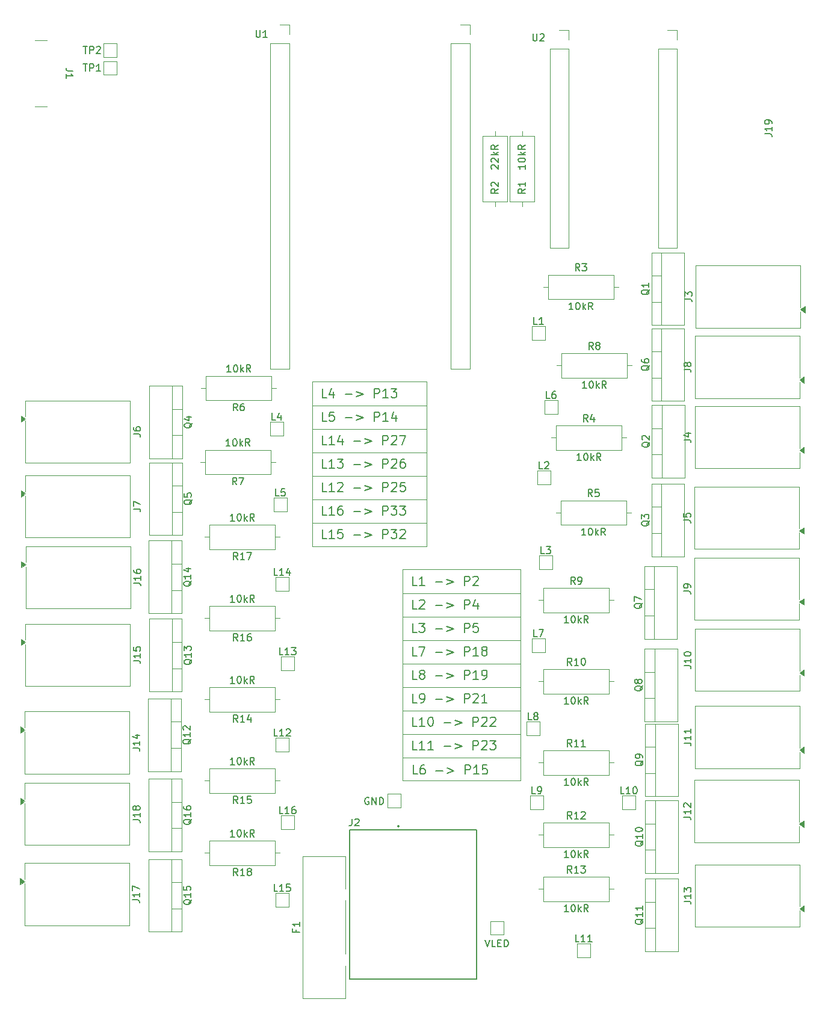
<source format=gbr>
%TF.GenerationSoftware,KiCad,Pcbnew,9.0.2*%
%TF.CreationDate,2025-06-09T13:52:28+08:00*%
%TF.ProjectId,WLED32Hub,574c4544-3332-4487-9562-2e6b69636164,rev?*%
%TF.SameCoordinates,Original*%
%TF.FileFunction,Legend,Top*%
%TF.FilePolarity,Positive*%
%FSLAX46Y46*%
G04 Gerber Fmt 4.6, Leading zero omitted, Abs format (unit mm)*
G04 Created by KiCad (PCBNEW 9.0.2) date 2025-06-09 13:52:28*
%MOMM*%
%LPD*%
G01*
G04 APERTURE LIST*
%ADD10C,0.158750*%
%ADD11C,0.100000*%
%ADD12C,0.150000*%
%ADD13C,0.120000*%
%ADD14C,0.127000*%
%ADD15C,0.200000*%
G04 APERTURE END LIST*
D10*
X141473582Y-142584321D02*
X140868820Y-142584321D01*
X140868820Y-142584321D02*
X140868820Y-141314321D01*
X142441201Y-141314321D02*
X142199296Y-141314321D01*
X142199296Y-141314321D02*
X142078344Y-141374797D01*
X142078344Y-141374797D02*
X142017868Y-141435273D01*
X142017868Y-141435273D02*
X141896915Y-141616702D01*
X141896915Y-141616702D02*
X141836439Y-141858606D01*
X141836439Y-141858606D02*
X141836439Y-142342416D01*
X141836439Y-142342416D02*
X141896915Y-142463368D01*
X141896915Y-142463368D02*
X141957392Y-142523845D01*
X141957392Y-142523845D02*
X142078344Y-142584321D01*
X142078344Y-142584321D02*
X142320249Y-142584321D01*
X142320249Y-142584321D02*
X142441201Y-142523845D01*
X142441201Y-142523845D02*
X142501677Y-142463368D01*
X142501677Y-142463368D02*
X142562154Y-142342416D01*
X142562154Y-142342416D02*
X142562154Y-142040035D01*
X142562154Y-142040035D02*
X142501677Y-141919083D01*
X142501677Y-141919083D02*
X142441201Y-141858606D01*
X142441201Y-141858606D02*
X142320249Y-141798130D01*
X142320249Y-141798130D02*
X142078344Y-141798130D01*
X142078344Y-141798130D02*
X141957392Y-141858606D01*
X141957392Y-141858606D02*
X141896915Y-141919083D01*
X141896915Y-141919083D02*
X141836439Y-142040035D01*
X144074058Y-142100511D02*
X145041678Y-142100511D01*
X145646439Y-141737654D02*
X146614059Y-142100511D01*
X146614059Y-142100511D02*
X145646439Y-142463368D01*
X148186439Y-142584321D02*
X148186439Y-141314321D01*
X148186439Y-141314321D02*
X148670249Y-141314321D01*
X148670249Y-141314321D02*
X148791201Y-141374797D01*
X148791201Y-141374797D02*
X148851678Y-141435273D01*
X148851678Y-141435273D02*
X148912154Y-141556225D01*
X148912154Y-141556225D02*
X148912154Y-141737654D01*
X148912154Y-141737654D02*
X148851678Y-141858606D01*
X148851678Y-141858606D02*
X148791201Y-141919083D01*
X148791201Y-141919083D02*
X148670249Y-141979559D01*
X148670249Y-141979559D02*
X148186439Y-141979559D01*
X150121678Y-142584321D02*
X149395963Y-142584321D01*
X149758820Y-142584321D02*
X149758820Y-141314321D01*
X149758820Y-141314321D02*
X149637868Y-141495749D01*
X149637868Y-141495749D02*
X149516916Y-141616702D01*
X149516916Y-141616702D02*
X149395963Y-141677178D01*
X151270725Y-141314321D02*
X150665963Y-141314321D01*
X150665963Y-141314321D02*
X150605487Y-141919083D01*
X150605487Y-141919083D02*
X150665963Y-141858606D01*
X150665963Y-141858606D02*
X150786916Y-141798130D01*
X150786916Y-141798130D02*
X151089297Y-141798130D01*
X151089297Y-141798130D02*
X151210249Y-141858606D01*
X151210249Y-141858606D02*
X151270725Y-141919083D01*
X151270725Y-141919083D02*
X151331202Y-142040035D01*
X151331202Y-142040035D02*
X151331202Y-142342416D01*
X151331202Y-142342416D02*
X151270725Y-142463368D01*
X151270725Y-142463368D02*
X151210249Y-142523845D01*
X151210249Y-142523845D02*
X151089297Y-142584321D01*
X151089297Y-142584321D02*
X150786916Y-142584321D01*
X150786916Y-142584321D02*
X150665963Y-142523845D01*
X150665963Y-142523845D02*
X150605487Y-142463368D01*
D11*
X139396000Y-140258000D02*
X156006800Y-140258000D01*
X156006800Y-143510000D01*
X139396000Y-143510000D01*
X139396000Y-140258000D01*
D10*
X141410082Y-116022271D02*
X140805320Y-116022271D01*
X140805320Y-116022271D02*
X140805320Y-114752271D01*
X142498654Y-116022271D02*
X141772939Y-116022271D01*
X142135796Y-116022271D02*
X142135796Y-114752271D01*
X142135796Y-114752271D02*
X142014844Y-114933699D01*
X142014844Y-114933699D02*
X141893892Y-115054652D01*
X141893892Y-115054652D02*
X141772939Y-115115128D01*
X144010558Y-115538461D02*
X144978178Y-115538461D01*
X145582939Y-115175604D02*
X146550559Y-115538461D01*
X146550559Y-115538461D02*
X145582939Y-115901318D01*
X148122939Y-116022271D02*
X148122939Y-114752271D01*
X148122939Y-114752271D02*
X148606749Y-114752271D01*
X148606749Y-114752271D02*
X148727701Y-114812747D01*
X148727701Y-114812747D02*
X148788178Y-114873223D01*
X148788178Y-114873223D02*
X148848654Y-114994175D01*
X148848654Y-114994175D02*
X148848654Y-115175604D01*
X148848654Y-115175604D02*
X148788178Y-115296556D01*
X148788178Y-115296556D02*
X148727701Y-115357033D01*
X148727701Y-115357033D02*
X148606749Y-115417509D01*
X148606749Y-115417509D02*
X148122939Y-115417509D01*
X149332463Y-114873223D02*
X149392939Y-114812747D01*
X149392939Y-114812747D02*
X149513892Y-114752271D01*
X149513892Y-114752271D02*
X149816273Y-114752271D01*
X149816273Y-114752271D02*
X149937225Y-114812747D01*
X149937225Y-114812747D02*
X149997701Y-114873223D01*
X149997701Y-114873223D02*
X150058178Y-114994175D01*
X150058178Y-114994175D02*
X150058178Y-115115128D01*
X150058178Y-115115128D02*
X149997701Y-115296556D01*
X149997701Y-115296556D02*
X149271987Y-116022271D01*
X149271987Y-116022271D02*
X150058178Y-116022271D01*
X141410082Y-119324271D02*
X140805320Y-119324271D01*
X140805320Y-119324271D02*
X140805320Y-118054271D01*
X141772939Y-118175223D02*
X141833415Y-118114747D01*
X141833415Y-118114747D02*
X141954368Y-118054271D01*
X141954368Y-118054271D02*
X142256749Y-118054271D01*
X142256749Y-118054271D02*
X142377701Y-118114747D01*
X142377701Y-118114747D02*
X142438177Y-118175223D01*
X142438177Y-118175223D02*
X142498654Y-118296175D01*
X142498654Y-118296175D02*
X142498654Y-118417128D01*
X142498654Y-118417128D02*
X142438177Y-118598556D01*
X142438177Y-118598556D02*
X141712463Y-119324271D01*
X141712463Y-119324271D02*
X142498654Y-119324271D01*
X144010558Y-118840461D02*
X144978178Y-118840461D01*
X145582939Y-118477604D02*
X146550559Y-118840461D01*
X146550559Y-118840461D02*
X145582939Y-119203318D01*
X148122939Y-119324271D02*
X148122939Y-118054271D01*
X148122939Y-118054271D02*
X148606749Y-118054271D01*
X148606749Y-118054271D02*
X148727701Y-118114747D01*
X148727701Y-118114747D02*
X148788178Y-118175223D01*
X148788178Y-118175223D02*
X148848654Y-118296175D01*
X148848654Y-118296175D02*
X148848654Y-118477604D01*
X148848654Y-118477604D02*
X148788178Y-118598556D01*
X148788178Y-118598556D02*
X148727701Y-118659033D01*
X148727701Y-118659033D02*
X148606749Y-118719509D01*
X148606749Y-118719509D02*
X148122939Y-118719509D01*
X149937225Y-118477604D02*
X149937225Y-119324271D01*
X149634844Y-117993795D02*
X149332463Y-118900937D01*
X149332463Y-118900937D02*
X150118654Y-118900937D01*
X141410082Y-122626271D02*
X140805320Y-122626271D01*
X140805320Y-122626271D02*
X140805320Y-121356271D01*
X141712463Y-121356271D02*
X142498654Y-121356271D01*
X142498654Y-121356271D02*
X142075320Y-121840080D01*
X142075320Y-121840080D02*
X142256749Y-121840080D01*
X142256749Y-121840080D02*
X142377701Y-121900556D01*
X142377701Y-121900556D02*
X142438177Y-121961033D01*
X142438177Y-121961033D02*
X142498654Y-122081985D01*
X142498654Y-122081985D02*
X142498654Y-122384366D01*
X142498654Y-122384366D02*
X142438177Y-122505318D01*
X142438177Y-122505318D02*
X142377701Y-122565795D01*
X142377701Y-122565795D02*
X142256749Y-122626271D01*
X142256749Y-122626271D02*
X141893892Y-122626271D01*
X141893892Y-122626271D02*
X141772939Y-122565795D01*
X141772939Y-122565795D02*
X141712463Y-122505318D01*
X144010558Y-122142461D02*
X144978178Y-122142461D01*
X145582939Y-121779604D02*
X146550559Y-122142461D01*
X146550559Y-122142461D02*
X145582939Y-122505318D01*
X148122939Y-122626271D02*
X148122939Y-121356271D01*
X148122939Y-121356271D02*
X148606749Y-121356271D01*
X148606749Y-121356271D02*
X148727701Y-121416747D01*
X148727701Y-121416747D02*
X148788178Y-121477223D01*
X148788178Y-121477223D02*
X148848654Y-121598175D01*
X148848654Y-121598175D02*
X148848654Y-121779604D01*
X148848654Y-121779604D02*
X148788178Y-121900556D01*
X148788178Y-121900556D02*
X148727701Y-121961033D01*
X148727701Y-121961033D02*
X148606749Y-122021509D01*
X148606749Y-122021509D02*
X148122939Y-122021509D01*
X149997701Y-121356271D02*
X149392939Y-121356271D01*
X149392939Y-121356271D02*
X149332463Y-121961033D01*
X149332463Y-121961033D02*
X149392939Y-121900556D01*
X149392939Y-121900556D02*
X149513892Y-121840080D01*
X149513892Y-121840080D02*
X149816273Y-121840080D01*
X149816273Y-121840080D02*
X149937225Y-121900556D01*
X149937225Y-121900556D02*
X149997701Y-121961033D01*
X149997701Y-121961033D02*
X150058178Y-122081985D01*
X150058178Y-122081985D02*
X150058178Y-122384366D01*
X150058178Y-122384366D02*
X149997701Y-122505318D01*
X149997701Y-122505318D02*
X149937225Y-122565795D01*
X149937225Y-122565795D02*
X149816273Y-122626271D01*
X149816273Y-122626271D02*
X149513892Y-122626271D01*
X149513892Y-122626271D02*
X149392939Y-122565795D01*
X149392939Y-122565795D02*
X149332463Y-122505318D01*
X141410082Y-125928271D02*
X140805320Y-125928271D01*
X140805320Y-125928271D02*
X140805320Y-124658271D01*
X141712463Y-124658271D02*
X142559130Y-124658271D01*
X142559130Y-124658271D02*
X142014844Y-125928271D01*
X144010558Y-125444461D02*
X144978178Y-125444461D01*
X145582939Y-125081604D02*
X146550559Y-125444461D01*
X146550559Y-125444461D02*
X145582939Y-125807318D01*
X148122939Y-125928271D02*
X148122939Y-124658271D01*
X148122939Y-124658271D02*
X148606749Y-124658271D01*
X148606749Y-124658271D02*
X148727701Y-124718747D01*
X148727701Y-124718747D02*
X148788178Y-124779223D01*
X148788178Y-124779223D02*
X148848654Y-124900175D01*
X148848654Y-124900175D02*
X148848654Y-125081604D01*
X148848654Y-125081604D02*
X148788178Y-125202556D01*
X148788178Y-125202556D02*
X148727701Y-125263033D01*
X148727701Y-125263033D02*
X148606749Y-125323509D01*
X148606749Y-125323509D02*
X148122939Y-125323509D01*
X150058178Y-125928271D02*
X149332463Y-125928271D01*
X149695320Y-125928271D02*
X149695320Y-124658271D01*
X149695320Y-124658271D02*
X149574368Y-124839699D01*
X149574368Y-124839699D02*
X149453416Y-124960652D01*
X149453416Y-124960652D02*
X149332463Y-125021128D01*
X150783892Y-125202556D02*
X150662940Y-125142080D01*
X150662940Y-125142080D02*
X150602463Y-125081604D01*
X150602463Y-125081604D02*
X150541987Y-124960652D01*
X150541987Y-124960652D02*
X150541987Y-124900175D01*
X150541987Y-124900175D02*
X150602463Y-124779223D01*
X150602463Y-124779223D02*
X150662940Y-124718747D01*
X150662940Y-124718747D02*
X150783892Y-124658271D01*
X150783892Y-124658271D02*
X151025797Y-124658271D01*
X151025797Y-124658271D02*
X151146749Y-124718747D01*
X151146749Y-124718747D02*
X151207225Y-124779223D01*
X151207225Y-124779223D02*
X151267702Y-124900175D01*
X151267702Y-124900175D02*
X151267702Y-124960652D01*
X151267702Y-124960652D02*
X151207225Y-125081604D01*
X151207225Y-125081604D02*
X151146749Y-125142080D01*
X151146749Y-125142080D02*
X151025797Y-125202556D01*
X151025797Y-125202556D02*
X150783892Y-125202556D01*
X150783892Y-125202556D02*
X150662940Y-125263033D01*
X150662940Y-125263033D02*
X150602463Y-125323509D01*
X150602463Y-125323509D02*
X150541987Y-125444461D01*
X150541987Y-125444461D02*
X150541987Y-125686366D01*
X150541987Y-125686366D02*
X150602463Y-125807318D01*
X150602463Y-125807318D02*
X150662940Y-125867795D01*
X150662940Y-125867795D02*
X150783892Y-125928271D01*
X150783892Y-125928271D02*
X151025797Y-125928271D01*
X151025797Y-125928271D02*
X151146749Y-125867795D01*
X151146749Y-125867795D02*
X151207225Y-125807318D01*
X151207225Y-125807318D02*
X151267702Y-125686366D01*
X151267702Y-125686366D02*
X151267702Y-125444461D01*
X151267702Y-125444461D02*
X151207225Y-125323509D01*
X151207225Y-125323509D02*
X151146749Y-125263033D01*
X151146749Y-125263033D02*
X151025797Y-125202556D01*
X141410082Y-129230271D02*
X140805320Y-129230271D01*
X140805320Y-129230271D02*
X140805320Y-127960271D01*
X142014844Y-128504556D02*
X141893892Y-128444080D01*
X141893892Y-128444080D02*
X141833415Y-128383604D01*
X141833415Y-128383604D02*
X141772939Y-128262652D01*
X141772939Y-128262652D02*
X141772939Y-128202175D01*
X141772939Y-128202175D02*
X141833415Y-128081223D01*
X141833415Y-128081223D02*
X141893892Y-128020747D01*
X141893892Y-128020747D02*
X142014844Y-127960271D01*
X142014844Y-127960271D02*
X142256749Y-127960271D01*
X142256749Y-127960271D02*
X142377701Y-128020747D01*
X142377701Y-128020747D02*
X142438177Y-128081223D01*
X142438177Y-128081223D02*
X142498654Y-128202175D01*
X142498654Y-128202175D02*
X142498654Y-128262652D01*
X142498654Y-128262652D02*
X142438177Y-128383604D01*
X142438177Y-128383604D02*
X142377701Y-128444080D01*
X142377701Y-128444080D02*
X142256749Y-128504556D01*
X142256749Y-128504556D02*
X142014844Y-128504556D01*
X142014844Y-128504556D02*
X141893892Y-128565033D01*
X141893892Y-128565033D02*
X141833415Y-128625509D01*
X141833415Y-128625509D02*
X141772939Y-128746461D01*
X141772939Y-128746461D02*
X141772939Y-128988366D01*
X141772939Y-128988366D02*
X141833415Y-129109318D01*
X141833415Y-129109318D02*
X141893892Y-129169795D01*
X141893892Y-129169795D02*
X142014844Y-129230271D01*
X142014844Y-129230271D02*
X142256749Y-129230271D01*
X142256749Y-129230271D02*
X142377701Y-129169795D01*
X142377701Y-129169795D02*
X142438177Y-129109318D01*
X142438177Y-129109318D02*
X142498654Y-128988366D01*
X142498654Y-128988366D02*
X142498654Y-128746461D01*
X142498654Y-128746461D02*
X142438177Y-128625509D01*
X142438177Y-128625509D02*
X142377701Y-128565033D01*
X142377701Y-128565033D02*
X142256749Y-128504556D01*
X144010558Y-128746461D02*
X144978178Y-128746461D01*
X145582939Y-128383604D02*
X146550559Y-128746461D01*
X146550559Y-128746461D02*
X145582939Y-129109318D01*
X148122939Y-129230271D02*
X148122939Y-127960271D01*
X148122939Y-127960271D02*
X148606749Y-127960271D01*
X148606749Y-127960271D02*
X148727701Y-128020747D01*
X148727701Y-128020747D02*
X148788178Y-128081223D01*
X148788178Y-128081223D02*
X148848654Y-128202175D01*
X148848654Y-128202175D02*
X148848654Y-128383604D01*
X148848654Y-128383604D02*
X148788178Y-128504556D01*
X148788178Y-128504556D02*
X148727701Y-128565033D01*
X148727701Y-128565033D02*
X148606749Y-128625509D01*
X148606749Y-128625509D02*
X148122939Y-128625509D01*
X150058178Y-129230271D02*
X149332463Y-129230271D01*
X149695320Y-129230271D02*
X149695320Y-127960271D01*
X149695320Y-127960271D02*
X149574368Y-128141699D01*
X149574368Y-128141699D02*
X149453416Y-128262652D01*
X149453416Y-128262652D02*
X149332463Y-128323128D01*
X150662940Y-129230271D02*
X150904844Y-129230271D01*
X150904844Y-129230271D02*
X151025797Y-129169795D01*
X151025797Y-129169795D02*
X151086273Y-129109318D01*
X151086273Y-129109318D02*
X151207225Y-128927890D01*
X151207225Y-128927890D02*
X151267702Y-128685985D01*
X151267702Y-128685985D02*
X151267702Y-128202175D01*
X151267702Y-128202175D02*
X151207225Y-128081223D01*
X151207225Y-128081223D02*
X151146749Y-128020747D01*
X151146749Y-128020747D02*
X151025797Y-127960271D01*
X151025797Y-127960271D02*
X150783892Y-127960271D01*
X150783892Y-127960271D02*
X150662940Y-128020747D01*
X150662940Y-128020747D02*
X150602463Y-128081223D01*
X150602463Y-128081223D02*
X150541987Y-128202175D01*
X150541987Y-128202175D02*
X150541987Y-128504556D01*
X150541987Y-128504556D02*
X150602463Y-128625509D01*
X150602463Y-128625509D02*
X150662940Y-128685985D01*
X150662940Y-128685985D02*
X150783892Y-128746461D01*
X150783892Y-128746461D02*
X151025797Y-128746461D01*
X151025797Y-128746461D02*
X151146749Y-128685985D01*
X151146749Y-128685985D02*
X151207225Y-128625509D01*
X151207225Y-128625509D02*
X151267702Y-128504556D01*
X141410082Y-132532271D02*
X140805320Y-132532271D01*
X140805320Y-132532271D02*
X140805320Y-131262271D01*
X141893892Y-132532271D02*
X142135796Y-132532271D01*
X142135796Y-132532271D02*
X142256749Y-132471795D01*
X142256749Y-132471795D02*
X142317225Y-132411318D01*
X142317225Y-132411318D02*
X142438177Y-132229890D01*
X142438177Y-132229890D02*
X142498654Y-131987985D01*
X142498654Y-131987985D02*
X142498654Y-131504175D01*
X142498654Y-131504175D02*
X142438177Y-131383223D01*
X142438177Y-131383223D02*
X142377701Y-131322747D01*
X142377701Y-131322747D02*
X142256749Y-131262271D01*
X142256749Y-131262271D02*
X142014844Y-131262271D01*
X142014844Y-131262271D02*
X141893892Y-131322747D01*
X141893892Y-131322747D02*
X141833415Y-131383223D01*
X141833415Y-131383223D02*
X141772939Y-131504175D01*
X141772939Y-131504175D02*
X141772939Y-131806556D01*
X141772939Y-131806556D02*
X141833415Y-131927509D01*
X141833415Y-131927509D02*
X141893892Y-131987985D01*
X141893892Y-131987985D02*
X142014844Y-132048461D01*
X142014844Y-132048461D02*
X142256749Y-132048461D01*
X142256749Y-132048461D02*
X142377701Y-131987985D01*
X142377701Y-131987985D02*
X142438177Y-131927509D01*
X142438177Y-131927509D02*
X142498654Y-131806556D01*
X144010558Y-132048461D02*
X144978178Y-132048461D01*
X145582939Y-131685604D02*
X146550559Y-132048461D01*
X146550559Y-132048461D02*
X145582939Y-132411318D01*
X148122939Y-132532271D02*
X148122939Y-131262271D01*
X148122939Y-131262271D02*
X148606749Y-131262271D01*
X148606749Y-131262271D02*
X148727701Y-131322747D01*
X148727701Y-131322747D02*
X148788178Y-131383223D01*
X148788178Y-131383223D02*
X148848654Y-131504175D01*
X148848654Y-131504175D02*
X148848654Y-131685604D01*
X148848654Y-131685604D02*
X148788178Y-131806556D01*
X148788178Y-131806556D02*
X148727701Y-131867033D01*
X148727701Y-131867033D02*
X148606749Y-131927509D01*
X148606749Y-131927509D02*
X148122939Y-131927509D01*
X149332463Y-131383223D02*
X149392939Y-131322747D01*
X149392939Y-131322747D02*
X149513892Y-131262271D01*
X149513892Y-131262271D02*
X149816273Y-131262271D01*
X149816273Y-131262271D02*
X149937225Y-131322747D01*
X149937225Y-131322747D02*
X149997701Y-131383223D01*
X149997701Y-131383223D02*
X150058178Y-131504175D01*
X150058178Y-131504175D02*
X150058178Y-131625128D01*
X150058178Y-131625128D02*
X149997701Y-131806556D01*
X149997701Y-131806556D02*
X149271987Y-132532271D01*
X149271987Y-132532271D02*
X150058178Y-132532271D01*
X151267702Y-132532271D02*
X150541987Y-132532271D01*
X150904844Y-132532271D02*
X150904844Y-131262271D01*
X150904844Y-131262271D02*
X150783892Y-131443699D01*
X150783892Y-131443699D02*
X150662940Y-131564652D01*
X150662940Y-131564652D02*
X150541987Y-131625128D01*
X141410082Y-135834271D02*
X140805320Y-135834271D01*
X140805320Y-135834271D02*
X140805320Y-134564271D01*
X142498654Y-135834271D02*
X141772939Y-135834271D01*
X142135796Y-135834271D02*
X142135796Y-134564271D01*
X142135796Y-134564271D02*
X142014844Y-134745699D01*
X142014844Y-134745699D02*
X141893892Y-134866652D01*
X141893892Y-134866652D02*
X141772939Y-134927128D01*
X143284844Y-134564271D02*
X143405797Y-134564271D01*
X143405797Y-134564271D02*
X143526749Y-134624747D01*
X143526749Y-134624747D02*
X143587225Y-134685223D01*
X143587225Y-134685223D02*
X143647701Y-134806175D01*
X143647701Y-134806175D02*
X143708178Y-135048080D01*
X143708178Y-135048080D02*
X143708178Y-135350461D01*
X143708178Y-135350461D02*
X143647701Y-135592366D01*
X143647701Y-135592366D02*
X143587225Y-135713318D01*
X143587225Y-135713318D02*
X143526749Y-135773795D01*
X143526749Y-135773795D02*
X143405797Y-135834271D01*
X143405797Y-135834271D02*
X143284844Y-135834271D01*
X143284844Y-135834271D02*
X143163892Y-135773795D01*
X143163892Y-135773795D02*
X143103416Y-135713318D01*
X143103416Y-135713318D02*
X143042939Y-135592366D01*
X143042939Y-135592366D02*
X142982463Y-135350461D01*
X142982463Y-135350461D02*
X142982463Y-135048080D01*
X142982463Y-135048080D02*
X143042939Y-134806175D01*
X143042939Y-134806175D02*
X143103416Y-134685223D01*
X143103416Y-134685223D02*
X143163892Y-134624747D01*
X143163892Y-134624747D02*
X143284844Y-134564271D01*
X145220082Y-135350461D02*
X146187702Y-135350461D01*
X146792463Y-134987604D02*
X147760083Y-135350461D01*
X147760083Y-135350461D02*
X146792463Y-135713318D01*
X149332463Y-135834271D02*
X149332463Y-134564271D01*
X149332463Y-134564271D02*
X149816273Y-134564271D01*
X149816273Y-134564271D02*
X149937225Y-134624747D01*
X149937225Y-134624747D02*
X149997702Y-134685223D01*
X149997702Y-134685223D02*
X150058178Y-134806175D01*
X150058178Y-134806175D02*
X150058178Y-134987604D01*
X150058178Y-134987604D02*
X149997702Y-135108556D01*
X149997702Y-135108556D02*
X149937225Y-135169033D01*
X149937225Y-135169033D02*
X149816273Y-135229509D01*
X149816273Y-135229509D02*
X149332463Y-135229509D01*
X150541987Y-134685223D02*
X150602463Y-134624747D01*
X150602463Y-134624747D02*
X150723416Y-134564271D01*
X150723416Y-134564271D02*
X151025797Y-134564271D01*
X151025797Y-134564271D02*
X151146749Y-134624747D01*
X151146749Y-134624747D02*
X151207225Y-134685223D01*
X151207225Y-134685223D02*
X151267702Y-134806175D01*
X151267702Y-134806175D02*
X151267702Y-134927128D01*
X151267702Y-134927128D02*
X151207225Y-135108556D01*
X151207225Y-135108556D02*
X150481511Y-135834271D01*
X150481511Y-135834271D02*
X151267702Y-135834271D01*
X151751511Y-134685223D02*
X151811987Y-134624747D01*
X151811987Y-134624747D02*
X151932940Y-134564271D01*
X151932940Y-134564271D02*
X152235321Y-134564271D01*
X152235321Y-134564271D02*
X152356273Y-134624747D01*
X152356273Y-134624747D02*
X152416749Y-134685223D01*
X152416749Y-134685223D02*
X152477226Y-134806175D01*
X152477226Y-134806175D02*
X152477226Y-134927128D01*
X152477226Y-134927128D02*
X152416749Y-135108556D01*
X152416749Y-135108556D02*
X151691035Y-135834271D01*
X151691035Y-135834271D02*
X152477226Y-135834271D01*
X141410082Y-139136271D02*
X140805320Y-139136271D01*
X140805320Y-139136271D02*
X140805320Y-137866271D01*
X142498654Y-139136271D02*
X141772939Y-139136271D01*
X142135796Y-139136271D02*
X142135796Y-137866271D01*
X142135796Y-137866271D02*
X142014844Y-138047699D01*
X142014844Y-138047699D02*
X141893892Y-138168652D01*
X141893892Y-138168652D02*
X141772939Y-138229128D01*
X143708178Y-139136271D02*
X142982463Y-139136271D01*
X143345320Y-139136271D02*
X143345320Y-137866271D01*
X143345320Y-137866271D02*
X143224368Y-138047699D01*
X143224368Y-138047699D02*
X143103416Y-138168652D01*
X143103416Y-138168652D02*
X142982463Y-138229128D01*
X145220082Y-138652461D02*
X146187702Y-138652461D01*
X146792463Y-138289604D02*
X147760083Y-138652461D01*
X147760083Y-138652461D02*
X146792463Y-139015318D01*
X149332463Y-139136271D02*
X149332463Y-137866271D01*
X149332463Y-137866271D02*
X149816273Y-137866271D01*
X149816273Y-137866271D02*
X149937225Y-137926747D01*
X149937225Y-137926747D02*
X149997702Y-137987223D01*
X149997702Y-137987223D02*
X150058178Y-138108175D01*
X150058178Y-138108175D02*
X150058178Y-138289604D01*
X150058178Y-138289604D02*
X149997702Y-138410556D01*
X149997702Y-138410556D02*
X149937225Y-138471033D01*
X149937225Y-138471033D02*
X149816273Y-138531509D01*
X149816273Y-138531509D02*
X149332463Y-138531509D01*
X150541987Y-137987223D02*
X150602463Y-137926747D01*
X150602463Y-137926747D02*
X150723416Y-137866271D01*
X150723416Y-137866271D02*
X151025797Y-137866271D01*
X151025797Y-137866271D02*
X151146749Y-137926747D01*
X151146749Y-137926747D02*
X151207225Y-137987223D01*
X151207225Y-137987223D02*
X151267702Y-138108175D01*
X151267702Y-138108175D02*
X151267702Y-138229128D01*
X151267702Y-138229128D02*
X151207225Y-138410556D01*
X151207225Y-138410556D02*
X150481511Y-139136271D01*
X150481511Y-139136271D02*
X151267702Y-139136271D01*
X151691035Y-137866271D02*
X152477226Y-137866271D01*
X152477226Y-137866271D02*
X152053892Y-138350080D01*
X152053892Y-138350080D02*
X152235321Y-138350080D01*
X152235321Y-138350080D02*
X152356273Y-138410556D01*
X152356273Y-138410556D02*
X152416749Y-138471033D01*
X152416749Y-138471033D02*
X152477226Y-138591985D01*
X152477226Y-138591985D02*
X152477226Y-138894366D01*
X152477226Y-138894366D02*
X152416749Y-139015318D01*
X152416749Y-139015318D02*
X152356273Y-139075795D01*
X152356273Y-139075795D02*
X152235321Y-139136271D01*
X152235321Y-139136271D02*
X151872464Y-139136271D01*
X151872464Y-139136271D02*
X151751511Y-139075795D01*
X151751511Y-139075795D02*
X151691035Y-139015318D01*
D11*
X156006000Y-117144000D02*
X139396000Y-117144000D01*
X156006000Y-120446000D02*
X139396000Y-120446000D01*
X156006000Y-123748000D02*
X139396000Y-123748000D01*
X156006000Y-127050000D02*
X139396000Y-127050000D01*
X156006000Y-130352000D02*
X139396000Y-130352000D01*
X156006000Y-133654000D02*
X139396000Y-133654000D01*
X156006000Y-136956000D02*
X139396000Y-136956000D01*
X139396000Y-113742000D02*
X156006000Y-113742000D01*
X156006000Y-113742000D02*
X156006000Y-140258000D01*
X156006000Y-140258000D02*
X139396000Y-140258000D01*
X139396000Y-140258000D02*
X139396000Y-113742000D01*
D10*
X128710082Y-89606271D02*
X128105320Y-89606271D01*
X128105320Y-89606271D02*
X128105320Y-88336271D01*
X129677701Y-88759604D02*
X129677701Y-89606271D01*
X129375320Y-88275795D02*
X129072939Y-89182937D01*
X129072939Y-89182937D02*
X129859130Y-89182937D01*
X131310558Y-89122461D02*
X132278178Y-89122461D01*
X132882939Y-88759604D02*
X133850559Y-89122461D01*
X133850559Y-89122461D02*
X132882939Y-89485318D01*
X135422939Y-89606271D02*
X135422939Y-88336271D01*
X135422939Y-88336271D02*
X135906749Y-88336271D01*
X135906749Y-88336271D02*
X136027701Y-88396747D01*
X136027701Y-88396747D02*
X136088178Y-88457223D01*
X136088178Y-88457223D02*
X136148654Y-88578175D01*
X136148654Y-88578175D02*
X136148654Y-88759604D01*
X136148654Y-88759604D02*
X136088178Y-88880556D01*
X136088178Y-88880556D02*
X136027701Y-88941033D01*
X136027701Y-88941033D02*
X135906749Y-89001509D01*
X135906749Y-89001509D02*
X135422939Y-89001509D01*
X137358178Y-89606271D02*
X136632463Y-89606271D01*
X136995320Y-89606271D02*
X136995320Y-88336271D01*
X136995320Y-88336271D02*
X136874368Y-88517699D01*
X136874368Y-88517699D02*
X136753416Y-88638652D01*
X136753416Y-88638652D02*
X136632463Y-88699128D01*
X137781511Y-88336271D02*
X138567702Y-88336271D01*
X138567702Y-88336271D02*
X138144368Y-88820080D01*
X138144368Y-88820080D02*
X138325797Y-88820080D01*
X138325797Y-88820080D02*
X138446749Y-88880556D01*
X138446749Y-88880556D02*
X138507225Y-88941033D01*
X138507225Y-88941033D02*
X138567702Y-89061985D01*
X138567702Y-89061985D02*
X138567702Y-89364366D01*
X138567702Y-89364366D02*
X138507225Y-89485318D01*
X138507225Y-89485318D02*
X138446749Y-89545795D01*
X138446749Y-89545795D02*
X138325797Y-89606271D01*
X138325797Y-89606271D02*
X137962940Y-89606271D01*
X137962940Y-89606271D02*
X137841987Y-89545795D01*
X137841987Y-89545795D02*
X137781511Y-89485318D01*
X128710082Y-92908271D02*
X128105320Y-92908271D01*
X128105320Y-92908271D02*
X128105320Y-91638271D01*
X129738177Y-91638271D02*
X129133415Y-91638271D01*
X129133415Y-91638271D02*
X129072939Y-92243033D01*
X129072939Y-92243033D02*
X129133415Y-92182556D01*
X129133415Y-92182556D02*
X129254368Y-92122080D01*
X129254368Y-92122080D02*
X129556749Y-92122080D01*
X129556749Y-92122080D02*
X129677701Y-92182556D01*
X129677701Y-92182556D02*
X129738177Y-92243033D01*
X129738177Y-92243033D02*
X129798654Y-92363985D01*
X129798654Y-92363985D02*
X129798654Y-92666366D01*
X129798654Y-92666366D02*
X129738177Y-92787318D01*
X129738177Y-92787318D02*
X129677701Y-92847795D01*
X129677701Y-92847795D02*
X129556749Y-92908271D01*
X129556749Y-92908271D02*
X129254368Y-92908271D01*
X129254368Y-92908271D02*
X129133415Y-92847795D01*
X129133415Y-92847795D02*
X129072939Y-92787318D01*
X131310558Y-92424461D02*
X132278178Y-92424461D01*
X132882939Y-92061604D02*
X133850559Y-92424461D01*
X133850559Y-92424461D02*
X132882939Y-92787318D01*
X135422939Y-92908271D02*
X135422939Y-91638271D01*
X135422939Y-91638271D02*
X135906749Y-91638271D01*
X135906749Y-91638271D02*
X136027701Y-91698747D01*
X136027701Y-91698747D02*
X136088178Y-91759223D01*
X136088178Y-91759223D02*
X136148654Y-91880175D01*
X136148654Y-91880175D02*
X136148654Y-92061604D01*
X136148654Y-92061604D02*
X136088178Y-92182556D01*
X136088178Y-92182556D02*
X136027701Y-92243033D01*
X136027701Y-92243033D02*
X135906749Y-92303509D01*
X135906749Y-92303509D02*
X135422939Y-92303509D01*
X137358178Y-92908271D02*
X136632463Y-92908271D01*
X136995320Y-92908271D02*
X136995320Y-91638271D01*
X136995320Y-91638271D02*
X136874368Y-91819699D01*
X136874368Y-91819699D02*
X136753416Y-91940652D01*
X136753416Y-91940652D02*
X136632463Y-92001128D01*
X138446749Y-92061604D02*
X138446749Y-92908271D01*
X138144368Y-91577795D02*
X137841987Y-92484937D01*
X137841987Y-92484937D02*
X138628178Y-92484937D01*
X128710082Y-96210271D02*
X128105320Y-96210271D01*
X128105320Y-96210271D02*
X128105320Y-94940271D01*
X129798654Y-96210271D02*
X129072939Y-96210271D01*
X129435796Y-96210271D02*
X129435796Y-94940271D01*
X129435796Y-94940271D02*
X129314844Y-95121699D01*
X129314844Y-95121699D02*
X129193892Y-95242652D01*
X129193892Y-95242652D02*
X129072939Y-95303128D01*
X130887225Y-95363604D02*
X130887225Y-96210271D01*
X130584844Y-94879795D02*
X130282463Y-95786937D01*
X130282463Y-95786937D02*
X131068654Y-95786937D01*
X132520082Y-95726461D02*
X133487702Y-95726461D01*
X134092463Y-95363604D02*
X135060083Y-95726461D01*
X135060083Y-95726461D02*
X134092463Y-96089318D01*
X136632463Y-96210271D02*
X136632463Y-94940271D01*
X136632463Y-94940271D02*
X137116273Y-94940271D01*
X137116273Y-94940271D02*
X137237225Y-95000747D01*
X137237225Y-95000747D02*
X137297702Y-95061223D01*
X137297702Y-95061223D02*
X137358178Y-95182175D01*
X137358178Y-95182175D02*
X137358178Y-95363604D01*
X137358178Y-95363604D02*
X137297702Y-95484556D01*
X137297702Y-95484556D02*
X137237225Y-95545033D01*
X137237225Y-95545033D02*
X137116273Y-95605509D01*
X137116273Y-95605509D02*
X136632463Y-95605509D01*
X137841987Y-95061223D02*
X137902463Y-95000747D01*
X137902463Y-95000747D02*
X138023416Y-94940271D01*
X138023416Y-94940271D02*
X138325797Y-94940271D01*
X138325797Y-94940271D02*
X138446749Y-95000747D01*
X138446749Y-95000747D02*
X138507225Y-95061223D01*
X138507225Y-95061223D02*
X138567702Y-95182175D01*
X138567702Y-95182175D02*
X138567702Y-95303128D01*
X138567702Y-95303128D02*
X138507225Y-95484556D01*
X138507225Y-95484556D02*
X137781511Y-96210271D01*
X137781511Y-96210271D02*
X138567702Y-96210271D01*
X138991035Y-94940271D02*
X139837702Y-94940271D01*
X139837702Y-94940271D02*
X139293416Y-96210271D01*
X128710082Y-99512271D02*
X128105320Y-99512271D01*
X128105320Y-99512271D02*
X128105320Y-98242271D01*
X129798654Y-99512271D02*
X129072939Y-99512271D01*
X129435796Y-99512271D02*
X129435796Y-98242271D01*
X129435796Y-98242271D02*
X129314844Y-98423699D01*
X129314844Y-98423699D02*
X129193892Y-98544652D01*
X129193892Y-98544652D02*
X129072939Y-98605128D01*
X130221987Y-98242271D02*
X131008178Y-98242271D01*
X131008178Y-98242271D02*
X130584844Y-98726080D01*
X130584844Y-98726080D02*
X130766273Y-98726080D01*
X130766273Y-98726080D02*
X130887225Y-98786556D01*
X130887225Y-98786556D02*
X130947701Y-98847033D01*
X130947701Y-98847033D02*
X131008178Y-98967985D01*
X131008178Y-98967985D02*
X131008178Y-99270366D01*
X131008178Y-99270366D02*
X130947701Y-99391318D01*
X130947701Y-99391318D02*
X130887225Y-99451795D01*
X130887225Y-99451795D02*
X130766273Y-99512271D01*
X130766273Y-99512271D02*
X130403416Y-99512271D01*
X130403416Y-99512271D02*
X130282463Y-99451795D01*
X130282463Y-99451795D02*
X130221987Y-99391318D01*
X132520082Y-99028461D02*
X133487702Y-99028461D01*
X134092463Y-98665604D02*
X135060083Y-99028461D01*
X135060083Y-99028461D02*
X134092463Y-99391318D01*
X136632463Y-99512271D02*
X136632463Y-98242271D01*
X136632463Y-98242271D02*
X137116273Y-98242271D01*
X137116273Y-98242271D02*
X137237225Y-98302747D01*
X137237225Y-98302747D02*
X137297702Y-98363223D01*
X137297702Y-98363223D02*
X137358178Y-98484175D01*
X137358178Y-98484175D02*
X137358178Y-98665604D01*
X137358178Y-98665604D02*
X137297702Y-98786556D01*
X137297702Y-98786556D02*
X137237225Y-98847033D01*
X137237225Y-98847033D02*
X137116273Y-98907509D01*
X137116273Y-98907509D02*
X136632463Y-98907509D01*
X137841987Y-98363223D02*
X137902463Y-98302747D01*
X137902463Y-98302747D02*
X138023416Y-98242271D01*
X138023416Y-98242271D02*
X138325797Y-98242271D01*
X138325797Y-98242271D02*
X138446749Y-98302747D01*
X138446749Y-98302747D02*
X138507225Y-98363223D01*
X138507225Y-98363223D02*
X138567702Y-98484175D01*
X138567702Y-98484175D02*
X138567702Y-98605128D01*
X138567702Y-98605128D02*
X138507225Y-98786556D01*
X138507225Y-98786556D02*
X137781511Y-99512271D01*
X137781511Y-99512271D02*
X138567702Y-99512271D01*
X139656273Y-98242271D02*
X139414368Y-98242271D01*
X139414368Y-98242271D02*
X139293416Y-98302747D01*
X139293416Y-98302747D02*
X139232940Y-98363223D01*
X139232940Y-98363223D02*
X139111987Y-98544652D01*
X139111987Y-98544652D02*
X139051511Y-98786556D01*
X139051511Y-98786556D02*
X139051511Y-99270366D01*
X139051511Y-99270366D02*
X139111987Y-99391318D01*
X139111987Y-99391318D02*
X139172464Y-99451795D01*
X139172464Y-99451795D02*
X139293416Y-99512271D01*
X139293416Y-99512271D02*
X139535321Y-99512271D01*
X139535321Y-99512271D02*
X139656273Y-99451795D01*
X139656273Y-99451795D02*
X139716749Y-99391318D01*
X139716749Y-99391318D02*
X139777226Y-99270366D01*
X139777226Y-99270366D02*
X139777226Y-98967985D01*
X139777226Y-98967985D02*
X139716749Y-98847033D01*
X139716749Y-98847033D02*
X139656273Y-98786556D01*
X139656273Y-98786556D02*
X139535321Y-98726080D01*
X139535321Y-98726080D02*
X139293416Y-98726080D01*
X139293416Y-98726080D02*
X139172464Y-98786556D01*
X139172464Y-98786556D02*
X139111987Y-98847033D01*
X139111987Y-98847033D02*
X139051511Y-98967985D01*
X128710082Y-102814271D02*
X128105320Y-102814271D01*
X128105320Y-102814271D02*
X128105320Y-101544271D01*
X129798654Y-102814271D02*
X129072939Y-102814271D01*
X129435796Y-102814271D02*
X129435796Y-101544271D01*
X129435796Y-101544271D02*
X129314844Y-101725699D01*
X129314844Y-101725699D02*
X129193892Y-101846652D01*
X129193892Y-101846652D02*
X129072939Y-101907128D01*
X130282463Y-101665223D02*
X130342939Y-101604747D01*
X130342939Y-101604747D02*
X130463892Y-101544271D01*
X130463892Y-101544271D02*
X130766273Y-101544271D01*
X130766273Y-101544271D02*
X130887225Y-101604747D01*
X130887225Y-101604747D02*
X130947701Y-101665223D01*
X130947701Y-101665223D02*
X131008178Y-101786175D01*
X131008178Y-101786175D02*
X131008178Y-101907128D01*
X131008178Y-101907128D02*
X130947701Y-102088556D01*
X130947701Y-102088556D02*
X130221987Y-102814271D01*
X130221987Y-102814271D02*
X131008178Y-102814271D01*
X132520082Y-102330461D02*
X133487702Y-102330461D01*
X134092463Y-101967604D02*
X135060083Y-102330461D01*
X135060083Y-102330461D02*
X134092463Y-102693318D01*
X136632463Y-102814271D02*
X136632463Y-101544271D01*
X136632463Y-101544271D02*
X137116273Y-101544271D01*
X137116273Y-101544271D02*
X137237225Y-101604747D01*
X137237225Y-101604747D02*
X137297702Y-101665223D01*
X137297702Y-101665223D02*
X137358178Y-101786175D01*
X137358178Y-101786175D02*
X137358178Y-101967604D01*
X137358178Y-101967604D02*
X137297702Y-102088556D01*
X137297702Y-102088556D02*
X137237225Y-102149033D01*
X137237225Y-102149033D02*
X137116273Y-102209509D01*
X137116273Y-102209509D02*
X136632463Y-102209509D01*
X137841987Y-101665223D02*
X137902463Y-101604747D01*
X137902463Y-101604747D02*
X138023416Y-101544271D01*
X138023416Y-101544271D02*
X138325797Y-101544271D01*
X138325797Y-101544271D02*
X138446749Y-101604747D01*
X138446749Y-101604747D02*
X138507225Y-101665223D01*
X138507225Y-101665223D02*
X138567702Y-101786175D01*
X138567702Y-101786175D02*
X138567702Y-101907128D01*
X138567702Y-101907128D02*
X138507225Y-102088556D01*
X138507225Y-102088556D02*
X137781511Y-102814271D01*
X137781511Y-102814271D02*
X138567702Y-102814271D01*
X139716749Y-101544271D02*
X139111987Y-101544271D01*
X139111987Y-101544271D02*
X139051511Y-102149033D01*
X139051511Y-102149033D02*
X139111987Y-102088556D01*
X139111987Y-102088556D02*
X139232940Y-102028080D01*
X139232940Y-102028080D02*
X139535321Y-102028080D01*
X139535321Y-102028080D02*
X139656273Y-102088556D01*
X139656273Y-102088556D02*
X139716749Y-102149033D01*
X139716749Y-102149033D02*
X139777226Y-102269985D01*
X139777226Y-102269985D02*
X139777226Y-102572366D01*
X139777226Y-102572366D02*
X139716749Y-102693318D01*
X139716749Y-102693318D02*
X139656273Y-102753795D01*
X139656273Y-102753795D02*
X139535321Y-102814271D01*
X139535321Y-102814271D02*
X139232940Y-102814271D01*
X139232940Y-102814271D02*
X139111987Y-102753795D01*
X139111987Y-102753795D02*
X139051511Y-102693318D01*
X128710082Y-106116271D02*
X128105320Y-106116271D01*
X128105320Y-106116271D02*
X128105320Y-104846271D01*
X129798654Y-106116271D02*
X129072939Y-106116271D01*
X129435796Y-106116271D02*
X129435796Y-104846271D01*
X129435796Y-104846271D02*
X129314844Y-105027699D01*
X129314844Y-105027699D02*
X129193892Y-105148652D01*
X129193892Y-105148652D02*
X129072939Y-105209128D01*
X130887225Y-104846271D02*
X130645320Y-104846271D01*
X130645320Y-104846271D02*
X130524368Y-104906747D01*
X130524368Y-104906747D02*
X130463892Y-104967223D01*
X130463892Y-104967223D02*
X130342939Y-105148652D01*
X130342939Y-105148652D02*
X130282463Y-105390556D01*
X130282463Y-105390556D02*
X130282463Y-105874366D01*
X130282463Y-105874366D02*
X130342939Y-105995318D01*
X130342939Y-105995318D02*
X130403416Y-106055795D01*
X130403416Y-106055795D02*
X130524368Y-106116271D01*
X130524368Y-106116271D02*
X130766273Y-106116271D01*
X130766273Y-106116271D02*
X130887225Y-106055795D01*
X130887225Y-106055795D02*
X130947701Y-105995318D01*
X130947701Y-105995318D02*
X131008178Y-105874366D01*
X131008178Y-105874366D02*
X131008178Y-105571985D01*
X131008178Y-105571985D02*
X130947701Y-105451033D01*
X130947701Y-105451033D02*
X130887225Y-105390556D01*
X130887225Y-105390556D02*
X130766273Y-105330080D01*
X130766273Y-105330080D02*
X130524368Y-105330080D01*
X130524368Y-105330080D02*
X130403416Y-105390556D01*
X130403416Y-105390556D02*
X130342939Y-105451033D01*
X130342939Y-105451033D02*
X130282463Y-105571985D01*
X132520082Y-105632461D02*
X133487702Y-105632461D01*
X134092463Y-105269604D02*
X135060083Y-105632461D01*
X135060083Y-105632461D02*
X134092463Y-105995318D01*
X136632463Y-106116271D02*
X136632463Y-104846271D01*
X136632463Y-104846271D02*
X137116273Y-104846271D01*
X137116273Y-104846271D02*
X137237225Y-104906747D01*
X137237225Y-104906747D02*
X137297702Y-104967223D01*
X137297702Y-104967223D02*
X137358178Y-105088175D01*
X137358178Y-105088175D02*
X137358178Y-105269604D01*
X137358178Y-105269604D02*
X137297702Y-105390556D01*
X137297702Y-105390556D02*
X137237225Y-105451033D01*
X137237225Y-105451033D02*
X137116273Y-105511509D01*
X137116273Y-105511509D02*
X136632463Y-105511509D01*
X137781511Y-104846271D02*
X138567702Y-104846271D01*
X138567702Y-104846271D02*
X138144368Y-105330080D01*
X138144368Y-105330080D02*
X138325797Y-105330080D01*
X138325797Y-105330080D02*
X138446749Y-105390556D01*
X138446749Y-105390556D02*
X138507225Y-105451033D01*
X138507225Y-105451033D02*
X138567702Y-105571985D01*
X138567702Y-105571985D02*
X138567702Y-105874366D01*
X138567702Y-105874366D02*
X138507225Y-105995318D01*
X138507225Y-105995318D02*
X138446749Y-106055795D01*
X138446749Y-106055795D02*
X138325797Y-106116271D01*
X138325797Y-106116271D02*
X137962940Y-106116271D01*
X137962940Y-106116271D02*
X137841987Y-106055795D01*
X137841987Y-106055795D02*
X137781511Y-105995318D01*
X138991035Y-104846271D02*
X139777226Y-104846271D01*
X139777226Y-104846271D02*
X139353892Y-105330080D01*
X139353892Y-105330080D02*
X139535321Y-105330080D01*
X139535321Y-105330080D02*
X139656273Y-105390556D01*
X139656273Y-105390556D02*
X139716749Y-105451033D01*
X139716749Y-105451033D02*
X139777226Y-105571985D01*
X139777226Y-105571985D02*
X139777226Y-105874366D01*
X139777226Y-105874366D02*
X139716749Y-105995318D01*
X139716749Y-105995318D02*
X139656273Y-106055795D01*
X139656273Y-106055795D02*
X139535321Y-106116271D01*
X139535321Y-106116271D02*
X139172464Y-106116271D01*
X139172464Y-106116271D02*
X139051511Y-106055795D01*
X139051511Y-106055795D02*
X138991035Y-105995318D01*
X128710082Y-109418271D02*
X128105320Y-109418271D01*
X128105320Y-109418271D02*
X128105320Y-108148271D01*
X129798654Y-109418271D02*
X129072939Y-109418271D01*
X129435796Y-109418271D02*
X129435796Y-108148271D01*
X129435796Y-108148271D02*
X129314844Y-108329699D01*
X129314844Y-108329699D02*
X129193892Y-108450652D01*
X129193892Y-108450652D02*
X129072939Y-108511128D01*
X130947701Y-108148271D02*
X130342939Y-108148271D01*
X130342939Y-108148271D02*
X130282463Y-108753033D01*
X130282463Y-108753033D02*
X130342939Y-108692556D01*
X130342939Y-108692556D02*
X130463892Y-108632080D01*
X130463892Y-108632080D02*
X130766273Y-108632080D01*
X130766273Y-108632080D02*
X130887225Y-108692556D01*
X130887225Y-108692556D02*
X130947701Y-108753033D01*
X130947701Y-108753033D02*
X131008178Y-108873985D01*
X131008178Y-108873985D02*
X131008178Y-109176366D01*
X131008178Y-109176366D02*
X130947701Y-109297318D01*
X130947701Y-109297318D02*
X130887225Y-109357795D01*
X130887225Y-109357795D02*
X130766273Y-109418271D01*
X130766273Y-109418271D02*
X130463892Y-109418271D01*
X130463892Y-109418271D02*
X130342939Y-109357795D01*
X130342939Y-109357795D02*
X130282463Y-109297318D01*
X132520082Y-108934461D02*
X133487702Y-108934461D01*
X134092463Y-108571604D02*
X135060083Y-108934461D01*
X135060083Y-108934461D02*
X134092463Y-109297318D01*
X136632463Y-109418271D02*
X136632463Y-108148271D01*
X136632463Y-108148271D02*
X137116273Y-108148271D01*
X137116273Y-108148271D02*
X137237225Y-108208747D01*
X137237225Y-108208747D02*
X137297702Y-108269223D01*
X137297702Y-108269223D02*
X137358178Y-108390175D01*
X137358178Y-108390175D02*
X137358178Y-108571604D01*
X137358178Y-108571604D02*
X137297702Y-108692556D01*
X137297702Y-108692556D02*
X137237225Y-108753033D01*
X137237225Y-108753033D02*
X137116273Y-108813509D01*
X137116273Y-108813509D02*
X136632463Y-108813509D01*
X137781511Y-108148271D02*
X138567702Y-108148271D01*
X138567702Y-108148271D02*
X138144368Y-108632080D01*
X138144368Y-108632080D02*
X138325797Y-108632080D01*
X138325797Y-108632080D02*
X138446749Y-108692556D01*
X138446749Y-108692556D02*
X138507225Y-108753033D01*
X138507225Y-108753033D02*
X138567702Y-108873985D01*
X138567702Y-108873985D02*
X138567702Y-109176366D01*
X138567702Y-109176366D02*
X138507225Y-109297318D01*
X138507225Y-109297318D02*
X138446749Y-109357795D01*
X138446749Y-109357795D02*
X138325797Y-109418271D01*
X138325797Y-109418271D02*
X137962940Y-109418271D01*
X137962940Y-109418271D02*
X137841987Y-109357795D01*
X137841987Y-109357795D02*
X137781511Y-109297318D01*
X139051511Y-108269223D02*
X139111987Y-108208747D01*
X139111987Y-108208747D02*
X139232940Y-108148271D01*
X139232940Y-108148271D02*
X139535321Y-108148271D01*
X139535321Y-108148271D02*
X139656273Y-108208747D01*
X139656273Y-108208747D02*
X139716749Y-108269223D01*
X139716749Y-108269223D02*
X139777226Y-108390175D01*
X139777226Y-108390175D02*
X139777226Y-108511128D01*
X139777226Y-108511128D02*
X139716749Y-108692556D01*
X139716749Y-108692556D02*
X138991035Y-109418271D01*
X138991035Y-109418271D02*
X139777226Y-109418271D01*
D11*
X142798000Y-90728000D02*
X126696000Y-90728000D01*
X142798000Y-94030000D02*
X126696000Y-94030000D01*
X142798000Y-97332000D02*
X126696000Y-97332000D01*
X142798000Y-100634000D02*
X126696000Y-100634000D01*
X142798000Y-103936000D02*
X126696000Y-103936000D01*
X142798000Y-107238000D02*
X126696000Y-107238000D01*
X126696000Y-87326000D02*
X142798000Y-87326000D01*
X142798000Y-87326000D02*
X142798000Y-110540000D01*
X142798000Y-110540000D02*
X126696000Y-110540000D01*
X126696000Y-110540000D02*
X126696000Y-87326000D01*
D12*
X118770495Y-37910419D02*
X118770495Y-38719942D01*
X118770495Y-38719942D02*
X118818114Y-38815180D01*
X118818114Y-38815180D02*
X118865733Y-38862800D01*
X118865733Y-38862800D02*
X118960971Y-38910419D01*
X118960971Y-38910419D02*
X119151447Y-38910419D01*
X119151447Y-38910419D02*
X119246685Y-38862800D01*
X119246685Y-38862800D02*
X119294304Y-38815180D01*
X119294304Y-38815180D02*
X119341923Y-38719942D01*
X119341923Y-38719942D02*
X119341923Y-37910419D01*
X120341923Y-38910419D02*
X119770495Y-38910419D01*
X120056209Y-38910419D02*
X120056209Y-37910419D01*
X120056209Y-37910419D02*
X119960971Y-38053276D01*
X119960971Y-38053276D02*
X119865733Y-38148514D01*
X119865733Y-38148514D02*
X119770495Y-38196133D01*
X190335819Y-52498523D02*
X191050104Y-52498523D01*
X191050104Y-52498523D02*
X191192961Y-52546142D01*
X191192961Y-52546142D02*
X191288200Y-52641380D01*
X191288200Y-52641380D02*
X191335819Y-52784237D01*
X191335819Y-52784237D02*
X191335819Y-52879475D01*
X191335819Y-51498523D02*
X191335819Y-52069951D01*
X191335819Y-51784237D02*
X190335819Y-51784237D01*
X190335819Y-51784237D02*
X190478676Y-51879475D01*
X190478676Y-51879475D02*
X190573914Y-51974713D01*
X190573914Y-51974713D02*
X190621533Y-52069951D01*
X191335819Y-51022332D02*
X191335819Y-50831856D01*
X191335819Y-50831856D02*
X191288200Y-50736618D01*
X191288200Y-50736618D02*
X191240580Y-50688999D01*
X191240580Y-50688999D02*
X191097723Y-50593761D01*
X191097723Y-50593761D02*
X190907247Y-50546142D01*
X190907247Y-50546142D02*
X190526295Y-50546142D01*
X190526295Y-50546142D02*
X190431057Y-50593761D01*
X190431057Y-50593761D02*
X190383438Y-50641380D01*
X190383438Y-50641380D02*
X190335819Y-50736618D01*
X190335819Y-50736618D02*
X190335819Y-50927094D01*
X190335819Y-50927094D02*
X190383438Y-51022332D01*
X190383438Y-51022332D02*
X190431057Y-51069951D01*
X190431057Y-51069951D02*
X190526295Y-51117570D01*
X190526295Y-51117570D02*
X190764390Y-51117570D01*
X190764390Y-51117570D02*
X190859628Y-51069951D01*
X190859628Y-51069951D02*
X190907247Y-51022332D01*
X190907247Y-51022332D02*
X190954866Y-50927094D01*
X190954866Y-50927094D02*
X190954866Y-50736618D01*
X190954866Y-50736618D02*
X190907247Y-50641380D01*
X190907247Y-50641380D02*
X190859628Y-50593761D01*
X190859628Y-50593761D02*
X190764390Y-50546142D01*
X122547142Y-148158819D02*
X122070952Y-148158819D01*
X122070952Y-148158819D02*
X122070952Y-147158819D01*
X123404285Y-148158819D02*
X122832857Y-148158819D01*
X123118571Y-148158819D02*
X123118571Y-147158819D01*
X123118571Y-147158819D02*
X123023333Y-147301676D01*
X123023333Y-147301676D02*
X122928095Y-147396914D01*
X122928095Y-147396914D02*
X122832857Y-147444533D01*
X124261428Y-147158819D02*
X124070952Y-147158819D01*
X124070952Y-147158819D02*
X123975714Y-147206438D01*
X123975714Y-147206438D02*
X123928095Y-147254057D01*
X123928095Y-147254057D02*
X123832857Y-147396914D01*
X123832857Y-147396914D02*
X123785238Y-147587390D01*
X123785238Y-147587390D02*
X123785238Y-147968342D01*
X123785238Y-147968342D02*
X123832857Y-148063580D01*
X123832857Y-148063580D02*
X123880476Y-148111200D01*
X123880476Y-148111200D02*
X123975714Y-148158819D01*
X123975714Y-148158819D02*
X124166190Y-148158819D01*
X124166190Y-148158819D02*
X124261428Y-148111200D01*
X124261428Y-148111200D02*
X124309047Y-148063580D01*
X124309047Y-148063580D02*
X124356666Y-147968342D01*
X124356666Y-147968342D02*
X124356666Y-147730247D01*
X124356666Y-147730247D02*
X124309047Y-147635009D01*
X124309047Y-147635009D02*
X124261428Y-147587390D01*
X124261428Y-147587390D02*
X124166190Y-147539771D01*
X124166190Y-147539771D02*
X123975714Y-147539771D01*
X123975714Y-147539771D02*
X123880476Y-147587390D01*
X123880476Y-147587390D02*
X123832857Y-147635009D01*
X123832857Y-147635009D02*
X123785238Y-147730247D01*
X121785142Y-159080819D02*
X121308952Y-159080819D01*
X121308952Y-159080819D02*
X121308952Y-158080819D01*
X122642285Y-159080819D02*
X122070857Y-159080819D01*
X122356571Y-159080819D02*
X122356571Y-158080819D01*
X122356571Y-158080819D02*
X122261333Y-158223676D01*
X122261333Y-158223676D02*
X122166095Y-158318914D01*
X122166095Y-158318914D02*
X122070857Y-158366533D01*
X123547047Y-158080819D02*
X123070857Y-158080819D01*
X123070857Y-158080819D02*
X123023238Y-158557009D01*
X123023238Y-158557009D02*
X123070857Y-158509390D01*
X123070857Y-158509390D02*
X123166095Y-158461771D01*
X123166095Y-158461771D02*
X123404190Y-158461771D01*
X123404190Y-158461771D02*
X123499428Y-158509390D01*
X123499428Y-158509390D02*
X123547047Y-158557009D01*
X123547047Y-158557009D02*
X123594666Y-158652247D01*
X123594666Y-158652247D02*
X123594666Y-158890342D01*
X123594666Y-158890342D02*
X123547047Y-158985580D01*
X123547047Y-158985580D02*
X123499428Y-159033200D01*
X123499428Y-159033200D02*
X123404190Y-159080819D01*
X123404190Y-159080819D02*
X123166095Y-159080819D01*
X123166095Y-159080819D02*
X123070857Y-159033200D01*
X123070857Y-159033200D02*
X123023238Y-158985580D01*
X121785142Y-114630819D02*
X121308952Y-114630819D01*
X121308952Y-114630819D02*
X121308952Y-113630819D01*
X122642285Y-114630819D02*
X122070857Y-114630819D01*
X122356571Y-114630819D02*
X122356571Y-113630819D01*
X122356571Y-113630819D02*
X122261333Y-113773676D01*
X122261333Y-113773676D02*
X122166095Y-113868914D01*
X122166095Y-113868914D02*
X122070857Y-113916533D01*
X123499428Y-113964152D02*
X123499428Y-114630819D01*
X123261333Y-113583200D02*
X123023238Y-114297485D01*
X123023238Y-114297485D02*
X123642285Y-114297485D01*
X122547142Y-125806819D02*
X122070952Y-125806819D01*
X122070952Y-125806819D02*
X122070952Y-124806819D01*
X123404285Y-125806819D02*
X122832857Y-125806819D01*
X123118571Y-125806819D02*
X123118571Y-124806819D01*
X123118571Y-124806819D02*
X123023333Y-124949676D01*
X123023333Y-124949676D02*
X122928095Y-125044914D01*
X122928095Y-125044914D02*
X122832857Y-125092533D01*
X123737619Y-124806819D02*
X124356666Y-124806819D01*
X124356666Y-124806819D02*
X124023333Y-125187771D01*
X124023333Y-125187771D02*
X124166190Y-125187771D01*
X124166190Y-125187771D02*
X124261428Y-125235390D01*
X124261428Y-125235390D02*
X124309047Y-125283009D01*
X124309047Y-125283009D02*
X124356666Y-125378247D01*
X124356666Y-125378247D02*
X124356666Y-125616342D01*
X124356666Y-125616342D02*
X124309047Y-125711580D01*
X124309047Y-125711580D02*
X124261428Y-125759200D01*
X124261428Y-125759200D02*
X124166190Y-125806819D01*
X124166190Y-125806819D02*
X123880476Y-125806819D01*
X123880476Y-125806819D02*
X123785238Y-125759200D01*
X123785238Y-125759200D02*
X123737619Y-125711580D01*
X121785142Y-137236819D02*
X121308952Y-137236819D01*
X121308952Y-137236819D02*
X121308952Y-136236819D01*
X122642285Y-137236819D02*
X122070857Y-137236819D01*
X122356571Y-137236819D02*
X122356571Y-136236819D01*
X122356571Y-136236819D02*
X122261333Y-136379676D01*
X122261333Y-136379676D02*
X122166095Y-136474914D01*
X122166095Y-136474914D02*
X122070857Y-136522533D01*
X123023238Y-136332057D02*
X123070857Y-136284438D01*
X123070857Y-136284438D02*
X123166095Y-136236819D01*
X123166095Y-136236819D02*
X123404190Y-136236819D01*
X123404190Y-136236819D02*
X123499428Y-136284438D01*
X123499428Y-136284438D02*
X123547047Y-136332057D01*
X123547047Y-136332057D02*
X123594666Y-136427295D01*
X123594666Y-136427295D02*
X123594666Y-136522533D01*
X123594666Y-136522533D02*
X123547047Y-136665390D01*
X123547047Y-136665390D02*
X122975619Y-137236819D01*
X122975619Y-137236819D02*
X123594666Y-137236819D01*
X164203142Y-166192819D02*
X163726952Y-166192819D01*
X163726952Y-166192819D02*
X163726952Y-165192819D01*
X165060285Y-166192819D02*
X164488857Y-166192819D01*
X164774571Y-166192819D02*
X164774571Y-165192819D01*
X164774571Y-165192819D02*
X164679333Y-165335676D01*
X164679333Y-165335676D02*
X164584095Y-165430914D01*
X164584095Y-165430914D02*
X164488857Y-165478533D01*
X166012666Y-166192819D02*
X165441238Y-166192819D01*
X165726952Y-166192819D02*
X165726952Y-165192819D01*
X165726952Y-165192819D02*
X165631714Y-165335676D01*
X165631714Y-165335676D02*
X165536476Y-165430914D01*
X165536476Y-165430914D02*
X165441238Y-165478533D01*
X170553142Y-145364819D02*
X170076952Y-145364819D01*
X170076952Y-145364819D02*
X170076952Y-144364819D01*
X171410285Y-145364819D02*
X170838857Y-145364819D01*
X171124571Y-145364819D02*
X171124571Y-144364819D01*
X171124571Y-144364819D02*
X171029333Y-144507676D01*
X171029333Y-144507676D02*
X170934095Y-144602914D01*
X170934095Y-144602914D02*
X170838857Y-144650533D01*
X172029333Y-144364819D02*
X172124571Y-144364819D01*
X172124571Y-144364819D02*
X172219809Y-144412438D01*
X172219809Y-144412438D02*
X172267428Y-144460057D01*
X172267428Y-144460057D02*
X172315047Y-144555295D01*
X172315047Y-144555295D02*
X172362666Y-144745771D01*
X172362666Y-144745771D02*
X172362666Y-144983866D01*
X172362666Y-144983866D02*
X172315047Y-145174342D01*
X172315047Y-145174342D02*
X172267428Y-145269580D01*
X172267428Y-145269580D02*
X172219809Y-145317200D01*
X172219809Y-145317200D02*
X172124571Y-145364819D01*
X172124571Y-145364819D02*
X172029333Y-145364819D01*
X172029333Y-145364819D02*
X171934095Y-145317200D01*
X171934095Y-145317200D02*
X171886476Y-145269580D01*
X171886476Y-145269580D02*
X171838857Y-145174342D01*
X171838857Y-145174342D02*
X171791238Y-144983866D01*
X171791238Y-144983866D02*
X171791238Y-144745771D01*
X171791238Y-144745771D02*
X171838857Y-144555295D01*
X171838857Y-144555295D02*
X171886476Y-144460057D01*
X171886476Y-144460057D02*
X171934095Y-144412438D01*
X171934095Y-144412438D02*
X172029333Y-144364819D01*
X158075333Y-145364819D02*
X157599143Y-145364819D01*
X157599143Y-145364819D02*
X157599143Y-144364819D01*
X158456286Y-145364819D02*
X158646762Y-145364819D01*
X158646762Y-145364819D02*
X158742000Y-145317200D01*
X158742000Y-145317200D02*
X158789619Y-145269580D01*
X158789619Y-145269580D02*
X158884857Y-145126723D01*
X158884857Y-145126723D02*
X158932476Y-144936247D01*
X158932476Y-144936247D02*
X158932476Y-144555295D01*
X158932476Y-144555295D02*
X158884857Y-144460057D01*
X158884857Y-144460057D02*
X158837238Y-144412438D01*
X158837238Y-144412438D02*
X158742000Y-144364819D01*
X158742000Y-144364819D02*
X158551524Y-144364819D01*
X158551524Y-144364819D02*
X158456286Y-144412438D01*
X158456286Y-144412438D02*
X158408667Y-144460057D01*
X158408667Y-144460057D02*
X158361048Y-144555295D01*
X158361048Y-144555295D02*
X158361048Y-144793390D01*
X158361048Y-144793390D02*
X158408667Y-144888628D01*
X158408667Y-144888628D02*
X158456286Y-144936247D01*
X158456286Y-144936247D02*
X158551524Y-144983866D01*
X158551524Y-144983866D02*
X158742000Y-144983866D01*
X158742000Y-144983866D02*
X158837238Y-144936247D01*
X158837238Y-144936247D02*
X158884857Y-144888628D01*
X158884857Y-144888628D02*
X158932476Y-144793390D01*
X157567333Y-134950819D02*
X157091143Y-134950819D01*
X157091143Y-134950819D02*
X157091143Y-133950819D01*
X158043524Y-134379390D02*
X157948286Y-134331771D01*
X157948286Y-134331771D02*
X157900667Y-134284152D01*
X157900667Y-134284152D02*
X157853048Y-134188914D01*
X157853048Y-134188914D02*
X157853048Y-134141295D01*
X157853048Y-134141295D02*
X157900667Y-134046057D01*
X157900667Y-134046057D02*
X157948286Y-133998438D01*
X157948286Y-133998438D02*
X158043524Y-133950819D01*
X158043524Y-133950819D02*
X158234000Y-133950819D01*
X158234000Y-133950819D02*
X158329238Y-133998438D01*
X158329238Y-133998438D02*
X158376857Y-134046057D01*
X158376857Y-134046057D02*
X158424476Y-134141295D01*
X158424476Y-134141295D02*
X158424476Y-134188914D01*
X158424476Y-134188914D02*
X158376857Y-134284152D01*
X158376857Y-134284152D02*
X158329238Y-134331771D01*
X158329238Y-134331771D02*
X158234000Y-134379390D01*
X158234000Y-134379390D02*
X158043524Y-134379390D01*
X158043524Y-134379390D02*
X157948286Y-134427009D01*
X157948286Y-134427009D02*
X157900667Y-134474628D01*
X157900667Y-134474628D02*
X157853048Y-134569866D01*
X157853048Y-134569866D02*
X157853048Y-134760342D01*
X157853048Y-134760342D02*
X157900667Y-134855580D01*
X157900667Y-134855580D02*
X157948286Y-134903200D01*
X157948286Y-134903200D02*
X158043524Y-134950819D01*
X158043524Y-134950819D02*
X158234000Y-134950819D01*
X158234000Y-134950819D02*
X158329238Y-134903200D01*
X158329238Y-134903200D02*
X158376857Y-134855580D01*
X158376857Y-134855580D02*
X158424476Y-134760342D01*
X158424476Y-134760342D02*
X158424476Y-134569866D01*
X158424476Y-134569866D02*
X158376857Y-134474628D01*
X158376857Y-134474628D02*
X158329238Y-134427009D01*
X158329238Y-134427009D02*
X158234000Y-134379390D01*
X158329333Y-123266819D02*
X157853143Y-123266819D01*
X157853143Y-123266819D02*
X157853143Y-122266819D01*
X158567429Y-122266819D02*
X159234095Y-122266819D01*
X159234095Y-122266819D02*
X158805524Y-123266819D01*
X160107333Y-89738819D02*
X159631143Y-89738819D01*
X159631143Y-89738819D02*
X159631143Y-88738819D01*
X160869238Y-88738819D02*
X160678762Y-88738819D01*
X160678762Y-88738819D02*
X160583524Y-88786438D01*
X160583524Y-88786438D02*
X160535905Y-88834057D01*
X160535905Y-88834057D02*
X160440667Y-88976914D01*
X160440667Y-88976914D02*
X160393048Y-89167390D01*
X160393048Y-89167390D02*
X160393048Y-89548342D01*
X160393048Y-89548342D02*
X160440667Y-89643580D01*
X160440667Y-89643580D02*
X160488286Y-89691200D01*
X160488286Y-89691200D02*
X160583524Y-89738819D01*
X160583524Y-89738819D02*
X160774000Y-89738819D01*
X160774000Y-89738819D02*
X160869238Y-89691200D01*
X160869238Y-89691200D02*
X160916857Y-89643580D01*
X160916857Y-89643580D02*
X160964476Y-89548342D01*
X160964476Y-89548342D02*
X160964476Y-89310247D01*
X160964476Y-89310247D02*
X160916857Y-89215009D01*
X160916857Y-89215009D02*
X160869238Y-89167390D01*
X160869238Y-89167390D02*
X160774000Y-89119771D01*
X160774000Y-89119771D02*
X160583524Y-89119771D01*
X160583524Y-89119771D02*
X160488286Y-89167390D01*
X160488286Y-89167390D02*
X160440667Y-89215009D01*
X160440667Y-89215009D02*
X160393048Y-89310247D01*
X122007333Y-103454819D02*
X121531143Y-103454819D01*
X121531143Y-103454819D02*
X121531143Y-102454819D01*
X122816857Y-102454819D02*
X122340667Y-102454819D01*
X122340667Y-102454819D02*
X122293048Y-102931009D01*
X122293048Y-102931009D02*
X122340667Y-102883390D01*
X122340667Y-102883390D02*
X122435905Y-102835771D01*
X122435905Y-102835771D02*
X122674000Y-102835771D01*
X122674000Y-102835771D02*
X122769238Y-102883390D01*
X122769238Y-102883390D02*
X122816857Y-102931009D01*
X122816857Y-102931009D02*
X122864476Y-103026247D01*
X122864476Y-103026247D02*
X122864476Y-103264342D01*
X122864476Y-103264342D02*
X122816857Y-103359580D01*
X122816857Y-103359580D02*
X122769238Y-103407200D01*
X122769238Y-103407200D02*
X122674000Y-103454819D01*
X122674000Y-103454819D02*
X122435905Y-103454819D01*
X122435905Y-103454819D02*
X122340667Y-103407200D01*
X122340667Y-103407200D02*
X122293048Y-103359580D01*
X121499333Y-92786819D02*
X121023143Y-92786819D01*
X121023143Y-92786819D02*
X121023143Y-91786819D01*
X122261238Y-92120152D02*
X122261238Y-92786819D01*
X122023143Y-91739200D02*
X121785048Y-92453485D01*
X121785048Y-92453485D02*
X122404095Y-92453485D01*
X159345333Y-111582819D02*
X158869143Y-111582819D01*
X158869143Y-111582819D02*
X158869143Y-110582819D01*
X159583429Y-110582819D02*
X160202476Y-110582819D01*
X160202476Y-110582819D02*
X159869143Y-110963771D01*
X159869143Y-110963771D02*
X160012000Y-110963771D01*
X160012000Y-110963771D02*
X160107238Y-111011390D01*
X160107238Y-111011390D02*
X160154857Y-111059009D01*
X160154857Y-111059009D02*
X160202476Y-111154247D01*
X160202476Y-111154247D02*
X160202476Y-111392342D01*
X160202476Y-111392342D02*
X160154857Y-111487580D01*
X160154857Y-111487580D02*
X160107238Y-111535200D01*
X160107238Y-111535200D02*
X160012000Y-111582819D01*
X160012000Y-111582819D02*
X159726286Y-111582819D01*
X159726286Y-111582819D02*
X159631048Y-111535200D01*
X159631048Y-111535200D02*
X159583429Y-111487580D01*
X159091333Y-99644819D02*
X158615143Y-99644819D01*
X158615143Y-99644819D02*
X158615143Y-98644819D01*
X159377048Y-98740057D02*
X159424667Y-98692438D01*
X159424667Y-98692438D02*
X159519905Y-98644819D01*
X159519905Y-98644819D02*
X159758000Y-98644819D01*
X159758000Y-98644819D02*
X159853238Y-98692438D01*
X159853238Y-98692438D02*
X159900857Y-98740057D01*
X159900857Y-98740057D02*
X159948476Y-98835295D01*
X159948476Y-98835295D02*
X159948476Y-98930533D01*
X159948476Y-98930533D02*
X159900857Y-99073390D01*
X159900857Y-99073390D02*
X159329429Y-99644819D01*
X159329429Y-99644819D02*
X159948476Y-99644819D01*
X158329333Y-79324819D02*
X157853143Y-79324819D01*
X157853143Y-79324819D02*
X157853143Y-78324819D01*
X159186476Y-79324819D02*
X158615048Y-79324819D01*
X158900762Y-79324819D02*
X158900762Y-78324819D01*
X158900762Y-78324819D02*
X158805524Y-78467676D01*
X158805524Y-78467676D02*
X158710286Y-78562914D01*
X158710286Y-78562914D02*
X158615048Y-78610533D01*
X174123057Y-85058238D02*
X174075438Y-85153476D01*
X174075438Y-85153476D02*
X173980200Y-85248714D01*
X173980200Y-85248714D02*
X173837342Y-85391571D01*
X173837342Y-85391571D02*
X173789723Y-85486809D01*
X173789723Y-85486809D02*
X173789723Y-85582047D01*
X174027819Y-85534428D02*
X173980200Y-85629666D01*
X173980200Y-85629666D02*
X173884961Y-85724904D01*
X173884961Y-85724904D02*
X173694485Y-85772523D01*
X173694485Y-85772523D02*
X173361152Y-85772523D01*
X173361152Y-85772523D02*
X173170676Y-85724904D01*
X173170676Y-85724904D02*
X173075438Y-85629666D01*
X173075438Y-85629666D02*
X173027819Y-85534428D01*
X173027819Y-85534428D02*
X173027819Y-85343952D01*
X173027819Y-85343952D02*
X173075438Y-85248714D01*
X173075438Y-85248714D02*
X173170676Y-85153476D01*
X173170676Y-85153476D02*
X173361152Y-85105857D01*
X173361152Y-85105857D02*
X173694485Y-85105857D01*
X173694485Y-85105857D02*
X173884961Y-85153476D01*
X173884961Y-85153476D02*
X173980200Y-85248714D01*
X173980200Y-85248714D02*
X174027819Y-85343952D01*
X174027819Y-85343952D02*
X174027819Y-85534428D01*
X173027819Y-84248714D02*
X173027819Y-84439190D01*
X173027819Y-84439190D02*
X173075438Y-84534428D01*
X173075438Y-84534428D02*
X173123057Y-84582047D01*
X173123057Y-84582047D02*
X173265914Y-84677285D01*
X173265914Y-84677285D02*
X173456390Y-84724904D01*
X173456390Y-84724904D02*
X173837342Y-84724904D01*
X173837342Y-84724904D02*
X173932580Y-84677285D01*
X173932580Y-84677285D02*
X173980200Y-84629666D01*
X173980200Y-84629666D02*
X174027819Y-84534428D01*
X174027819Y-84534428D02*
X174027819Y-84343952D01*
X174027819Y-84343952D02*
X173980200Y-84248714D01*
X173980200Y-84248714D02*
X173932580Y-84201095D01*
X173932580Y-84201095D02*
X173837342Y-84153476D01*
X173837342Y-84153476D02*
X173599247Y-84153476D01*
X173599247Y-84153476D02*
X173504009Y-84201095D01*
X173504009Y-84201095D02*
X173456390Y-84248714D01*
X173456390Y-84248714D02*
X173408771Y-84343952D01*
X173408771Y-84343952D02*
X173408771Y-84534428D01*
X173408771Y-84534428D02*
X173456390Y-84629666D01*
X173456390Y-84629666D02*
X173504009Y-84677285D01*
X173504009Y-84677285D02*
X173599247Y-84724904D01*
X179096819Y-75739333D02*
X179811104Y-75739333D01*
X179811104Y-75739333D02*
X179953961Y-75786952D01*
X179953961Y-75786952D02*
X180049200Y-75882190D01*
X180049200Y-75882190D02*
X180096819Y-76025047D01*
X180096819Y-76025047D02*
X180096819Y-76120285D01*
X179096819Y-75358380D02*
X179096819Y-74739333D01*
X179096819Y-74739333D02*
X179477771Y-75072666D01*
X179477771Y-75072666D02*
X179477771Y-74929809D01*
X179477771Y-74929809D02*
X179525390Y-74834571D01*
X179525390Y-74834571D02*
X179573009Y-74786952D01*
X179573009Y-74786952D02*
X179668247Y-74739333D01*
X179668247Y-74739333D02*
X179906342Y-74739333D01*
X179906342Y-74739333D02*
X180001580Y-74786952D01*
X180001580Y-74786952D02*
X180049200Y-74834571D01*
X180049200Y-74834571D02*
X180096819Y-74929809D01*
X180096819Y-74929809D02*
X180096819Y-75215523D01*
X180096819Y-75215523D02*
X180049200Y-75310761D01*
X180049200Y-75310761D02*
X180001580Y-75358380D01*
X173234057Y-140684238D02*
X173186438Y-140779476D01*
X173186438Y-140779476D02*
X173091200Y-140874714D01*
X173091200Y-140874714D02*
X172948342Y-141017571D01*
X172948342Y-141017571D02*
X172900723Y-141112809D01*
X172900723Y-141112809D02*
X172900723Y-141208047D01*
X173138819Y-141160428D02*
X173091200Y-141255666D01*
X173091200Y-141255666D02*
X172995961Y-141350904D01*
X172995961Y-141350904D02*
X172805485Y-141398523D01*
X172805485Y-141398523D02*
X172472152Y-141398523D01*
X172472152Y-141398523D02*
X172281676Y-141350904D01*
X172281676Y-141350904D02*
X172186438Y-141255666D01*
X172186438Y-141255666D02*
X172138819Y-141160428D01*
X172138819Y-141160428D02*
X172138819Y-140969952D01*
X172138819Y-140969952D02*
X172186438Y-140874714D01*
X172186438Y-140874714D02*
X172281676Y-140779476D01*
X172281676Y-140779476D02*
X172472152Y-140731857D01*
X172472152Y-140731857D02*
X172805485Y-140731857D01*
X172805485Y-140731857D02*
X172995961Y-140779476D01*
X172995961Y-140779476D02*
X173091200Y-140874714D01*
X173091200Y-140874714D02*
X173138819Y-140969952D01*
X173138819Y-140969952D02*
X173138819Y-141160428D01*
X173138819Y-140255666D02*
X173138819Y-140065190D01*
X173138819Y-140065190D02*
X173091200Y-139969952D01*
X173091200Y-139969952D02*
X173043580Y-139922333D01*
X173043580Y-139922333D02*
X172900723Y-139827095D01*
X172900723Y-139827095D02*
X172710247Y-139779476D01*
X172710247Y-139779476D02*
X172329295Y-139779476D01*
X172329295Y-139779476D02*
X172234057Y-139827095D01*
X172234057Y-139827095D02*
X172186438Y-139874714D01*
X172186438Y-139874714D02*
X172138819Y-139969952D01*
X172138819Y-139969952D02*
X172138819Y-140160428D01*
X172138819Y-140160428D02*
X172186438Y-140255666D01*
X172186438Y-140255666D02*
X172234057Y-140303285D01*
X172234057Y-140303285D02*
X172329295Y-140350904D01*
X172329295Y-140350904D02*
X172567390Y-140350904D01*
X172567390Y-140350904D02*
X172662628Y-140303285D01*
X172662628Y-140303285D02*
X172710247Y-140255666D01*
X172710247Y-140255666D02*
X172757866Y-140160428D01*
X172757866Y-140160428D02*
X172757866Y-139969952D01*
X172757866Y-139969952D02*
X172710247Y-139874714D01*
X172710247Y-139874714D02*
X172662628Y-139827095D01*
X172662628Y-139827095D02*
X172567390Y-139779476D01*
X101429319Y-149018523D02*
X102143604Y-149018523D01*
X102143604Y-149018523D02*
X102286461Y-149066142D01*
X102286461Y-149066142D02*
X102381700Y-149161380D01*
X102381700Y-149161380D02*
X102429319Y-149304237D01*
X102429319Y-149304237D02*
X102429319Y-149399475D01*
X102429319Y-148018523D02*
X102429319Y-148589951D01*
X102429319Y-148304237D02*
X101429319Y-148304237D01*
X101429319Y-148304237D02*
X101572176Y-148399475D01*
X101572176Y-148399475D02*
X101667414Y-148494713D01*
X101667414Y-148494713D02*
X101715033Y-148589951D01*
X101857890Y-147447094D02*
X101810271Y-147542332D01*
X101810271Y-147542332D02*
X101762652Y-147589951D01*
X101762652Y-147589951D02*
X101667414Y-147637570D01*
X101667414Y-147637570D02*
X101619795Y-147637570D01*
X101619795Y-147637570D02*
X101524557Y-147589951D01*
X101524557Y-147589951D02*
X101476938Y-147542332D01*
X101476938Y-147542332D02*
X101429319Y-147447094D01*
X101429319Y-147447094D02*
X101429319Y-147256618D01*
X101429319Y-147256618D02*
X101476938Y-147161380D01*
X101476938Y-147161380D02*
X101524557Y-147113761D01*
X101524557Y-147113761D02*
X101619795Y-147066142D01*
X101619795Y-147066142D02*
X101667414Y-147066142D01*
X101667414Y-147066142D02*
X101762652Y-147113761D01*
X101762652Y-147113761D02*
X101810271Y-147161380D01*
X101810271Y-147161380D02*
X101857890Y-147256618D01*
X101857890Y-147256618D02*
X101857890Y-147447094D01*
X101857890Y-147447094D02*
X101905509Y-147542332D01*
X101905509Y-147542332D02*
X101953128Y-147589951D01*
X101953128Y-147589951D02*
X102048366Y-147637570D01*
X102048366Y-147637570D02*
X102238842Y-147637570D01*
X102238842Y-147637570D02*
X102334080Y-147589951D01*
X102334080Y-147589951D02*
X102381700Y-147542332D01*
X102381700Y-147542332D02*
X102429319Y-147447094D01*
X102429319Y-147447094D02*
X102429319Y-147256618D01*
X102429319Y-147256618D02*
X102381700Y-147161380D01*
X102381700Y-147161380D02*
X102334080Y-147113761D01*
X102334080Y-147113761D02*
X102238842Y-147066142D01*
X102238842Y-147066142D02*
X102048366Y-147066142D01*
X102048366Y-147066142D02*
X101953128Y-147113761D01*
X101953128Y-147113761D02*
X101905509Y-147161380D01*
X101905509Y-147161380D02*
X101857890Y-147256618D01*
X166076333Y-103525819D02*
X165743000Y-103049628D01*
X165504905Y-103525819D02*
X165504905Y-102525819D01*
X165504905Y-102525819D02*
X165885857Y-102525819D01*
X165885857Y-102525819D02*
X165981095Y-102573438D01*
X165981095Y-102573438D02*
X166028714Y-102621057D01*
X166028714Y-102621057D02*
X166076333Y-102716295D01*
X166076333Y-102716295D02*
X166076333Y-102859152D01*
X166076333Y-102859152D02*
X166028714Y-102954390D01*
X166028714Y-102954390D02*
X165981095Y-103002009D01*
X165981095Y-103002009D02*
X165885857Y-103049628D01*
X165885857Y-103049628D02*
X165504905Y-103049628D01*
X166981095Y-102525819D02*
X166504905Y-102525819D01*
X166504905Y-102525819D02*
X166457286Y-103002009D01*
X166457286Y-103002009D02*
X166504905Y-102954390D01*
X166504905Y-102954390D02*
X166600143Y-102906771D01*
X166600143Y-102906771D02*
X166838238Y-102906771D01*
X166838238Y-102906771D02*
X166933476Y-102954390D01*
X166933476Y-102954390D02*
X166981095Y-103002009D01*
X166981095Y-103002009D02*
X167028714Y-103097247D01*
X167028714Y-103097247D02*
X167028714Y-103335342D01*
X167028714Y-103335342D02*
X166981095Y-103430580D01*
X166981095Y-103430580D02*
X166933476Y-103478200D01*
X166933476Y-103478200D02*
X166838238Y-103525819D01*
X166838238Y-103525819D02*
X166600143Y-103525819D01*
X166600143Y-103525819D02*
X166504905Y-103478200D01*
X166504905Y-103478200D02*
X166457286Y-103430580D01*
X165147761Y-108965819D02*
X164576333Y-108965819D01*
X164862047Y-108965819D02*
X164862047Y-107965819D01*
X164862047Y-107965819D02*
X164766809Y-108108676D01*
X164766809Y-108108676D02*
X164671571Y-108203914D01*
X164671571Y-108203914D02*
X164576333Y-108251533D01*
X165766809Y-107965819D02*
X165862047Y-107965819D01*
X165862047Y-107965819D02*
X165957285Y-108013438D01*
X165957285Y-108013438D02*
X166004904Y-108061057D01*
X166004904Y-108061057D02*
X166052523Y-108156295D01*
X166052523Y-108156295D02*
X166100142Y-108346771D01*
X166100142Y-108346771D02*
X166100142Y-108584866D01*
X166100142Y-108584866D02*
X166052523Y-108775342D01*
X166052523Y-108775342D02*
X166004904Y-108870580D01*
X166004904Y-108870580D02*
X165957285Y-108918200D01*
X165957285Y-108918200D02*
X165862047Y-108965819D01*
X165862047Y-108965819D02*
X165766809Y-108965819D01*
X165766809Y-108965819D02*
X165671571Y-108918200D01*
X165671571Y-108918200D02*
X165623952Y-108870580D01*
X165623952Y-108870580D02*
X165576333Y-108775342D01*
X165576333Y-108775342D02*
X165528714Y-108584866D01*
X165528714Y-108584866D02*
X165528714Y-108346771D01*
X165528714Y-108346771D02*
X165576333Y-108156295D01*
X165576333Y-108156295D02*
X165623952Y-108061057D01*
X165623952Y-108061057D02*
X165671571Y-108013438D01*
X165671571Y-108013438D02*
X165766809Y-107965819D01*
X166528714Y-108965819D02*
X166528714Y-107965819D01*
X166623952Y-108584866D02*
X166909666Y-108965819D01*
X166909666Y-108299152D02*
X166528714Y-108680104D01*
X167909666Y-108965819D02*
X167576333Y-108489628D01*
X167338238Y-108965819D02*
X167338238Y-107965819D01*
X167338238Y-107965819D02*
X167719190Y-107965819D01*
X167719190Y-107965819D02*
X167814428Y-108013438D01*
X167814428Y-108013438D02*
X167862047Y-108061057D01*
X167862047Y-108061057D02*
X167909666Y-108156295D01*
X167909666Y-108156295D02*
X167909666Y-108299152D01*
X167909666Y-108299152D02*
X167862047Y-108394390D01*
X167862047Y-108394390D02*
X167814428Y-108442009D01*
X167814428Y-108442009D02*
X167719190Y-108489628D01*
X167719190Y-108489628D02*
X167338238Y-108489628D01*
X157734095Y-38418419D02*
X157734095Y-39227942D01*
X157734095Y-39227942D02*
X157781714Y-39323180D01*
X157781714Y-39323180D02*
X157829333Y-39370800D01*
X157829333Y-39370800D02*
X157924571Y-39418419D01*
X157924571Y-39418419D02*
X158115047Y-39418419D01*
X158115047Y-39418419D02*
X158210285Y-39370800D01*
X158210285Y-39370800D02*
X158257904Y-39323180D01*
X158257904Y-39323180D02*
X158305523Y-39227942D01*
X158305523Y-39227942D02*
X158305523Y-38418419D01*
X158734095Y-38513657D02*
X158781714Y-38466038D01*
X158781714Y-38466038D02*
X158876952Y-38418419D01*
X158876952Y-38418419D02*
X159115047Y-38418419D01*
X159115047Y-38418419D02*
X159210285Y-38466038D01*
X159210285Y-38466038D02*
X159257904Y-38513657D01*
X159257904Y-38513657D02*
X159305523Y-38608895D01*
X159305523Y-38608895D02*
X159305523Y-38704133D01*
X159305523Y-38704133D02*
X159257904Y-38846990D01*
X159257904Y-38846990D02*
X158686476Y-39418419D01*
X158686476Y-39418419D02*
X159305523Y-39418419D01*
X116197142Y-135254819D02*
X115863809Y-134778628D01*
X115625714Y-135254819D02*
X115625714Y-134254819D01*
X115625714Y-134254819D02*
X116006666Y-134254819D01*
X116006666Y-134254819D02*
X116101904Y-134302438D01*
X116101904Y-134302438D02*
X116149523Y-134350057D01*
X116149523Y-134350057D02*
X116197142Y-134445295D01*
X116197142Y-134445295D02*
X116197142Y-134588152D01*
X116197142Y-134588152D02*
X116149523Y-134683390D01*
X116149523Y-134683390D02*
X116101904Y-134731009D01*
X116101904Y-134731009D02*
X116006666Y-134778628D01*
X116006666Y-134778628D02*
X115625714Y-134778628D01*
X117149523Y-135254819D02*
X116578095Y-135254819D01*
X116863809Y-135254819D02*
X116863809Y-134254819D01*
X116863809Y-134254819D02*
X116768571Y-134397676D01*
X116768571Y-134397676D02*
X116673333Y-134492914D01*
X116673333Y-134492914D02*
X116578095Y-134540533D01*
X118006666Y-134588152D02*
X118006666Y-135254819D01*
X117768571Y-134207200D02*
X117530476Y-134921485D01*
X117530476Y-134921485D02*
X118149523Y-134921485D01*
X115744761Y-129814819D02*
X115173333Y-129814819D01*
X115459047Y-129814819D02*
X115459047Y-128814819D01*
X115459047Y-128814819D02*
X115363809Y-128957676D01*
X115363809Y-128957676D02*
X115268571Y-129052914D01*
X115268571Y-129052914D02*
X115173333Y-129100533D01*
X116363809Y-128814819D02*
X116459047Y-128814819D01*
X116459047Y-128814819D02*
X116554285Y-128862438D01*
X116554285Y-128862438D02*
X116601904Y-128910057D01*
X116601904Y-128910057D02*
X116649523Y-129005295D01*
X116649523Y-129005295D02*
X116697142Y-129195771D01*
X116697142Y-129195771D02*
X116697142Y-129433866D01*
X116697142Y-129433866D02*
X116649523Y-129624342D01*
X116649523Y-129624342D02*
X116601904Y-129719580D01*
X116601904Y-129719580D02*
X116554285Y-129767200D01*
X116554285Y-129767200D02*
X116459047Y-129814819D01*
X116459047Y-129814819D02*
X116363809Y-129814819D01*
X116363809Y-129814819D02*
X116268571Y-129767200D01*
X116268571Y-129767200D02*
X116220952Y-129719580D01*
X116220952Y-129719580D02*
X116173333Y-129624342D01*
X116173333Y-129624342D02*
X116125714Y-129433866D01*
X116125714Y-129433866D02*
X116125714Y-129195771D01*
X116125714Y-129195771D02*
X116173333Y-129005295D01*
X116173333Y-129005295D02*
X116220952Y-128910057D01*
X116220952Y-128910057D02*
X116268571Y-128862438D01*
X116268571Y-128862438D02*
X116363809Y-128814819D01*
X117125714Y-129814819D02*
X117125714Y-128814819D01*
X117220952Y-129433866D02*
X117506666Y-129814819D01*
X117506666Y-129148152D02*
X117125714Y-129529104D01*
X118506666Y-129814819D02*
X118173333Y-129338628D01*
X117935238Y-129814819D02*
X117935238Y-128814819D01*
X117935238Y-128814819D02*
X118316190Y-128814819D01*
X118316190Y-128814819D02*
X118411428Y-128862438D01*
X118411428Y-128862438D02*
X118459047Y-128910057D01*
X118459047Y-128910057D02*
X118506666Y-129005295D01*
X118506666Y-129005295D02*
X118506666Y-129148152D01*
X118506666Y-129148152D02*
X118459047Y-129243390D01*
X118459047Y-129243390D02*
X118411428Y-129291009D01*
X118411428Y-129291009D02*
X118316190Y-129338628D01*
X118316190Y-129338628D02*
X117935238Y-129338628D01*
X101498819Y-126627523D02*
X102213104Y-126627523D01*
X102213104Y-126627523D02*
X102355961Y-126675142D01*
X102355961Y-126675142D02*
X102451200Y-126770380D01*
X102451200Y-126770380D02*
X102498819Y-126913237D01*
X102498819Y-126913237D02*
X102498819Y-127008475D01*
X102498819Y-125627523D02*
X102498819Y-126198951D01*
X102498819Y-125913237D02*
X101498819Y-125913237D01*
X101498819Y-125913237D02*
X101641676Y-126008475D01*
X101641676Y-126008475D02*
X101736914Y-126103713D01*
X101736914Y-126103713D02*
X101784533Y-126198951D01*
X101498819Y-124722761D02*
X101498819Y-125198951D01*
X101498819Y-125198951D02*
X101975009Y-125246570D01*
X101975009Y-125246570D02*
X101927390Y-125198951D01*
X101927390Y-125198951D02*
X101879771Y-125103713D01*
X101879771Y-125103713D02*
X101879771Y-124865618D01*
X101879771Y-124865618D02*
X101927390Y-124770380D01*
X101927390Y-124770380D02*
X101975009Y-124722761D01*
X101975009Y-124722761D02*
X102070247Y-124675142D01*
X102070247Y-124675142D02*
X102308342Y-124675142D01*
X102308342Y-124675142D02*
X102403580Y-124722761D01*
X102403580Y-124722761D02*
X102451200Y-124770380D01*
X102451200Y-124770380D02*
X102498819Y-124865618D01*
X102498819Y-124865618D02*
X102498819Y-125103713D01*
X102498819Y-125103713D02*
X102451200Y-125198951D01*
X102451200Y-125198951D02*
X102403580Y-125246570D01*
X109726057Y-126419428D02*
X109678438Y-126514666D01*
X109678438Y-126514666D02*
X109583200Y-126609904D01*
X109583200Y-126609904D02*
X109440342Y-126752761D01*
X109440342Y-126752761D02*
X109392723Y-126847999D01*
X109392723Y-126847999D02*
X109392723Y-126943237D01*
X109630819Y-126895618D02*
X109583200Y-126990856D01*
X109583200Y-126990856D02*
X109487961Y-127086094D01*
X109487961Y-127086094D02*
X109297485Y-127133713D01*
X109297485Y-127133713D02*
X108964152Y-127133713D01*
X108964152Y-127133713D02*
X108773676Y-127086094D01*
X108773676Y-127086094D02*
X108678438Y-126990856D01*
X108678438Y-126990856D02*
X108630819Y-126895618D01*
X108630819Y-126895618D02*
X108630819Y-126705142D01*
X108630819Y-126705142D02*
X108678438Y-126609904D01*
X108678438Y-126609904D02*
X108773676Y-126514666D01*
X108773676Y-126514666D02*
X108964152Y-126467047D01*
X108964152Y-126467047D02*
X109297485Y-126467047D01*
X109297485Y-126467047D02*
X109487961Y-126514666D01*
X109487961Y-126514666D02*
X109583200Y-126609904D01*
X109583200Y-126609904D02*
X109630819Y-126705142D01*
X109630819Y-126705142D02*
X109630819Y-126895618D01*
X109630819Y-125514666D02*
X109630819Y-126086094D01*
X109630819Y-125800380D02*
X108630819Y-125800380D01*
X108630819Y-125800380D02*
X108773676Y-125895618D01*
X108773676Y-125895618D02*
X108868914Y-125990856D01*
X108868914Y-125990856D02*
X108916533Y-126086094D01*
X108630819Y-125181332D02*
X108630819Y-124562285D01*
X108630819Y-124562285D02*
X109011771Y-124895618D01*
X109011771Y-124895618D02*
X109011771Y-124752761D01*
X109011771Y-124752761D02*
X109059390Y-124657523D01*
X109059390Y-124657523D02*
X109107009Y-124609904D01*
X109107009Y-124609904D02*
X109202247Y-124562285D01*
X109202247Y-124562285D02*
X109440342Y-124562285D01*
X109440342Y-124562285D02*
X109535580Y-124609904D01*
X109535580Y-124609904D02*
X109583200Y-124657523D01*
X109583200Y-124657523D02*
X109630819Y-124752761D01*
X109630819Y-124752761D02*
X109630819Y-125038475D01*
X109630819Y-125038475D02*
X109583200Y-125133713D01*
X109583200Y-125133713D02*
X109535580Y-125181332D01*
X109759057Y-103943238D02*
X109711438Y-104038476D01*
X109711438Y-104038476D02*
X109616200Y-104133714D01*
X109616200Y-104133714D02*
X109473342Y-104276571D01*
X109473342Y-104276571D02*
X109425723Y-104371809D01*
X109425723Y-104371809D02*
X109425723Y-104467047D01*
X109663819Y-104419428D02*
X109616200Y-104514666D01*
X109616200Y-104514666D02*
X109520961Y-104609904D01*
X109520961Y-104609904D02*
X109330485Y-104657523D01*
X109330485Y-104657523D02*
X108997152Y-104657523D01*
X108997152Y-104657523D02*
X108806676Y-104609904D01*
X108806676Y-104609904D02*
X108711438Y-104514666D01*
X108711438Y-104514666D02*
X108663819Y-104419428D01*
X108663819Y-104419428D02*
X108663819Y-104228952D01*
X108663819Y-104228952D02*
X108711438Y-104133714D01*
X108711438Y-104133714D02*
X108806676Y-104038476D01*
X108806676Y-104038476D02*
X108997152Y-103990857D01*
X108997152Y-103990857D02*
X109330485Y-103990857D01*
X109330485Y-103990857D02*
X109520961Y-104038476D01*
X109520961Y-104038476D02*
X109616200Y-104133714D01*
X109616200Y-104133714D02*
X109663819Y-104228952D01*
X109663819Y-104228952D02*
X109663819Y-104419428D01*
X108663819Y-103086095D02*
X108663819Y-103562285D01*
X108663819Y-103562285D02*
X109140009Y-103609904D01*
X109140009Y-103609904D02*
X109092390Y-103562285D01*
X109092390Y-103562285D02*
X109044771Y-103467047D01*
X109044771Y-103467047D02*
X109044771Y-103228952D01*
X109044771Y-103228952D02*
X109092390Y-103133714D01*
X109092390Y-103133714D02*
X109140009Y-103086095D01*
X109140009Y-103086095D02*
X109235247Y-103038476D01*
X109235247Y-103038476D02*
X109473342Y-103038476D01*
X109473342Y-103038476D02*
X109568580Y-103086095D01*
X109568580Y-103086095D02*
X109616200Y-103133714D01*
X109616200Y-103133714D02*
X109663819Y-103228952D01*
X109663819Y-103228952D02*
X109663819Y-103467047D01*
X109663819Y-103467047D02*
X109616200Y-103562285D01*
X109616200Y-103562285D02*
X109568580Y-103609904D01*
X94458095Y-42680819D02*
X95029523Y-42680819D01*
X94743809Y-43680819D02*
X94743809Y-42680819D01*
X95362857Y-43680819D02*
X95362857Y-42680819D01*
X95362857Y-42680819D02*
X95743809Y-42680819D01*
X95743809Y-42680819D02*
X95839047Y-42728438D01*
X95839047Y-42728438D02*
X95886666Y-42776057D01*
X95886666Y-42776057D02*
X95934285Y-42871295D01*
X95934285Y-42871295D02*
X95934285Y-43014152D01*
X95934285Y-43014152D02*
X95886666Y-43109390D01*
X95886666Y-43109390D02*
X95839047Y-43157009D01*
X95839047Y-43157009D02*
X95743809Y-43204628D01*
X95743809Y-43204628D02*
X95362857Y-43204628D01*
X96886666Y-43680819D02*
X96315238Y-43680819D01*
X96600952Y-43680819D02*
X96600952Y-42680819D01*
X96600952Y-42680819D02*
X96505714Y-42823676D01*
X96505714Y-42823676D02*
X96410476Y-42918914D01*
X96410476Y-42918914D02*
X96315238Y-42966533D01*
X174123057Y-106931238D02*
X174075438Y-107026476D01*
X174075438Y-107026476D02*
X173980200Y-107121714D01*
X173980200Y-107121714D02*
X173837342Y-107264571D01*
X173837342Y-107264571D02*
X173789723Y-107359809D01*
X173789723Y-107359809D02*
X173789723Y-107455047D01*
X174027819Y-107407428D02*
X173980200Y-107502666D01*
X173980200Y-107502666D02*
X173884961Y-107597904D01*
X173884961Y-107597904D02*
X173694485Y-107645523D01*
X173694485Y-107645523D02*
X173361152Y-107645523D01*
X173361152Y-107645523D02*
X173170676Y-107597904D01*
X173170676Y-107597904D02*
X173075438Y-107502666D01*
X173075438Y-107502666D02*
X173027819Y-107407428D01*
X173027819Y-107407428D02*
X173027819Y-107216952D01*
X173027819Y-107216952D02*
X173075438Y-107121714D01*
X173075438Y-107121714D02*
X173170676Y-107026476D01*
X173170676Y-107026476D02*
X173361152Y-106978857D01*
X173361152Y-106978857D02*
X173694485Y-106978857D01*
X173694485Y-106978857D02*
X173884961Y-107026476D01*
X173884961Y-107026476D02*
X173980200Y-107121714D01*
X173980200Y-107121714D02*
X174027819Y-107216952D01*
X174027819Y-107216952D02*
X174027819Y-107407428D01*
X173027819Y-106645523D02*
X173027819Y-106026476D01*
X173027819Y-106026476D02*
X173408771Y-106359809D01*
X173408771Y-106359809D02*
X173408771Y-106216952D01*
X173408771Y-106216952D02*
X173456390Y-106121714D01*
X173456390Y-106121714D02*
X173504009Y-106074095D01*
X173504009Y-106074095D02*
X173599247Y-106026476D01*
X173599247Y-106026476D02*
X173837342Y-106026476D01*
X173837342Y-106026476D02*
X173932580Y-106074095D01*
X173932580Y-106074095D02*
X173980200Y-106121714D01*
X173980200Y-106121714D02*
X174027819Y-106216952D01*
X174027819Y-106216952D02*
X174027819Y-106502666D01*
X174027819Y-106502666D02*
X173980200Y-106597904D01*
X173980200Y-106597904D02*
X173932580Y-106645523D01*
X101498819Y-94726333D02*
X102213104Y-94726333D01*
X102213104Y-94726333D02*
X102355961Y-94773952D01*
X102355961Y-94773952D02*
X102451200Y-94869190D01*
X102451200Y-94869190D02*
X102498819Y-95012047D01*
X102498819Y-95012047D02*
X102498819Y-95107285D01*
X101498819Y-93821571D02*
X101498819Y-94012047D01*
X101498819Y-94012047D02*
X101546438Y-94107285D01*
X101546438Y-94107285D02*
X101594057Y-94154904D01*
X101594057Y-94154904D02*
X101736914Y-94250142D01*
X101736914Y-94250142D02*
X101927390Y-94297761D01*
X101927390Y-94297761D02*
X102308342Y-94297761D01*
X102308342Y-94297761D02*
X102403580Y-94250142D01*
X102403580Y-94250142D02*
X102451200Y-94202523D01*
X102451200Y-94202523D02*
X102498819Y-94107285D01*
X102498819Y-94107285D02*
X102498819Y-93916809D01*
X102498819Y-93916809D02*
X102451200Y-93821571D01*
X102451200Y-93821571D02*
X102403580Y-93773952D01*
X102403580Y-93773952D02*
X102308342Y-93726333D01*
X102308342Y-93726333D02*
X102070247Y-93726333D01*
X102070247Y-93726333D02*
X101975009Y-93773952D01*
X101975009Y-93773952D02*
X101927390Y-93821571D01*
X101927390Y-93821571D02*
X101879771Y-93916809D01*
X101879771Y-93916809D02*
X101879771Y-94107285D01*
X101879771Y-94107285D02*
X101927390Y-94202523D01*
X101927390Y-94202523D02*
X101975009Y-94250142D01*
X101975009Y-94250142D02*
X102070247Y-94297761D01*
X178922819Y-116831333D02*
X179637104Y-116831333D01*
X179637104Y-116831333D02*
X179779961Y-116878952D01*
X179779961Y-116878952D02*
X179875200Y-116974190D01*
X179875200Y-116974190D02*
X179922819Y-117117047D01*
X179922819Y-117117047D02*
X179922819Y-117212285D01*
X179922819Y-116307523D02*
X179922819Y-116117047D01*
X179922819Y-116117047D02*
X179875200Y-116021809D01*
X179875200Y-116021809D02*
X179827580Y-115974190D01*
X179827580Y-115974190D02*
X179684723Y-115878952D01*
X179684723Y-115878952D02*
X179494247Y-115831333D01*
X179494247Y-115831333D02*
X179113295Y-115831333D01*
X179113295Y-115831333D02*
X179018057Y-115878952D01*
X179018057Y-115878952D02*
X178970438Y-115926571D01*
X178970438Y-115926571D02*
X178922819Y-116021809D01*
X178922819Y-116021809D02*
X178922819Y-116212285D01*
X178922819Y-116212285D02*
X178970438Y-116307523D01*
X178970438Y-116307523D02*
X179018057Y-116355142D01*
X179018057Y-116355142D02*
X179113295Y-116402761D01*
X179113295Y-116402761D02*
X179351390Y-116402761D01*
X179351390Y-116402761D02*
X179446628Y-116355142D01*
X179446628Y-116355142D02*
X179494247Y-116307523D01*
X179494247Y-116307523D02*
X179541866Y-116212285D01*
X179541866Y-116212285D02*
X179541866Y-116021809D01*
X179541866Y-116021809D02*
X179494247Y-115926571D01*
X179494247Y-115926571D02*
X179446628Y-115878952D01*
X179446628Y-115878952D02*
X179351390Y-115831333D01*
X116165333Y-91439819D02*
X115832000Y-90963628D01*
X115593905Y-91439819D02*
X115593905Y-90439819D01*
X115593905Y-90439819D02*
X115974857Y-90439819D01*
X115974857Y-90439819D02*
X116070095Y-90487438D01*
X116070095Y-90487438D02*
X116117714Y-90535057D01*
X116117714Y-90535057D02*
X116165333Y-90630295D01*
X116165333Y-90630295D02*
X116165333Y-90773152D01*
X116165333Y-90773152D02*
X116117714Y-90868390D01*
X116117714Y-90868390D02*
X116070095Y-90916009D01*
X116070095Y-90916009D02*
X115974857Y-90963628D01*
X115974857Y-90963628D02*
X115593905Y-90963628D01*
X117022476Y-90439819D02*
X116832000Y-90439819D01*
X116832000Y-90439819D02*
X116736762Y-90487438D01*
X116736762Y-90487438D02*
X116689143Y-90535057D01*
X116689143Y-90535057D02*
X116593905Y-90677914D01*
X116593905Y-90677914D02*
X116546286Y-90868390D01*
X116546286Y-90868390D02*
X116546286Y-91249342D01*
X116546286Y-91249342D02*
X116593905Y-91344580D01*
X116593905Y-91344580D02*
X116641524Y-91392200D01*
X116641524Y-91392200D02*
X116736762Y-91439819D01*
X116736762Y-91439819D02*
X116927238Y-91439819D01*
X116927238Y-91439819D02*
X117022476Y-91392200D01*
X117022476Y-91392200D02*
X117070095Y-91344580D01*
X117070095Y-91344580D02*
X117117714Y-91249342D01*
X117117714Y-91249342D02*
X117117714Y-91011247D01*
X117117714Y-91011247D02*
X117070095Y-90916009D01*
X117070095Y-90916009D02*
X117022476Y-90868390D01*
X117022476Y-90868390D02*
X116927238Y-90820771D01*
X116927238Y-90820771D02*
X116736762Y-90820771D01*
X116736762Y-90820771D02*
X116641524Y-90868390D01*
X116641524Y-90868390D02*
X116593905Y-90916009D01*
X116593905Y-90916009D02*
X116546286Y-91011247D01*
X115236761Y-85999819D02*
X114665333Y-85999819D01*
X114951047Y-85999819D02*
X114951047Y-84999819D01*
X114951047Y-84999819D02*
X114855809Y-85142676D01*
X114855809Y-85142676D02*
X114760571Y-85237914D01*
X114760571Y-85237914D02*
X114665333Y-85285533D01*
X115855809Y-84999819D02*
X115951047Y-84999819D01*
X115951047Y-84999819D02*
X116046285Y-85047438D01*
X116046285Y-85047438D02*
X116093904Y-85095057D01*
X116093904Y-85095057D02*
X116141523Y-85190295D01*
X116141523Y-85190295D02*
X116189142Y-85380771D01*
X116189142Y-85380771D02*
X116189142Y-85618866D01*
X116189142Y-85618866D02*
X116141523Y-85809342D01*
X116141523Y-85809342D02*
X116093904Y-85904580D01*
X116093904Y-85904580D02*
X116046285Y-85952200D01*
X116046285Y-85952200D02*
X115951047Y-85999819D01*
X115951047Y-85999819D02*
X115855809Y-85999819D01*
X115855809Y-85999819D02*
X115760571Y-85952200D01*
X115760571Y-85952200D02*
X115712952Y-85904580D01*
X115712952Y-85904580D02*
X115665333Y-85809342D01*
X115665333Y-85809342D02*
X115617714Y-85618866D01*
X115617714Y-85618866D02*
X115617714Y-85380771D01*
X115617714Y-85380771D02*
X115665333Y-85190295D01*
X115665333Y-85190295D02*
X115712952Y-85095057D01*
X115712952Y-85095057D02*
X115760571Y-85047438D01*
X115760571Y-85047438D02*
X115855809Y-84999819D01*
X116617714Y-85999819D02*
X116617714Y-84999819D01*
X116712952Y-85618866D02*
X116998666Y-85999819D01*
X116998666Y-85333152D02*
X116617714Y-85714104D01*
X117998666Y-85999819D02*
X117665333Y-85523628D01*
X117427238Y-85999819D02*
X117427238Y-84999819D01*
X117427238Y-84999819D02*
X117808190Y-84999819D01*
X117808190Y-84999819D02*
X117903428Y-85047438D01*
X117903428Y-85047438D02*
X117951047Y-85095057D01*
X117951047Y-85095057D02*
X117998666Y-85190295D01*
X117998666Y-85190295D02*
X117998666Y-85333152D01*
X117998666Y-85333152D02*
X117951047Y-85428390D01*
X117951047Y-85428390D02*
X117903428Y-85476009D01*
X117903428Y-85476009D02*
X117808190Y-85523628D01*
X117808190Y-85523628D02*
X117427238Y-85523628D01*
X101371819Y-160282523D02*
X102086104Y-160282523D01*
X102086104Y-160282523D02*
X102228961Y-160330142D01*
X102228961Y-160330142D02*
X102324200Y-160425380D01*
X102324200Y-160425380D02*
X102371819Y-160568237D01*
X102371819Y-160568237D02*
X102371819Y-160663475D01*
X102371819Y-159282523D02*
X102371819Y-159853951D01*
X102371819Y-159568237D02*
X101371819Y-159568237D01*
X101371819Y-159568237D02*
X101514676Y-159663475D01*
X101514676Y-159663475D02*
X101609914Y-159758713D01*
X101609914Y-159758713D02*
X101657533Y-159853951D01*
X101371819Y-158949189D02*
X101371819Y-158282523D01*
X101371819Y-158282523D02*
X102371819Y-158711094D01*
X101545819Y-115705523D02*
X102260104Y-115705523D01*
X102260104Y-115705523D02*
X102402961Y-115753142D01*
X102402961Y-115753142D02*
X102498200Y-115848380D01*
X102498200Y-115848380D02*
X102545819Y-115991237D01*
X102545819Y-115991237D02*
X102545819Y-116086475D01*
X102545819Y-114705523D02*
X102545819Y-115276951D01*
X102545819Y-114991237D02*
X101545819Y-114991237D01*
X101545819Y-114991237D02*
X101688676Y-115086475D01*
X101688676Y-115086475D02*
X101783914Y-115181713D01*
X101783914Y-115181713D02*
X101831533Y-115276951D01*
X101545819Y-113848380D02*
X101545819Y-114038856D01*
X101545819Y-114038856D02*
X101593438Y-114134094D01*
X101593438Y-114134094D02*
X101641057Y-114181713D01*
X101641057Y-114181713D02*
X101783914Y-114276951D01*
X101783914Y-114276951D02*
X101974390Y-114324570D01*
X101974390Y-114324570D02*
X102355342Y-114324570D01*
X102355342Y-114324570D02*
X102450580Y-114276951D01*
X102450580Y-114276951D02*
X102498200Y-114229332D01*
X102498200Y-114229332D02*
X102545819Y-114134094D01*
X102545819Y-114134094D02*
X102545819Y-113943618D01*
X102545819Y-113943618D02*
X102498200Y-113848380D01*
X102498200Y-113848380D02*
X102450580Y-113800761D01*
X102450580Y-113800761D02*
X102355342Y-113753142D01*
X102355342Y-113753142D02*
X102117247Y-113753142D01*
X102117247Y-113753142D02*
X102022009Y-113800761D01*
X102022009Y-113800761D02*
X101974390Y-113848380D01*
X101974390Y-113848380D02*
X101926771Y-113943618D01*
X101926771Y-113943618D02*
X101926771Y-114134094D01*
X101926771Y-114134094D02*
X101974390Y-114229332D01*
X101974390Y-114229332D02*
X102022009Y-114276951D01*
X102022009Y-114276951D02*
X102117247Y-114324570D01*
X163187142Y-127274819D02*
X162853809Y-126798628D01*
X162615714Y-127274819D02*
X162615714Y-126274819D01*
X162615714Y-126274819D02*
X162996666Y-126274819D01*
X162996666Y-126274819D02*
X163091904Y-126322438D01*
X163091904Y-126322438D02*
X163139523Y-126370057D01*
X163139523Y-126370057D02*
X163187142Y-126465295D01*
X163187142Y-126465295D02*
X163187142Y-126608152D01*
X163187142Y-126608152D02*
X163139523Y-126703390D01*
X163139523Y-126703390D02*
X163091904Y-126751009D01*
X163091904Y-126751009D02*
X162996666Y-126798628D01*
X162996666Y-126798628D02*
X162615714Y-126798628D01*
X164139523Y-127274819D02*
X163568095Y-127274819D01*
X163853809Y-127274819D02*
X163853809Y-126274819D01*
X163853809Y-126274819D02*
X163758571Y-126417676D01*
X163758571Y-126417676D02*
X163663333Y-126512914D01*
X163663333Y-126512914D02*
X163568095Y-126560533D01*
X164758571Y-126274819D02*
X164853809Y-126274819D01*
X164853809Y-126274819D02*
X164949047Y-126322438D01*
X164949047Y-126322438D02*
X164996666Y-126370057D01*
X164996666Y-126370057D02*
X165044285Y-126465295D01*
X165044285Y-126465295D02*
X165091904Y-126655771D01*
X165091904Y-126655771D02*
X165091904Y-126893866D01*
X165091904Y-126893866D02*
X165044285Y-127084342D01*
X165044285Y-127084342D02*
X164996666Y-127179580D01*
X164996666Y-127179580D02*
X164949047Y-127227200D01*
X164949047Y-127227200D02*
X164853809Y-127274819D01*
X164853809Y-127274819D02*
X164758571Y-127274819D01*
X164758571Y-127274819D02*
X164663333Y-127227200D01*
X164663333Y-127227200D02*
X164615714Y-127179580D01*
X164615714Y-127179580D02*
X164568095Y-127084342D01*
X164568095Y-127084342D02*
X164520476Y-126893866D01*
X164520476Y-126893866D02*
X164520476Y-126655771D01*
X164520476Y-126655771D02*
X164568095Y-126465295D01*
X164568095Y-126465295D02*
X164615714Y-126370057D01*
X164615714Y-126370057D02*
X164663333Y-126322438D01*
X164663333Y-126322438D02*
X164758571Y-126274819D01*
X162734761Y-132714819D02*
X162163333Y-132714819D01*
X162449047Y-132714819D02*
X162449047Y-131714819D01*
X162449047Y-131714819D02*
X162353809Y-131857676D01*
X162353809Y-131857676D02*
X162258571Y-131952914D01*
X162258571Y-131952914D02*
X162163333Y-132000533D01*
X163353809Y-131714819D02*
X163449047Y-131714819D01*
X163449047Y-131714819D02*
X163544285Y-131762438D01*
X163544285Y-131762438D02*
X163591904Y-131810057D01*
X163591904Y-131810057D02*
X163639523Y-131905295D01*
X163639523Y-131905295D02*
X163687142Y-132095771D01*
X163687142Y-132095771D02*
X163687142Y-132333866D01*
X163687142Y-132333866D02*
X163639523Y-132524342D01*
X163639523Y-132524342D02*
X163591904Y-132619580D01*
X163591904Y-132619580D02*
X163544285Y-132667200D01*
X163544285Y-132667200D02*
X163449047Y-132714819D01*
X163449047Y-132714819D02*
X163353809Y-132714819D01*
X163353809Y-132714819D02*
X163258571Y-132667200D01*
X163258571Y-132667200D02*
X163210952Y-132619580D01*
X163210952Y-132619580D02*
X163163333Y-132524342D01*
X163163333Y-132524342D02*
X163115714Y-132333866D01*
X163115714Y-132333866D02*
X163115714Y-132095771D01*
X163115714Y-132095771D02*
X163163333Y-131905295D01*
X163163333Y-131905295D02*
X163210952Y-131810057D01*
X163210952Y-131810057D02*
X163258571Y-131762438D01*
X163258571Y-131762438D02*
X163353809Y-131714819D01*
X164115714Y-132714819D02*
X164115714Y-131714819D01*
X164210952Y-132333866D02*
X164496666Y-132714819D01*
X164496666Y-132048152D02*
X164115714Y-132429104D01*
X165496666Y-132714819D02*
X165163333Y-132238628D01*
X164925238Y-132714819D02*
X164925238Y-131714819D01*
X164925238Y-131714819D02*
X165306190Y-131714819D01*
X165306190Y-131714819D02*
X165401428Y-131762438D01*
X165401428Y-131762438D02*
X165449047Y-131810057D01*
X165449047Y-131810057D02*
X165496666Y-131905295D01*
X165496666Y-131905295D02*
X165496666Y-132048152D01*
X165496666Y-132048152D02*
X165449047Y-132143390D01*
X165449047Y-132143390D02*
X165401428Y-132191009D01*
X165401428Y-132191009D02*
X165306190Y-132238628D01*
X165306190Y-132238628D02*
X164925238Y-132238628D01*
X163187142Y-138704819D02*
X162853809Y-138228628D01*
X162615714Y-138704819D02*
X162615714Y-137704819D01*
X162615714Y-137704819D02*
X162996666Y-137704819D01*
X162996666Y-137704819D02*
X163091904Y-137752438D01*
X163091904Y-137752438D02*
X163139523Y-137800057D01*
X163139523Y-137800057D02*
X163187142Y-137895295D01*
X163187142Y-137895295D02*
X163187142Y-138038152D01*
X163187142Y-138038152D02*
X163139523Y-138133390D01*
X163139523Y-138133390D02*
X163091904Y-138181009D01*
X163091904Y-138181009D02*
X162996666Y-138228628D01*
X162996666Y-138228628D02*
X162615714Y-138228628D01*
X164139523Y-138704819D02*
X163568095Y-138704819D01*
X163853809Y-138704819D02*
X163853809Y-137704819D01*
X163853809Y-137704819D02*
X163758571Y-137847676D01*
X163758571Y-137847676D02*
X163663333Y-137942914D01*
X163663333Y-137942914D02*
X163568095Y-137990533D01*
X165091904Y-138704819D02*
X164520476Y-138704819D01*
X164806190Y-138704819D02*
X164806190Y-137704819D01*
X164806190Y-137704819D02*
X164710952Y-137847676D01*
X164710952Y-137847676D02*
X164615714Y-137942914D01*
X164615714Y-137942914D02*
X164520476Y-137990533D01*
X162734761Y-144144819D02*
X162163333Y-144144819D01*
X162449047Y-144144819D02*
X162449047Y-143144819D01*
X162449047Y-143144819D02*
X162353809Y-143287676D01*
X162353809Y-143287676D02*
X162258571Y-143382914D01*
X162258571Y-143382914D02*
X162163333Y-143430533D01*
X163353809Y-143144819D02*
X163449047Y-143144819D01*
X163449047Y-143144819D02*
X163544285Y-143192438D01*
X163544285Y-143192438D02*
X163591904Y-143240057D01*
X163591904Y-143240057D02*
X163639523Y-143335295D01*
X163639523Y-143335295D02*
X163687142Y-143525771D01*
X163687142Y-143525771D02*
X163687142Y-143763866D01*
X163687142Y-143763866D02*
X163639523Y-143954342D01*
X163639523Y-143954342D02*
X163591904Y-144049580D01*
X163591904Y-144049580D02*
X163544285Y-144097200D01*
X163544285Y-144097200D02*
X163449047Y-144144819D01*
X163449047Y-144144819D02*
X163353809Y-144144819D01*
X163353809Y-144144819D02*
X163258571Y-144097200D01*
X163258571Y-144097200D02*
X163210952Y-144049580D01*
X163210952Y-144049580D02*
X163163333Y-143954342D01*
X163163333Y-143954342D02*
X163115714Y-143763866D01*
X163115714Y-143763866D02*
X163115714Y-143525771D01*
X163115714Y-143525771D02*
X163163333Y-143335295D01*
X163163333Y-143335295D02*
X163210952Y-143240057D01*
X163210952Y-143240057D02*
X163258571Y-143192438D01*
X163258571Y-143192438D02*
X163353809Y-143144819D01*
X164115714Y-144144819D02*
X164115714Y-143144819D01*
X164210952Y-143763866D02*
X164496666Y-144144819D01*
X164496666Y-143478152D02*
X164115714Y-143859104D01*
X165496666Y-144144819D02*
X165163333Y-143668628D01*
X164925238Y-144144819D02*
X164925238Y-143144819D01*
X164925238Y-143144819D02*
X165306190Y-143144819D01*
X165306190Y-143144819D02*
X165401428Y-143192438D01*
X165401428Y-143192438D02*
X165449047Y-143240057D01*
X165449047Y-143240057D02*
X165496666Y-143335295D01*
X165496666Y-143335295D02*
X165496666Y-143478152D01*
X165496666Y-143478152D02*
X165449047Y-143573390D01*
X165449047Y-143573390D02*
X165401428Y-143621009D01*
X165401428Y-143621009D02*
X165306190Y-143668628D01*
X165306190Y-143668628D02*
X164925238Y-143668628D01*
X93021180Y-43652666D02*
X92306895Y-43652666D01*
X92306895Y-43652666D02*
X92164038Y-43605047D01*
X92164038Y-43605047D02*
X92068800Y-43509809D01*
X92068800Y-43509809D02*
X92021180Y-43366952D01*
X92021180Y-43366952D02*
X92021180Y-43271714D01*
X92021180Y-44652666D02*
X92021180Y-44081238D01*
X92021180Y-44366952D02*
X93021180Y-44366952D01*
X93021180Y-44366952D02*
X92878323Y-44271714D01*
X92878323Y-44271714D02*
X92783085Y-44176476D01*
X92783085Y-44176476D02*
X92735466Y-44081238D01*
X174123057Y-74390238D02*
X174075438Y-74485476D01*
X174075438Y-74485476D02*
X173980200Y-74580714D01*
X173980200Y-74580714D02*
X173837342Y-74723571D01*
X173837342Y-74723571D02*
X173789723Y-74818809D01*
X173789723Y-74818809D02*
X173789723Y-74914047D01*
X174027819Y-74866428D02*
X173980200Y-74961666D01*
X173980200Y-74961666D02*
X173884961Y-75056904D01*
X173884961Y-75056904D02*
X173694485Y-75104523D01*
X173694485Y-75104523D02*
X173361152Y-75104523D01*
X173361152Y-75104523D02*
X173170676Y-75056904D01*
X173170676Y-75056904D02*
X173075438Y-74961666D01*
X173075438Y-74961666D02*
X173027819Y-74866428D01*
X173027819Y-74866428D02*
X173027819Y-74675952D01*
X173027819Y-74675952D02*
X173075438Y-74580714D01*
X173075438Y-74580714D02*
X173170676Y-74485476D01*
X173170676Y-74485476D02*
X173361152Y-74437857D01*
X173361152Y-74437857D02*
X173694485Y-74437857D01*
X173694485Y-74437857D02*
X173884961Y-74485476D01*
X173884961Y-74485476D02*
X173980200Y-74580714D01*
X173980200Y-74580714D02*
X174027819Y-74675952D01*
X174027819Y-74675952D02*
X174027819Y-74866428D01*
X174027819Y-73485476D02*
X174027819Y-74056904D01*
X174027819Y-73771190D02*
X173027819Y-73771190D01*
X173027819Y-73771190D02*
X173170676Y-73866428D01*
X173170676Y-73866428D02*
X173265914Y-73961666D01*
X173265914Y-73961666D02*
X173313533Y-74056904D01*
X178969819Y-138191523D02*
X179684104Y-138191523D01*
X179684104Y-138191523D02*
X179826961Y-138239142D01*
X179826961Y-138239142D02*
X179922200Y-138334380D01*
X179922200Y-138334380D02*
X179969819Y-138477237D01*
X179969819Y-138477237D02*
X179969819Y-138572475D01*
X179969819Y-137191523D02*
X179969819Y-137762951D01*
X179969819Y-137477237D02*
X178969819Y-137477237D01*
X178969819Y-137477237D02*
X179112676Y-137572475D01*
X179112676Y-137572475D02*
X179207914Y-137667713D01*
X179207914Y-137667713D02*
X179255533Y-137762951D01*
X179969819Y-136239142D02*
X179969819Y-136810570D01*
X179969819Y-136524856D02*
X178969819Y-136524856D01*
X178969819Y-136524856D02*
X179112676Y-136620094D01*
X179112676Y-136620094D02*
X179207914Y-136715332D01*
X179207914Y-136715332D02*
X179255533Y-136810570D01*
X166203333Y-82824819D02*
X165870000Y-82348628D01*
X165631905Y-82824819D02*
X165631905Y-81824819D01*
X165631905Y-81824819D02*
X166012857Y-81824819D01*
X166012857Y-81824819D02*
X166108095Y-81872438D01*
X166108095Y-81872438D02*
X166155714Y-81920057D01*
X166155714Y-81920057D02*
X166203333Y-82015295D01*
X166203333Y-82015295D02*
X166203333Y-82158152D01*
X166203333Y-82158152D02*
X166155714Y-82253390D01*
X166155714Y-82253390D02*
X166108095Y-82301009D01*
X166108095Y-82301009D02*
X166012857Y-82348628D01*
X166012857Y-82348628D02*
X165631905Y-82348628D01*
X166774762Y-82253390D02*
X166679524Y-82205771D01*
X166679524Y-82205771D02*
X166631905Y-82158152D01*
X166631905Y-82158152D02*
X166584286Y-82062914D01*
X166584286Y-82062914D02*
X166584286Y-82015295D01*
X166584286Y-82015295D02*
X166631905Y-81920057D01*
X166631905Y-81920057D02*
X166679524Y-81872438D01*
X166679524Y-81872438D02*
X166774762Y-81824819D01*
X166774762Y-81824819D02*
X166965238Y-81824819D01*
X166965238Y-81824819D02*
X167060476Y-81872438D01*
X167060476Y-81872438D02*
X167108095Y-81920057D01*
X167108095Y-81920057D02*
X167155714Y-82015295D01*
X167155714Y-82015295D02*
X167155714Y-82062914D01*
X167155714Y-82062914D02*
X167108095Y-82158152D01*
X167108095Y-82158152D02*
X167060476Y-82205771D01*
X167060476Y-82205771D02*
X166965238Y-82253390D01*
X166965238Y-82253390D02*
X166774762Y-82253390D01*
X166774762Y-82253390D02*
X166679524Y-82301009D01*
X166679524Y-82301009D02*
X166631905Y-82348628D01*
X166631905Y-82348628D02*
X166584286Y-82443866D01*
X166584286Y-82443866D02*
X166584286Y-82634342D01*
X166584286Y-82634342D02*
X166631905Y-82729580D01*
X166631905Y-82729580D02*
X166679524Y-82777200D01*
X166679524Y-82777200D02*
X166774762Y-82824819D01*
X166774762Y-82824819D02*
X166965238Y-82824819D01*
X166965238Y-82824819D02*
X167060476Y-82777200D01*
X167060476Y-82777200D02*
X167108095Y-82729580D01*
X167108095Y-82729580D02*
X167155714Y-82634342D01*
X167155714Y-82634342D02*
X167155714Y-82443866D01*
X167155714Y-82443866D02*
X167108095Y-82348628D01*
X167108095Y-82348628D02*
X167060476Y-82301009D01*
X167060476Y-82301009D02*
X166965238Y-82253390D01*
X165274761Y-88264819D02*
X164703333Y-88264819D01*
X164989047Y-88264819D02*
X164989047Y-87264819D01*
X164989047Y-87264819D02*
X164893809Y-87407676D01*
X164893809Y-87407676D02*
X164798571Y-87502914D01*
X164798571Y-87502914D02*
X164703333Y-87550533D01*
X165893809Y-87264819D02*
X165989047Y-87264819D01*
X165989047Y-87264819D02*
X166084285Y-87312438D01*
X166084285Y-87312438D02*
X166131904Y-87360057D01*
X166131904Y-87360057D02*
X166179523Y-87455295D01*
X166179523Y-87455295D02*
X166227142Y-87645771D01*
X166227142Y-87645771D02*
X166227142Y-87883866D01*
X166227142Y-87883866D02*
X166179523Y-88074342D01*
X166179523Y-88074342D02*
X166131904Y-88169580D01*
X166131904Y-88169580D02*
X166084285Y-88217200D01*
X166084285Y-88217200D02*
X165989047Y-88264819D01*
X165989047Y-88264819D02*
X165893809Y-88264819D01*
X165893809Y-88264819D02*
X165798571Y-88217200D01*
X165798571Y-88217200D02*
X165750952Y-88169580D01*
X165750952Y-88169580D02*
X165703333Y-88074342D01*
X165703333Y-88074342D02*
X165655714Y-87883866D01*
X165655714Y-87883866D02*
X165655714Y-87645771D01*
X165655714Y-87645771D02*
X165703333Y-87455295D01*
X165703333Y-87455295D02*
X165750952Y-87360057D01*
X165750952Y-87360057D02*
X165798571Y-87312438D01*
X165798571Y-87312438D02*
X165893809Y-87264819D01*
X166655714Y-88264819D02*
X166655714Y-87264819D01*
X166750952Y-87883866D02*
X167036666Y-88264819D01*
X167036666Y-87598152D02*
X166655714Y-87979104D01*
X168036666Y-88264819D02*
X167703333Y-87788628D01*
X167465238Y-88264819D02*
X167465238Y-87264819D01*
X167465238Y-87264819D02*
X167846190Y-87264819D01*
X167846190Y-87264819D02*
X167941428Y-87312438D01*
X167941428Y-87312438D02*
X167989047Y-87360057D01*
X167989047Y-87360057D02*
X168036666Y-87455295D01*
X168036666Y-87455295D02*
X168036666Y-87598152D01*
X168036666Y-87598152D02*
X167989047Y-87693390D01*
X167989047Y-87693390D02*
X167941428Y-87741009D01*
X167941428Y-87741009D02*
X167846190Y-87788628D01*
X167846190Y-87788628D02*
X167465238Y-87788628D01*
X109679057Y-160210428D02*
X109631438Y-160305666D01*
X109631438Y-160305666D02*
X109536200Y-160400904D01*
X109536200Y-160400904D02*
X109393342Y-160543761D01*
X109393342Y-160543761D02*
X109345723Y-160638999D01*
X109345723Y-160638999D02*
X109345723Y-160734237D01*
X109583819Y-160686618D02*
X109536200Y-160781856D01*
X109536200Y-160781856D02*
X109440961Y-160877094D01*
X109440961Y-160877094D02*
X109250485Y-160924713D01*
X109250485Y-160924713D02*
X108917152Y-160924713D01*
X108917152Y-160924713D02*
X108726676Y-160877094D01*
X108726676Y-160877094D02*
X108631438Y-160781856D01*
X108631438Y-160781856D02*
X108583819Y-160686618D01*
X108583819Y-160686618D02*
X108583819Y-160496142D01*
X108583819Y-160496142D02*
X108631438Y-160400904D01*
X108631438Y-160400904D02*
X108726676Y-160305666D01*
X108726676Y-160305666D02*
X108917152Y-160258047D01*
X108917152Y-160258047D02*
X109250485Y-160258047D01*
X109250485Y-160258047D02*
X109440961Y-160305666D01*
X109440961Y-160305666D02*
X109536200Y-160400904D01*
X109536200Y-160400904D02*
X109583819Y-160496142D01*
X109583819Y-160496142D02*
X109583819Y-160686618D01*
X109583819Y-159305666D02*
X109583819Y-159877094D01*
X109583819Y-159591380D02*
X108583819Y-159591380D01*
X108583819Y-159591380D02*
X108726676Y-159686618D01*
X108726676Y-159686618D02*
X108821914Y-159781856D01*
X108821914Y-159781856D02*
X108869533Y-159877094D01*
X108583819Y-158400904D02*
X108583819Y-158877094D01*
X108583819Y-158877094D02*
X109060009Y-158924713D01*
X109060009Y-158924713D02*
X109012390Y-158877094D01*
X109012390Y-158877094D02*
X108964771Y-158781856D01*
X108964771Y-158781856D02*
X108964771Y-158543761D01*
X108964771Y-158543761D02*
X109012390Y-158448523D01*
X109012390Y-158448523D02*
X109060009Y-158400904D01*
X109060009Y-158400904D02*
X109155247Y-158353285D01*
X109155247Y-158353285D02*
X109393342Y-158353285D01*
X109393342Y-158353285D02*
X109488580Y-158400904D01*
X109488580Y-158400904D02*
X109536200Y-158448523D01*
X109536200Y-158448523D02*
X109583819Y-158543761D01*
X109583819Y-158543761D02*
X109583819Y-158781856D01*
X109583819Y-158781856D02*
X109536200Y-158877094D01*
X109536200Y-158877094D02*
X109488580Y-158924713D01*
X124391009Y-164440333D02*
X124391009Y-164773666D01*
X124914819Y-164773666D02*
X123914819Y-164773666D01*
X123914819Y-164773666D02*
X123914819Y-164297476D01*
X124914819Y-163392714D02*
X124914819Y-163964142D01*
X124914819Y-163678428D02*
X123914819Y-163678428D01*
X123914819Y-163678428D02*
X124057676Y-163773666D01*
X124057676Y-163773666D02*
X124152914Y-163868904D01*
X124152914Y-163868904D02*
X124200533Y-163964142D01*
X178922819Y-106854333D02*
X179637104Y-106854333D01*
X179637104Y-106854333D02*
X179779961Y-106901952D01*
X179779961Y-106901952D02*
X179875200Y-106997190D01*
X179875200Y-106997190D02*
X179922819Y-107140047D01*
X179922819Y-107140047D02*
X179922819Y-107235285D01*
X178922819Y-105901952D02*
X178922819Y-106378142D01*
X178922819Y-106378142D02*
X179399009Y-106425761D01*
X179399009Y-106425761D02*
X179351390Y-106378142D01*
X179351390Y-106378142D02*
X179303771Y-106282904D01*
X179303771Y-106282904D02*
X179303771Y-106044809D01*
X179303771Y-106044809D02*
X179351390Y-105949571D01*
X179351390Y-105949571D02*
X179399009Y-105901952D01*
X179399009Y-105901952D02*
X179494247Y-105854333D01*
X179494247Y-105854333D02*
X179732342Y-105854333D01*
X179732342Y-105854333D02*
X179827580Y-105901952D01*
X179827580Y-105901952D02*
X179875200Y-105949571D01*
X179875200Y-105949571D02*
X179922819Y-106044809D01*
X179922819Y-106044809D02*
X179922819Y-106282904D01*
X179922819Y-106282904D02*
X179875200Y-106378142D01*
X179875200Y-106378142D02*
X179827580Y-106425761D01*
X109668557Y-115411428D02*
X109620938Y-115506666D01*
X109620938Y-115506666D02*
X109525700Y-115601904D01*
X109525700Y-115601904D02*
X109382842Y-115744761D01*
X109382842Y-115744761D02*
X109335223Y-115839999D01*
X109335223Y-115839999D02*
X109335223Y-115935237D01*
X109573319Y-115887618D02*
X109525700Y-115982856D01*
X109525700Y-115982856D02*
X109430461Y-116078094D01*
X109430461Y-116078094D02*
X109239985Y-116125713D01*
X109239985Y-116125713D02*
X108906652Y-116125713D01*
X108906652Y-116125713D02*
X108716176Y-116078094D01*
X108716176Y-116078094D02*
X108620938Y-115982856D01*
X108620938Y-115982856D02*
X108573319Y-115887618D01*
X108573319Y-115887618D02*
X108573319Y-115697142D01*
X108573319Y-115697142D02*
X108620938Y-115601904D01*
X108620938Y-115601904D02*
X108716176Y-115506666D01*
X108716176Y-115506666D02*
X108906652Y-115459047D01*
X108906652Y-115459047D02*
X109239985Y-115459047D01*
X109239985Y-115459047D02*
X109430461Y-115506666D01*
X109430461Y-115506666D02*
X109525700Y-115601904D01*
X109525700Y-115601904D02*
X109573319Y-115697142D01*
X109573319Y-115697142D02*
X109573319Y-115887618D01*
X109573319Y-114506666D02*
X109573319Y-115078094D01*
X109573319Y-114792380D02*
X108573319Y-114792380D01*
X108573319Y-114792380D02*
X108716176Y-114887618D01*
X108716176Y-114887618D02*
X108811414Y-114982856D01*
X108811414Y-114982856D02*
X108859033Y-115078094D01*
X108906652Y-113649523D02*
X109573319Y-113649523D01*
X108525700Y-113887618D02*
X109239985Y-114125713D01*
X109239985Y-114125713D02*
X109239985Y-113506666D01*
X116038333Y-101853819D02*
X115705000Y-101377628D01*
X115466905Y-101853819D02*
X115466905Y-100853819D01*
X115466905Y-100853819D02*
X115847857Y-100853819D01*
X115847857Y-100853819D02*
X115943095Y-100901438D01*
X115943095Y-100901438D02*
X115990714Y-100949057D01*
X115990714Y-100949057D02*
X116038333Y-101044295D01*
X116038333Y-101044295D02*
X116038333Y-101187152D01*
X116038333Y-101187152D02*
X115990714Y-101282390D01*
X115990714Y-101282390D02*
X115943095Y-101330009D01*
X115943095Y-101330009D02*
X115847857Y-101377628D01*
X115847857Y-101377628D02*
X115466905Y-101377628D01*
X116371667Y-100853819D02*
X117038333Y-100853819D01*
X117038333Y-100853819D02*
X116609762Y-101853819D01*
X115109761Y-96413819D02*
X114538333Y-96413819D01*
X114824047Y-96413819D02*
X114824047Y-95413819D01*
X114824047Y-95413819D02*
X114728809Y-95556676D01*
X114728809Y-95556676D02*
X114633571Y-95651914D01*
X114633571Y-95651914D02*
X114538333Y-95699533D01*
X115728809Y-95413819D02*
X115824047Y-95413819D01*
X115824047Y-95413819D02*
X115919285Y-95461438D01*
X115919285Y-95461438D02*
X115966904Y-95509057D01*
X115966904Y-95509057D02*
X116014523Y-95604295D01*
X116014523Y-95604295D02*
X116062142Y-95794771D01*
X116062142Y-95794771D02*
X116062142Y-96032866D01*
X116062142Y-96032866D02*
X116014523Y-96223342D01*
X116014523Y-96223342D02*
X115966904Y-96318580D01*
X115966904Y-96318580D02*
X115919285Y-96366200D01*
X115919285Y-96366200D02*
X115824047Y-96413819D01*
X115824047Y-96413819D02*
X115728809Y-96413819D01*
X115728809Y-96413819D02*
X115633571Y-96366200D01*
X115633571Y-96366200D02*
X115585952Y-96318580D01*
X115585952Y-96318580D02*
X115538333Y-96223342D01*
X115538333Y-96223342D02*
X115490714Y-96032866D01*
X115490714Y-96032866D02*
X115490714Y-95794771D01*
X115490714Y-95794771D02*
X115538333Y-95604295D01*
X115538333Y-95604295D02*
X115585952Y-95509057D01*
X115585952Y-95509057D02*
X115633571Y-95461438D01*
X115633571Y-95461438D02*
X115728809Y-95413819D01*
X116490714Y-96413819D02*
X116490714Y-95413819D01*
X116585952Y-96032866D02*
X116871666Y-96413819D01*
X116871666Y-95747152D02*
X116490714Y-96128104D01*
X117871666Y-96413819D02*
X117538333Y-95937628D01*
X117300238Y-96413819D02*
X117300238Y-95413819D01*
X117300238Y-95413819D02*
X117681190Y-95413819D01*
X117681190Y-95413819D02*
X117776428Y-95461438D01*
X117776428Y-95461438D02*
X117824047Y-95509057D01*
X117824047Y-95509057D02*
X117871666Y-95604295D01*
X117871666Y-95604295D02*
X117871666Y-95747152D01*
X117871666Y-95747152D02*
X117824047Y-95842390D01*
X117824047Y-95842390D02*
X117776428Y-95890009D01*
X117776428Y-95890009D02*
X117681190Y-95937628D01*
X117681190Y-95937628D02*
X117300238Y-95937628D01*
X116197142Y-146684819D02*
X115863809Y-146208628D01*
X115625714Y-146684819D02*
X115625714Y-145684819D01*
X115625714Y-145684819D02*
X116006666Y-145684819D01*
X116006666Y-145684819D02*
X116101904Y-145732438D01*
X116101904Y-145732438D02*
X116149523Y-145780057D01*
X116149523Y-145780057D02*
X116197142Y-145875295D01*
X116197142Y-145875295D02*
X116197142Y-146018152D01*
X116197142Y-146018152D02*
X116149523Y-146113390D01*
X116149523Y-146113390D02*
X116101904Y-146161009D01*
X116101904Y-146161009D02*
X116006666Y-146208628D01*
X116006666Y-146208628D02*
X115625714Y-146208628D01*
X117149523Y-146684819D02*
X116578095Y-146684819D01*
X116863809Y-146684819D02*
X116863809Y-145684819D01*
X116863809Y-145684819D02*
X116768571Y-145827676D01*
X116768571Y-145827676D02*
X116673333Y-145922914D01*
X116673333Y-145922914D02*
X116578095Y-145970533D01*
X118054285Y-145684819D02*
X117578095Y-145684819D01*
X117578095Y-145684819D02*
X117530476Y-146161009D01*
X117530476Y-146161009D02*
X117578095Y-146113390D01*
X117578095Y-146113390D02*
X117673333Y-146065771D01*
X117673333Y-146065771D02*
X117911428Y-146065771D01*
X117911428Y-146065771D02*
X118006666Y-146113390D01*
X118006666Y-146113390D02*
X118054285Y-146161009D01*
X118054285Y-146161009D02*
X118101904Y-146256247D01*
X118101904Y-146256247D02*
X118101904Y-146494342D01*
X118101904Y-146494342D02*
X118054285Y-146589580D01*
X118054285Y-146589580D02*
X118006666Y-146637200D01*
X118006666Y-146637200D02*
X117911428Y-146684819D01*
X117911428Y-146684819D02*
X117673333Y-146684819D01*
X117673333Y-146684819D02*
X117578095Y-146637200D01*
X117578095Y-146637200D02*
X117530476Y-146589580D01*
X115744761Y-141244819D02*
X115173333Y-141244819D01*
X115459047Y-141244819D02*
X115459047Y-140244819D01*
X115459047Y-140244819D02*
X115363809Y-140387676D01*
X115363809Y-140387676D02*
X115268571Y-140482914D01*
X115268571Y-140482914D02*
X115173333Y-140530533D01*
X116363809Y-140244819D02*
X116459047Y-140244819D01*
X116459047Y-140244819D02*
X116554285Y-140292438D01*
X116554285Y-140292438D02*
X116601904Y-140340057D01*
X116601904Y-140340057D02*
X116649523Y-140435295D01*
X116649523Y-140435295D02*
X116697142Y-140625771D01*
X116697142Y-140625771D02*
X116697142Y-140863866D01*
X116697142Y-140863866D02*
X116649523Y-141054342D01*
X116649523Y-141054342D02*
X116601904Y-141149580D01*
X116601904Y-141149580D02*
X116554285Y-141197200D01*
X116554285Y-141197200D02*
X116459047Y-141244819D01*
X116459047Y-141244819D02*
X116363809Y-141244819D01*
X116363809Y-141244819D02*
X116268571Y-141197200D01*
X116268571Y-141197200D02*
X116220952Y-141149580D01*
X116220952Y-141149580D02*
X116173333Y-141054342D01*
X116173333Y-141054342D02*
X116125714Y-140863866D01*
X116125714Y-140863866D02*
X116125714Y-140625771D01*
X116125714Y-140625771D02*
X116173333Y-140435295D01*
X116173333Y-140435295D02*
X116220952Y-140340057D01*
X116220952Y-140340057D02*
X116268571Y-140292438D01*
X116268571Y-140292438D02*
X116363809Y-140244819D01*
X117125714Y-141244819D02*
X117125714Y-140244819D01*
X117220952Y-140863866D02*
X117506666Y-141244819D01*
X117506666Y-140578152D02*
X117125714Y-140959104D01*
X118506666Y-141244819D02*
X118173333Y-140768628D01*
X117935238Y-141244819D02*
X117935238Y-140244819D01*
X117935238Y-140244819D02*
X118316190Y-140244819D01*
X118316190Y-140244819D02*
X118411428Y-140292438D01*
X118411428Y-140292438D02*
X118459047Y-140340057D01*
X118459047Y-140340057D02*
X118506666Y-140435295D01*
X118506666Y-140435295D02*
X118506666Y-140578152D01*
X118506666Y-140578152D02*
X118459047Y-140673390D01*
X118459047Y-140673390D02*
X118411428Y-140721009D01*
X118411428Y-140721009D02*
X118316190Y-140768628D01*
X118316190Y-140768628D02*
X117935238Y-140768628D01*
X109679057Y-148907428D02*
X109631438Y-149002666D01*
X109631438Y-149002666D02*
X109536200Y-149097904D01*
X109536200Y-149097904D02*
X109393342Y-149240761D01*
X109393342Y-149240761D02*
X109345723Y-149335999D01*
X109345723Y-149335999D02*
X109345723Y-149431237D01*
X109583819Y-149383618D02*
X109536200Y-149478856D01*
X109536200Y-149478856D02*
X109440961Y-149574094D01*
X109440961Y-149574094D02*
X109250485Y-149621713D01*
X109250485Y-149621713D02*
X108917152Y-149621713D01*
X108917152Y-149621713D02*
X108726676Y-149574094D01*
X108726676Y-149574094D02*
X108631438Y-149478856D01*
X108631438Y-149478856D02*
X108583819Y-149383618D01*
X108583819Y-149383618D02*
X108583819Y-149193142D01*
X108583819Y-149193142D02*
X108631438Y-149097904D01*
X108631438Y-149097904D02*
X108726676Y-149002666D01*
X108726676Y-149002666D02*
X108917152Y-148955047D01*
X108917152Y-148955047D02*
X109250485Y-148955047D01*
X109250485Y-148955047D02*
X109440961Y-149002666D01*
X109440961Y-149002666D02*
X109536200Y-149097904D01*
X109536200Y-149097904D02*
X109583819Y-149193142D01*
X109583819Y-149193142D02*
X109583819Y-149383618D01*
X109583819Y-148002666D02*
X109583819Y-148574094D01*
X109583819Y-148288380D02*
X108583819Y-148288380D01*
X108583819Y-148288380D02*
X108726676Y-148383618D01*
X108726676Y-148383618D02*
X108821914Y-148478856D01*
X108821914Y-148478856D02*
X108869533Y-148574094D01*
X108583819Y-147145523D02*
X108583819Y-147335999D01*
X108583819Y-147335999D02*
X108631438Y-147431237D01*
X108631438Y-147431237D02*
X108679057Y-147478856D01*
X108679057Y-147478856D02*
X108821914Y-147574094D01*
X108821914Y-147574094D02*
X109012390Y-147621713D01*
X109012390Y-147621713D02*
X109393342Y-147621713D01*
X109393342Y-147621713D02*
X109488580Y-147574094D01*
X109488580Y-147574094D02*
X109536200Y-147526475D01*
X109536200Y-147526475D02*
X109583819Y-147431237D01*
X109583819Y-147431237D02*
X109583819Y-147240761D01*
X109583819Y-147240761D02*
X109536200Y-147145523D01*
X109536200Y-147145523D02*
X109488580Y-147097904D01*
X109488580Y-147097904D02*
X109393342Y-147050285D01*
X109393342Y-147050285D02*
X109155247Y-147050285D01*
X109155247Y-147050285D02*
X109060009Y-147097904D01*
X109060009Y-147097904D02*
X109012390Y-147145523D01*
X109012390Y-147145523D02*
X108964771Y-147240761D01*
X108964771Y-147240761D02*
X108964771Y-147431237D01*
X108964771Y-147431237D02*
X109012390Y-147526475D01*
X109012390Y-147526475D02*
X109060009Y-147574094D01*
X109060009Y-147574094D02*
X109155247Y-147621713D01*
X101498819Y-105276333D02*
X102213104Y-105276333D01*
X102213104Y-105276333D02*
X102355961Y-105323952D01*
X102355961Y-105323952D02*
X102451200Y-105419190D01*
X102451200Y-105419190D02*
X102498819Y-105562047D01*
X102498819Y-105562047D02*
X102498819Y-105657285D01*
X101498819Y-104895380D02*
X101498819Y-104228714D01*
X101498819Y-104228714D02*
X102498819Y-104657285D01*
X173234057Y-151955428D02*
X173186438Y-152050666D01*
X173186438Y-152050666D02*
X173091200Y-152145904D01*
X173091200Y-152145904D02*
X172948342Y-152288761D01*
X172948342Y-152288761D02*
X172900723Y-152383999D01*
X172900723Y-152383999D02*
X172900723Y-152479237D01*
X173138819Y-152431618D02*
X173091200Y-152526856D01*
X173091200Y-152526856D02*
X172995961Y-152622094D01*
X172995961Y-152622094D02*
X172805485Y-152669713D01*
X172805485Y-152669713D02*
X172472152Y-152669713D01*
X172472152Y-152669713D02*
X172281676Y-152622094D01*
X172281676Y-152622094D02*
X172186438Y-152526856D01*
X172186438Y-152526856D02*
X172138819Y-152431618D01*
X172138819Y-152431618D02*
X172138819Y-152241142D01*
X172138819Y-152241142D02*
X172186438Y-152145904D01*
X172186438Y-152145904D02*
X172281676Y-152050666D01*
X172281676Y-152050666D02*
X172472152Y-152003047D01*
X172472152Y-152003047D02*
X172805485Y-152003047D01*
X172805485Y-152003047D02*
X172995961Y-152050666D01*
X172995961Y-152050666D02*
X173091200Y-152145904D01*
X173091200Y-152145904D02*
X173138819Y-152241142D01*
X173138819Y-152241142D02*
X173138819Y-152431618D01*
X173138819Y-151050666D02*
X173138819Y-151622094D01*
X173138819Y-151336380D02*
X172138819Y-151336380D01*
X172138819Y-151336380D02*
X172281676Y-151431618D01*
X172281676Y-151431618D02*
X172376914Y-151526856D01*
X172376914Y-151526856D02*
X172424533Y-151622094D01*
X172138819Y-150431618D02*
X172138819Y-150336380D01*
X172138819Y-150336380D02*
X172186438Y-150241142D01*
X172186438Y-150241142D02*
X172234057Y-150193523D01*
X172234057Y-150193523D02*
X172329295Y-150145904D01*
X172329295Y-150145904D02*
X172519771Y-150098285D01*
X172519771Y-150098285D02*
X172757866Y-150098285D01*
X172757866Y-150098285D02*
X172948342Y-150145904D01*
X172948342Y-150145904D02*
X173043580Y-150193523D01*
X173043580Y-150193523D02*
X173091200Y-150241142D01*
X173091200Y-150241142D02*
X173138819Y-150336380D01*
X173138819Y-150336380D02*
X173138819Y-150431618D01*
X173138819Y-150431618D02*
X173091200Y-150526856D01*
X173091200Y-150526856D02*
X173043580Y-150574475D01*
X173043580Y-150574475D02*
X172948342Y-150622094D01*
X172948342Y-150622094D02*
X172757866Y-150669713D01*
X172757866Y-150669713D02*
X172519771Y-150669713D01*
X172519771Y-150669713D02*
X172329295Y-150622094D01*
X172329295Y-150622094D02*
X172234057Y-150574475D01*
X172234057Y-150574475D02*
X172186438Y-150526856D01*
X172186438Y-150526856D02*
X172138819Y-150431618D01*
X178969819Y-85645333D02*
X179684104Y-85645333D01*
X179684104Y-85645333D02*
X179826961Y-85692952D01*
X179826961Y-85692952D02*
X179922200Y-85788190D01*
X179922200Y-85788190D02*
X179969819Y-85931047D01*
X179969819Y-85931047D02*
X179969819Y-86026285D01*
X179398390Y-85026285D02*
X179350771Y-85121523D01*
X179350771Y-85121523D02*
X179303152Y-85169142D01*
X179303152Y-85169142D02*
X179207914Y-85216761D01*
X179207914Y-85216761D02*
X179160295Y-85216761D01*
X179160295Y-85216761D02*
X179065057Y-85169142D01*
X179065057Y-85169142D02*
X179017438Y-85121523D01*
X179017438Y-85121523D02*
X178969819Y-85026285D01*
X178969819Y-85026285D02*
X178969819Y-84835809D01*
X178969819Y-84835809D02*
X179017438Y-84740571D01*
X179017438Y-84740571D02*
X179065057Y-84692952D01*
X179065057Y-84692952D02*
X179160295Y-84645333D01*
X179160295Y-84645333D02*
X179207914Y-84645333D01*
X179207914Y-84645333D02*
X179303152Y-84692952D01*
X179303152Y-84692952D02*
X179350771Y-84740571D01*
X179350771Y-84740571D02*
X179398390Y-84835809D01*
X179398390Y-84835809D02*
X179398390Y-85026285D01*
X179398390Y-85026285D02*
X179446009Y-85121523D01*
X179446009Y-85121523D02*
X179493628Y-85169142D01*
X179493628Y-85169142D02*
X179588866Y-85216761D01*
X179588866Y-85216761D02*
X179779342Y-85216761D01*
X179779342Y-85216761D02*
X179874580Y-85169142D01*
X179874580Y-85169142D02*
X179922200Y-85121523D01*
X179922200Y-85121523D02*
X179969819Y-85026285D01*
X179969819Y-85026285D02*
X179969819Y-84835809D01*
X179969819Y-84835809D02*
X179922200Y-84740571D01*
X179922200Y-84740571D02*
X179874580Y-84692952D01*
X179874580Y-84692952D02*
X179779342Y-84645333D01*
X179779342Y-84645333D02*
X179588866Y-84645333D01*
X179588866Y-84645333D02*
X179493628Y-84692952D01*
X179493628Y-84692952D02*
X179446009Y-84740571D01*
X179446009Y-84740571D02*
X179398390Y-84835809D01*
X163187142Y-148864819D02*
X162853809Y-148388628D01*
X162615714Y-148864819D02*
X162615714Y-147864819D01*
X162615714Y-147864819D02*
X162996666Y-147864819D01*
X162996666Y-147864819D02*
X163091904Y-147912438D01*
X163091904Y-147912438D02*
X163139523Y-147960057D01*
X163139523Y-147960057D02*
X163187142Y-148055295D01*
X163187142Y-148055295D02*
X163187142Y-148198152D01*
X163187142Y-148198152D02*
X163139523Y-148293390D01*
X163139523Y-148293390D02*
X163091904Y-148341009D01*
X163091904Y-148341009D02*
X162996666Y-148388628D01*
X162996666Y-148388628D02*
X162615714Y-148388628D01*
X164139523Y-148864819D02*
X163568095Y-148864819D01*
X163853809Y-148864819D02*
X163853809Y-147864819D01*
X163853809Y-147864819D02*
X163758571Y-148007676D01*
X163758571Y-148007676D02*
X163663333Y-148102914D01*
X163663333Y-148102914D02*
X163568095Y-148150533D01*
X164520476Y-147960057D02*
X164568095Y-147912438D01*
X164568095Y-147912438D02*
X164663333Y-147864819D01*
X164663333Y-147864819D02*
X164901428Y-147864819D01*
X164901428Y-147864819D02*
X164996666Y-147912438D01*
X164996666Y-147912438D02*
X165044285Y-147960057D01*
X165044285Y-147960057D02*
X165091904Y-148055295D01*
X165091904Y-148055295D02*
X165091904Y-148150533D01*
X165091904Y-148150533D02*
X165044285Y-148293390D01*
X165044285Y-148293390D02*
X164472857Y-148864819D01*
X164472857Y-148864819D02*
X165091904Y-148864819D01*
X162734761Y-154304819D02*
X162163333Y-154304819D01*
X162449047Y-154304819D02*
X162449047Y-153304819D01*
X162449047Y-153304819D02*
X162353809Y-153447676D01*
X162353809Y-153447676D02*
X162258571Y-153542914D01*
X162258571Y-153542914D02*
X162163333Y-153590533D01*
X163353809Y-153304819D02*
X163449047Y-153304819D01*
X163449047Y-153304819D02*
X163544285Y-153352438D01*
X163544285Y-153352438D02*
X163591904Y-153400057D01*
X163591904Y-153400057D02*
X163639523Y-153495295D01*
X163639523Y-153495295D02*
X163687142Y-153685771D01*
X163687142Y-153685771D02*
X163687142Y-153923866D01*
X163687142Y-153923866D02*
X163639523Y-154114342D01*
X163639523Y-154114342D02*
X163591904Y-154209580D01*
X163591904Y-154209580D02*
X163544285Y-154257200D01*
X163544285Y-154257200D02*
X163449047Y-154304819D01*
X163449047Y-154304819D02*
X163353809Y-154304819D01*
X163353809Y-154304819D02*
X163258571Y-154257200D01*
X163258571Y-154257200D02*
X163210952Y-154209580D01*
X163210952Y-154209580D02*
X163163333Y-154114342D01*
X163163333Y-154114342D02*
X163115714Y-153923866D01*
X163115714Y-153923866D02*
X163115714Y-153685771D01*
X163115714Y-153685771D02*
X163163333Y-153495295D01*
X163163333Y-153495295D02*
X163210952Y-153400057D01*
X163210952Y-153400057D02*
X163258571Y-153352438D01*
X163258571Y-153352438D02*
X163353809Y-153304819D01*
X164115714Y-154304819D02*
X164115714Y-153304819D01*
X164210952Y-153923866D02*
X164496666Y-154304819D01*
X164496666Y-153638152D02*
X164115714Y-154019104D01*
X165496666Y-154304819D02*
X165163333Y-153828628D01*
X164925238Y-154304819D02*
X164925238Y-153304819D01*
X164925238Y-153304819D02*
X165306190Y-153304819D01*
X165306190Y-153304819D02*
X165401428Y-153352438D01*
X165401428Y-153352438D02*
X165449047Y-153400057D01*
X165449047Y-153400057D02*
X165496666Y-153495295D01*
X165496666Y-153495295D02*
X165496666Y-153638152D01*
X165496666Y-153638152D02*
X165449047Y-153733390D01*
X165449047Y-153733390D02*
X165401428Y-153781009D01*
X165401428Y-153781009D02*
X165306190Y-153828628D01*
X165306190Y-153828628D02*
X164925238Y-153828628D01*
X132247666Y-148870819D02*
X132247666Y-149585104D01*
X132247666Y-149585104D02*
X132200047Y-149727961D01*
X132200047Y-149727961D02*
X132104809Y-149823200D01*
X132104809Y-149823200D02*
X131961952Y-149870819D01*
X131961952Y-149870819D02*
X131866714Y-149870819D01*
X132676238Y-148966057D02*
X132723857Y-148918438D01*
X132723857Y-148918438D02*
X132819095Y-148870819D01*
X132819095Y-148870819D02*
X133057190Y-148870819D01*
X133057190Y-148870819D02*
X133152428Y-148918438D01*
X133152428Y-148918438D02*
X133200047Y-148966057D01*
X133200047Y-148966057D02*
X133247666Y-149061295D01*
X133247666Y-149061295D02*
X133247666Y-149156533D01*
X133247666Y-149156533D02*
X133200047Y-149299390D01*
X133200047Y-149299390D02*
X132628619Y-149870819D01*
X132628619Y-149870819D02*
X133247666Y-149870819D01*
X173154057Y-130143238D02*
X173106438Y-130238476D01*
X173106438Y-130238476D02*
X173011200Y-130333714D01*
X173011200Y-130333714D02*
X172868342Y-130476571D01*
X172868342Y-130476571D02*
X172820723Y-130571809D01*
X172820723Y-130571809D02*
X172820723Y-130667047D01*
X173058819Y-130619428D02*
X173011200Y-130714666D01*
X173011200Y-130714666D02*
X172915961Y-130809904D01*
X172915961Y-130809904D02*
X172725485Y-130857523D01*
X172725485Y-130857523D02*
X172392152Y-130857523D01*
X172392152Y-130857523D02*
X172201676Y-130809904D01*
X172201676Y-130809904D02*
X172106438Y-130714666D01*
X172106438Y-130714666D02*
X172058819Y-130619428D01*
X172058819Y-130619428D02*
X172058819Y-130428952D01*
X172058819Y-130428952D02*
X172106438Y-130333714D01*
X172106438Y-130333714D02*
X172201676Y-130238476D01*
X172201676Y-130238476D02*
X172392152Y-130190857D01*
X172392152Y-130190857D02*
X172725485Y-130190857D01*
X172725485Y-130190857D02*
X172915961Y-130238476D01*
X172915961Y-130238476D02*
X173011200Y-130333714D01*
X173011200Y-130333714D02*
X173058819Y-130428952D01*
X173058819Y-130428952D02*
X173058819Y-130619428D01*
X172487390Y-129619428D02*
X172439771Y-129714666D01*
X172439771Y-129714666D02*
X172392152Y-129762285D01*
X172392152Y-129762285D02*
X172296914Y-129809904D01*
X172296914Y-129809904D02*
X172249295Y-129809904D01*
X172249295Y-129809904D02*
X172154057Y-129762285D01*
X172154057Y-129762285D02*
X172106438Y-129714666D01*
X172106438Y-129714666D02*
X172058819Y-129619428D01*
X172058819Y-129619428D02*
X172058819Y-129428952D01*
X172058819Y-129428952D02*
X172106438Y-129333714D01*
X172106438Y-129333714D02*
X172154057Y-129286095D01*
X172154057Y-129286095D02*
X172249295Y-129238476D01*
X172249295Y-129238476D02*
X172296914Y-129238476D01*
X172296914Y-129238476D02*
X172392152Y-129286095D01*
X172392152Y-129286095D02*
X172439771Y-129333714D01*
X172439771Y-129333714D02*
X172487390Y-129428952D01*
X172487390Y-129428952D02*
X172487390Y-129619428D01*
X172487390Y-129619428D02*
X172535009Y-129714666D01*
X172535009Y-129714666D02*
X172582628Y-129762285D01*
X172582628Y-129762285D02*
X172677866Y-129809904D01*
X172677866Y-129809904D02*
X172868342Y-129809904D01*
X172868342Y-129809904D02*
X172963580Y-129762285D01*
X172963580Y-129762285D02*
X173011200Y-129714666D01*
X173011200Y-129714666D02*
X173058819Y-129619428D01*
X173058819Y-129619428D02*
X173058819Y-129428952D01*
X173058819Y-129428952D02*
X173011200Y-129333714D01*
X173011200Y-129333714D02*
X172963580Y-129286095D01*
X172963580Y-129286095D02*
X172868342Y-129238476D01*
X172868342Y-129238476D02*
X172677866Y-129238476D01*
X172677866Y-129238476D02*
X172582628Y-129286095D01*
X172582628Y-129286095D02*
X172535009Y-129333714D01*
X172535009Y-129333714D02*
X172487390Y-129428952D01*
X178922819Y-148605523D02*
X179637104Y-148605523D01*
X179637104Y-148605523D02*
X179779961Y-148653142D01*
X179779961Y-148653142D02*
X179875200Y-148748380D01*
X179875200Y-148748380D02*
X179922819Y-148891237D01*
X179922819Y-148891237D02*
X179922819Y-148986475D01*
X179922819Y-147605523D02*
X179922819Y-148176951D01*
X179922819Y-147891237D02*
X178922819Y-147891237D01*
X178922819Y-147891237D02*
X179065676Y-147986475D01*
X179065676Y-147986475D02*
X179160914Y-148081713D01*
X179160914Y-148081713D02*
X179208533Y-148176951D01*
X179018057Y-147224570D02*
X178970438Y-147176951D01*
X178970438Y-147176951D02*
X178922819Y-147081713D01*
X178922819Y-147081713D02*
X178922819Y-146843618D01*
X178922819Y-146843618D02*
X178970438Y-146748380D01*
X178970438Y-146748380D02*
X179018057Y-146700761D01*
X179018057Y-146700761D02*
X179113295Y-146653142D01*
X179113295Y-146653142D02*
X179208533Y-146653142D01*
X179208533Y-146653142D02*
X179351390Y-146700761D01*
X179351390Y-146700761D02*
X179922819Y-147272189D01*
X179922819Y-147272189D02*
X179922819Y-146653142D01*
X178969819Y-95542333D02*
X179684104Y-95542333D01*
X179684104Y-95542333D02*
X179826961Y-95589952D01*
X179826961Y-95589952D02*
X179922200Y-95685190D01*
X179922200Y-95685190D02*
X179969819Y-95828047D01*
X179969819Y-95828047D02*
X179969819Y-95923285D01*
X179303152Y-94637571D02*
X179969819Y-94637571D01*
X178922200Y-94875666D02*
X179636485Y-95113761D01*
X179636485Y-95113761D02*
X179636485Y-94494714D01*
X173107057Y-118530238D02*
X173059438Y-118625476D01*
X173059438Y-118625476D02*
X172964200Y-118720714D01*
X172964200Y-118720714D02*
X172821342Y-118863571D01*
X172821342Y-118863571D02*
X172773723Y-118958809D01*
X172773723Y-118958809D02*
X172773723Y-119054047D01*
X173011819Y-119006428D02*
X172964200Y-119101666D01*
X172964200Y-119101666D02*
X172868961Y-119196904D01*
X172868961Y-119196904D02*
X172678485Y-119244523D01*
X172678485Y-119244523D02*
X172345152Y-119244523D01*
X172345152Y-119244523D02*
X172154676Y-119196904D01*
X172154676Y-119196904D02*
X172059438Y-119101666D01*
X172059438Y-119101666D02*
X172011819Y-119006428D01*
X172011819Y-119006428D02*
X172011819Y-118815952D01*
X172011819Y-118815952D02*
X172059438Y-118720714D01*
X172059438Y-118720714D02*
X172154676Y-118625476D01*
X172154676Y-118625476D02*
X172345152Y-118577857D01*
X172345152Y-118577857D02*
X172678485Y-118577857D01*
X172678485Y-118577857D02*
X172868961Y-118625476D01*
X172868961Y-118625476D02*
X172964200Y-118720714D01*
X172964200Y-118720714D02*
X173011819Y-118815952D01*
X173011819Y-118815952D02*
X173011819Y-119006428D01*
X172011819Y-118244523D02*
X172011819Y-117577857D01*
X172011819Y-117577857D02*
X173011819Y-118006428D01*
X109599057Y-137633428D02*
X109551438Y-137728666D01*
X109551438Y-137728666D02*
X109456200Y-137823904D01*
X109456200Y-137823904D02*
X109313342Y-137966761D01*
X109313342Y-137966761D02*
X109265723Y-138061999D01*
X109265723Y-138061999D02*
X109265723Y-138157237D01*
X109503819Y-138109618D02*
X109456200Y-138204856D01*
X109456200Y-138204856D02*
X109360961Y-138300094D01*
X109360961Y-138300094D02*
X109170485Y-138347713D01*
X109170485Y-138347713D02*
X108837152Y-138347713D01*
X108837152Y-138347713D02*
X108646676Y-138300094D01*
X108646676Y-138300094D02*
X108551438Y-138204856D01*
X108551438Y-138204856D02*
X108503819Y-138109618D01*
X108503819Y-138109618D02*
X108503819Y-137919142D01*
X108503819Y-137919142D02*
X108551438Y-137823904D01*
X108551438Y-137823904D02*
X108646676Y-137728666D01*
X108646676Y-137728666D02*
X108837152Y-137681047D01*
X108837152Y-137681047D02*
X109170485Y-137681047D01*
X109170485Y-137681047D02*
X109360961Y-137728666D01*
X109360961Y-137728666D02*
X109456200Y-137823904D01*
X109456200Y-137823904D02*
X109503819Y-137919142D01*
X109503819Y-137919142D02*
X109503819Y-138109618D01*
X109503819Y-136728666D02*
X109503819Y-137300094D01*
X109503819Y-137014380D02*
X108503819Y-137014380D01*
X108503819Y-137014380D02*
X108646676Y-137109618D01*
X108646676Y-137109618D02*
X108741914Y-137204856D01*
X108741914Y-137204856D02*
X108789533Y-137300094D01*
X108599057Y-136347713D02*
X108551438Y-136300094D01*
X108551438Y-136300094D02*
X108503819Y-136204856D01*
X108503819Y-136204856D02*
X108503819Y-135966761D01*
X108503819Y-135966761D02*
X108551438Y-135871523D01*
X108551438Y-135871523D02*
X108599057Y-135823904D01*
X108599057Y-135823904D02*
X108694295Y-135776285D01*
X108694295Y-135776285D02*
X108789533Y-135776285D01*
X108789533Y-135776285D02*
X108932390Y-135823904D01*
X108932390Y-135823904D02*
X109503819Y-136395332D01*
X109503819Y-136395332D02*
X109503819Y-135776285D01*
X163663333Y-115844819D02*
X163330000Y-115368628D01*
X163091905Y-115844819D02*
X163091905Y-114844819D01*
X163091905Y-114844819D02*
X163472857Y-114844819D01*
X163472857Y-114844819D02*
X163568095Y-114892438D01*
X163568095Y-114892438D02*
X163615714Y-114940057D01*
X163615714Y-114940057D02*
X163663333Y-115035295D01*
X163663333Y-115035295D02*
X163663333Y-115178152D01*
X163663333Y-115178152D02*
X163615714Y-115273390D01*
X163615714Y-115273390D02*
X163568095Y-115321009D01*
X163568095Y-115321009D02*
X163472857Y-115368628D01*
X163472857Y-115368628D02*
X163091905Y-115368628D01*
X164139524Y-115844819D02*
X164330000Y-115844819D01*
X164330000Y-115844819D02*
X164425238Y-115797200D01*
X164425238Y-115797200D02*
X164472857Y-115749580D01*
X164472857Y-115749580D02*
X164568095Y-115606723D01*
X164568095Y-115606723D02*
X164615714Y-115416247D01*
X164615714Y-115416247D02*
X164615714Y-115035295D01*
X164615714Y-115035295D02*
X164568095Y-114940057D01*
X164568095Y-114940057D02*
X164520476Y-114892438D01*
X164520476Y-114892438D02*
X164425238Y-114844819D01*
X164425238Y-114844819D02*
X164234762Y-114844819D01*
X164234762Y-114844819D02*
X164139524Y-114892438D01*
X164139524Y-114892438D02*
X164091905Y-114940057D01*
X164091905Y-114940057D02*
X164044286Y-115035295D01*
X164044286Y-115035295D02*
X164044286Y-115273390D01*
X164044286Y-115273390D02*
X164091905Y-115368628D01*
X164091905Y-115368628D02*
X164139524Y-115416247D01*
X164139524Y-115416247D02*
X164234762Y-115463866D01*
X164234762Y-115463866D02*
X164425238Y-115463866D01*
X164425238Y-115463866D02*
X164520476Y-115416247D01*
X164520476Y-115416247D02*
X164568095Y-115368628D01*
X164568095Y-115368628D02*
X164615714Y-115273390D01*
X162734761Y-121284819D02*
X162163333Y-121284819D01*
X162449047Y-121284819D02*
X162449047Y-120284819D01*
X162449047Y-120284819D02*
X162353809Y-120427676D01*
X162353809Y-120427676D02*
X162258571Y-120522914D01*
X162258571Y-120522914D02*
X162163333Y-120570533D01*
X163353809Y-120284819D02*
X163449047Y-120284819D01*
X163449047Y-120284819D02*
X163544285Y-120332438D01*
X163544285Y-120332438D02*
X163591904Y-120380057D01*
X163591904Y-120380057D02*
X163639523Y-120475295D01*
X163639523Y-120475295D02*
X163687142Y-120665771D01*
X163687142Y-120665771D02*
X163687142Y-120903866D01*
X163687142Y-120903866D02*
X163639523Y-121094342D01*
X163639523Y-121094342D02*
X163591904Y-121189580D01*
X163591904Y-121189580D02*
X163544285Y-121237200D01*
X163544285Y-121237200D02*
X163449047Y-121284819D01*
X163449047Y-121284819D02*
X163353809Y-121284819D01*
X163353809Y-121284819D02*
X163258571Y-121237200D01*
X163258571Y-121237200D02*
X163210952Y-121189580D01*
X163210952Y-121189580D02*
X163163333Y-121094342D01*
X163163333Y-121094342D02*
X163115714Y-120903866D01*
X163115714Y-120903866D02*
X163115714Y-120665771D01*
X163115714Y-120665771D02*
X163163333Y-120475295D01*
X163163333Y-120475295D02*
X163210952Y-120380057D01*
X163210952Y-120380057D02*
X163258571Y-120332438D01*
X163258571Y-120332438D02*
X163353809Y-120284819D01*
X164115714Y-121284819D02*
X164115714Y-120284819D01*
X164210952Y-120903866D02*
X164496666Y-121284819D01*
X164496666Y-120618152D02*
X164115714Y-120999104D01*
X165496666Y-121284819D02*
X165163333Y-120808628D01*
X164925238Y-121284819D02*
X164925238Y-120284819D01*
X164925238Y-120284819D02*
X165306190Y-120284819D01*
X165306190Y-120284819D02*
X165401428Y-120332438D01*
X165401428Y-120332438D02*
X165449047Y-120380057D01*
X165449047Y-120380057D02*
X165496666Y-120475295D01*
X165496666Y-120475295D02*
X165496666Y-120618152D01*
X165496666Y-120618152D02*
X165449047Y-120713390D01*
X165449047Y-120713390D02*
X165401428Y-120761009D01*
X165401428Y-120761009D02*
X165306190Y-120808628D01*
X165306190Y-120808628D02*
X164925238Y-120808628D01*
X173234057Y-162966428D02*
X173186438Y-163061666D01*
X173186438Y-163061666D02*
X173091200Y-163156904D01*
X173091200Y-163156904D02*
X172948342Y-163299761D01*
X172948342Y-163299761D02*
X172900723Y-163394999D01*
X172900723Y-163394999D02*
X172900723Y-163490237D01*
X173138819Y-163442618D02*
X173091200Y-163537856D01*
X173091200Y-163537856D02*
X172995961Y-163633094D01*
X172995961Y-163633094D02*
X172805485Y-163680713D01*
X172805485Y-163680713D02*
X172472152Y-163680713D01*
X172472152Y-163680713D02*
X172281676Y-163633094D01*
X172281676Y-163633094D02*
X172186438Y-163537856D01*
X172186438Y-163537856D02*
X172138819Y-163442618D01*
X172138819Y-163442618D02*
X172138819Y-163252142D01*
X172138819Y-163252142D02*
X172186438Y-163156904D01*
X172186438Y-163156904D02*
X172281676Y-163061666D01*
X172281676Y-163061666D02*
X172472152Y-163014047D01*
X172472152Y-163014047D02*
X172805485Y-163014047D01*
X172805485Y-163014047D02*
X172995961Y-163061666D01*
X172995961Y-163061666D02*
X173091200Y-163156904D01*
X173091200Y-163156904D02*
X173138819Y-163252142D01*
X173138819Y-163252142D02*
X173138819Y-163442618D01*
X173138819Y-162061666D02*
X173138819Y-162633094D01*
X173138819Y-162347380D02*
X172138819Y-162347380D01*
X172138819Y-162347380D02*
X172281676Y-162442618D01*
X172281676Y-162442618D02*
X172376914Y-162537856D01*
X172376914Y-162537856D02*
X172424533Y-162633094D01*
X173138819Y-161109285D02*
X173138819Y-161680713D01*
X173138819Y-161394999D02*
X172138819Y-161394999D01*
X172138819Y-161394999D02*
X172281676Y-161490237D01*
X172281676Y-161490237D02*
X172376914Y-161585475D01*
X172376914Y-161585475D02*
X172424533Y-161680713D01*
X163187142Y-156484819D02*
X162853809Y-156008628D01*
X162615714Y-156484819D02*
X162615714Y-155484819D01*
X162615714Y-155484819D02*
X162996666Y-155484819D01*
X162996666Y-155484819D02*
X163091904Y-155532438D01*
X163091904Y-155532438D02*
X163139523Y-155580057D01*
X163139523Y-155580057D02*
X163187142Y-155675295D01*
X163187142Y-155675295D02*
X163187142Y-155818152D01*
X163187142Y-155818152D02*
X163139523Y-155913390D01*
X163139523Y-155913390D02*
X163091904Y-155961009D01*
X163091904Y-155961009D02*
X162996666Y-156008628D01*
X162996666Y-156008628D02*
X162615714Y-156008628D01*
X164139523Y-156484819D02*
X163568095Y-156484819D01*
X163853809Y-156484819D02*
X163853809Y-155484819D01*
X163853809Y-155484819D02*
X163758571Y-155627676D01*
X163758571Y-155627676D02*
X163663333Y-155722914D01*
X163663333Y-155722914D02*
X163568095Y-155770533D01*
X164472857Y-155484819D02*
X165091904Y-155484819D01*
X165091904Y-155484819D02*
X164758571Y-155865771D01*
X164758571Y-155865771D02*
X164901428Y-155865771D01*
X164901428Y-155865771D02*
X164996666Y-155913390D01*
X164996666Y-155913390D02*
X165044285Y-155961009D01*
X165044285Y-155961009D02*
X165091904Y-156056247D01*
X165091904Y-156056247D02*
X165091904Y-156294342D01*
X165091904Y-156294342D02*
X165044285Y-156389580D01*
X165044285Y-156389580D02*
X164996666Y-156437200D01*
X164996666Y-156437200D02*
X164901428Y-156484819D01*
X164901428Y-156484819D02*
X164615714Y-156484819D01*
X164615714Y-156484819D02*
X164520476Y-156437200D01*
X164520476Y-156437200D02*
X164472857Y-156389580D01*
X162734761Y-161924819D02*
X162163333Y-161924819D01*
X162449047Y-161924819D02*
X162449047Y-160924819D01*
X162449047Y-160924819D02*
X162353809Y-161067676D01*
X162353809Y-161067676D02*
X162258571Y-161162914D01*
X162258571Y-161162914D02*
X162163333Y-161210533D01*
X163353809Y-160924819D02*
X163449047Y-160924819D01*
X163449047Y-160924819D02*
X163544285Y-160972438D01*
X163544285Y-160972438D02*
X163591904Y-161020057D01*
X163591904Y-161020057D02*
X163639523Y-161115295D01*
X163639523Y-161115295D02*
X163687142Y-161305771D01*
X163687142Y-161305771D02*
X163687142Y-161543866D01*
X163687142Y-161543866D02*
X163639523Y-161734342D01*
X163639523Y-161734342D02*
X163591904Y-161829580D01*
X163591904Y-161829580D02*
X163544285Y-161877200D01*
X163544285Y-161877200D02*
X163449047Y-161924819D01*
X163449047Y-161924819D02*
X163353809Y-161924819D01*
X163353809Y-161924819D02*
X163258571Y-161877200D01*
X163258571Y-161877200D02*
X163210952Y-161829580D01*
X163210952Y-161829580D02*
X163163333Y-161734342D01*
X163163333Y-161734342D02*
X163115714Y-161543866D01*
X163115714Y-161543866D02*
X163115714Y-161305771D01*
X163115714Y-161305771D02*
X163163333Y-161115295D01*
X163163333Y-161115295D02*
X163210952Y-161020057D01*
X163210952Y-161020057D02*
X163258571Y-160972438D01*
X163258571Y-160972438D02*
X163353809Y-160924819D01*
X164115714Y-161924819D02*
X164115714Y-160924819D01*
X164210952Y-161543866D02*
X164496666Y-161924819D01*
X164496666Y-161258152D02*
X164115714Y-161639104D01*
X165496666Y-161924819D02*
X165163333Y-161448628D01*
X164925238Y-161924819D02*
X164925238Y-160924819D01*
X164925238Y-160924819D02*
X165306190Y-160924819D01*
X165306190Y-160924819D02*
X165401428Y-160972438D01*
X165401428Y-160972438D02*
X165449047Y-161020057D01*
X165449047Y-161020057D02*
X165496666Y-161115295D01*
X165496666Y-161115295D02*
X165496666Y-161258152D01*
X165496666Y-161258152D02*
X165449047Y-161353390D01*
X165449047Y-161353390D02*
X165401428Y-161401009D01*
X165401428Y-161401009D02*
X165306190Y-161448628D01*
X165306190Y-161448628D02*
X164925238Y-161448628D01*
X101418819Y-138946523D02*
X102133104Y-138946523D01*
X102133104Y-138946523D02*
X102275961Y-138994142D01*
X102275961Y-138994142D02*
X102371200Y-139089380D01*
X102371200Y-139089380D02*
X102418819Y-139232237D01*
X102418819Y-139232237D02*
X102418819Y-139327475D01*
X102418819Y-137946523D02*
X102418819Y-138517951D01*
X102418819Y-138232237D02*
X101418819Y-138232237D01*
X101418819Y-138232237D02*
X101561676Y-138327475D01*
X101561676Y-138327475D02*
X101656914Y-138422713D01*
X101656914Y-138422713D02*
X101704533Y-138517951D01*
X101752152Y-137089380D02*
X102418819Y-137089380D01*
X101371200Y-137327475D02*
X102085485Y-137565570D01*
X102085485Y-137565570D02*
X102085485Y-136946523D01*
X116197142Y-156844819D02*
X115863809Y-156368628D01*
X115625714Y-156844819D02*
X115625714Y-155844819D01*
X115625714Y-155844819D02*
X116006666Y-155844819D01*
X116006666Y-155844819D02*
X116101904Y-155892438D01*
X116101904Y-155892438D02*
X116149523Y-155940057D01*
X116149523Y-155940057D02*
X116197142Y-156035295D01*
X116197142Y-156035295D02*
X116197142Y-156178152D01*
X116197142Y-156178152D02*
X116149523Y-156273390D01*
X116149523Y-156273390D02*
X116101904Y-156321009D01*
X116101904Y-156321009D02*
X116006666Y-156368628D01*
X116006666Y-156368628D02*
X115625714Y-156368628D01*
X117149523Y-156844819D02*
X116578095Y-156844819D01*
X116863809Y-156844819D02*
X116863809Y-155844819D01*
X116863809Y-155844819D02*
X116768571Y-155987676D01*
X116768571Y-155987676D02*
X116673333Y-156082914D01*
X116673333Y-156082914D02*
X116578095Y-156130533D01*
X117720952Y-156273390D02*
X117625714Y-156225771D01*
X117625714Y-156225771D02*
X117578095Y-156178152D01*
X117578095Y-156178152D02*
X117530476Y-156082914D01*
X117530476Y-156082914D02*
X117530476Y-156035295D01*
X117530476Y-156035295D02*
X117578095Y-155940057D01*
X117578095Y-155940057D02*
X117625714Y-155892438D01*
X117625714Y-155892438D02*
X117720952Y-155844819D01*
X117720952Y-155844819D02*
X117911428Y-155844819D01*
X117911428Y-155844819D02*
X118006666Y-155892438D01*
X118006666Y-155892438D02*
X118054285Y-155940057D01*
X118054285Y-155940057D02*
X118101904Y-156035295D01*
X118101904Y-156035295D02*
X118101904Y-156082914D01*
X118101904Y-156082914D02*
X118054285Y-156178152D01*
X118054285Y-156178152D02*
X118006666Y-156225771D01*
X118006666Y-156225771D02*
X117911428Y-156273390D01*
X117911428Y-156273390D02*
X117720952Y-156273390D01*
X117720952Y-156273390D02*
X117625714Y-156321009D01*
X117625714Y-156321009D02*
X117578095Y-156368628D01*
X117578095Y-156368628D02*
X117530476Y-156463866D01*
X117530476Y-156463866D02*
X117530476Y-156654342D01*
X117530476Y-156654342D02*
X117578095Y-156749580D01*
X117578095Y-156749580D02*
X117625714Y-156797200D01*
X117625714Y-156797200D02*
X117720952Y-156844819D01*
X117720952Y-156844819D02*
X117911428Y-156844819D01*
X117911428Y-156844819D02*
X118006666Y-156797200D01*
X118006666Y-156797200D02*
X118054285Y-156749580D01*
X118054285Y-156749580D02*
X118101904Y-156654342D01*
X118101904Y-156654342D02*
X118101904Y-156463866D01*
X118101904Y-156463866D02*
X118054285Y-156368628D01*
X118054285Y-156368628D02*
X118006666Y-156321009D01*
X118006666Y-156321009D02*
X117911428Y-156273390D01*
X115744761Y-151404819D02*
X115173333Y-151404819D01*
X115459047Y-151404819D02*
X115459047Y-150404819D01*
X115459047Y-150404819D02*
X115363809Y-150547676D01*
X115363809Y-150547676D02*
X115268571Y-150642914D01*
X115268571Y-150642914D02*
X115173333Y-150690533D01*
X116363809Y-150404819D02*
X116459047Y-150404819D01*
X116459047Y-150404819D02*
X116554285Y-150452438D01*
X116554285Y-150452438D02*
X116601904Y-150500057D01*
X116601904Y-150500057D02*
X116649523Y-150595295D01*
X116649523Y-150595295D02*
X116697142Y-150785771D01*
X116697142Y-150785771D02*
X116697142Y-151023866D01*
X116697142Y-151023866D02*
X116649523Y-151214342D01*
X116649523Y-151214342D02*
X116601904Y-151309580D01*
X116601904Y-151309580D02*
X116554285Y-151357200D01*
X116554285Y-151357200D02*
X116459047Y-151404819D01*
X116459047Y-151404819D02*
X116363809Y-151404819D01*
X116363809Y-151404819D02*
X116268571Y-151357200D01*
X116268571Y-151357200D02*
X116220952Y-151309580D01*
X116220952Y-151309580D02*
X116173333Y-151214342D01*
X116173333Y-151214342D02*
X116125714Y-151023866D01*
X116125714Y-151023866D02*
X116125714Y-150785771D01*
X116125714Y-150785771D02*
X116173333Y-150595295D01*
X116173333Y-150595295D02*
X116220952Y-150500057D01*
X116220952Y-150500057D02*
X116268571Y-150452438D01*
X116268571Y-150452438D02*
X116363809Y-150404819D01*
X117125714Y-151404819D02*
X117125714Y-150404819D01*
X117220952Y-151023866D02*
X117506666Y-151404819D01*
X117506666Y-150738152D02*
X117125714Y-151119104D01*
X118506666Y-151404819D02*
X118173333Y-150928628D01*
X117935238Y-151404819D02*
X117935238Y-150404819D01*
X117935238Y-150404819D02*
X118316190Y-150404819D01*
X118316190Y-150404819D02*
X118411428Y-150452438D01*
X118411428Y-150452438D02*
X118459047Y-150500057D01*
X118459047Y-150500057D02*
X118506666Y-150595295D01*
X118506666Y-150595295D02*
X118506666Y-150738152D01*
X118506666Y-150738152D02*
X118459047Y-150833390D01*
X118459047Y-150833390D02*
X118411428Y-150881009D01*
X118411428Y-150881009D02*
X118316190Y-150928628D01*
X118316190Y-150928628D02*
X117935238Y-150928628D01*
X156647819Y-60237666D02*
X156171628Y-60570999D01*
X156647819Y-60809094D02*
X155647819Y-60809094D01*
X155647819Y-60809094D02*
X155647819Y-60428142D01*
X155647819Y-60428142D02*
X155695438Y-60332904D01*
X155695438Y-60332904D02*
X155743057Y-60285285D01*
X155743057Y-60285285D02*
X155838295Y-60237666D01*
X155838295Y-60237666D02*
X155981152Y-60237666D01*
X155981152Y-60237666D02*
X156076390Y-60285285D01*
X156076390Y-60285285D02*
X156124009Y-60332904D01*
X156124009Y-60332904D02*
X156171628Y-60428142D01*
X156171628Y-60428142D02*
X156171628Y-60809094D01*
X156647819Y-59285285D02*
X156647819Y-59856713D01*
X156647819Y-59570999D02*
X155647819Y-59570999D01*
X155647819Y-59570999D02*
X155790676Y-59666237D01*
X155790676Y-59666237D02*
X155885914Y-59761475D01*
X155885914Y-59761475D02*
X155933533Y-59856713D01*
X156647819Y-56848238D02*
X156647819Y-57419666D01*
X156647819Y-57133952D02*
X155647819Y-57133952D01*
X155647819Y-57133952D02*
X155790676Y-57229190D01*
X155790676Y-57229190D02*
X155885914Y-57324428D01*
X155885914Y-57324428D02*
X155933533Y-57419666D01*
X155647819Y-56229190D02*
X155647819Y-56133952D01*
X155647819Y-56133952D02*
X155695438Y-56038714D01*
X155695438Y-56038714D02*
X155743057Y-55991095D01*
X155743057Y-55991095D02*
X155838295Y-55943476D01*
X155838295Y-55943476D02*
X156028771Y-55895857D01*
X156028771Y-55895857D02*
X156266866Y-55895857D01*
X156266866Y-55895857D02*
X156457342Y-55943476D01*
X156457342Y-55943476D02*
X156552580Y-55991095D01*
X156552580Y-55991095D02*
X156600200Y-56038714D01*
X156600200Y-56038714D02*
X156647819Y-56133952D01*
X156647819Y-56133952D02*
X156647819Y-56229190D01*
X156647819Y-56229190D02*
X156600200Y-56324428D01*
X156600200Y-56324428D02*
X156552580Y-56372047D01*
X156552580Y-56372047D02*
X156457342Y-56419666D01*
X156457342Y-56419666D02*
X156266866Y-56467285D01*
X156266866Y-56467285D02*
X156028771Y-56467285D01*
X156028771Y-56467285D02*
X155838295Y-56419666D01*
X155838295Y-56419666D02*
X155743057Y-56372047D01*
X155743057Y-56372047D02*
X155695438Y-56324428D01*
X155695438Y-56324428D02*
X155647819Y-56229190D01*
X156647819Y-55467285D02*
X155647819Y-55467285D01*
X156266866Y-55372047D02*
X156647819Y-55086333D01*
X155981152Y-55086333D02*
X156362104Y-55467285D01*
X156647819Y-54086333D02*
X156171628Y-54419666D01*
X156647819Y-54657761D02*
X155647819Y-54657761D01*
X155647819Y-54657761D02*
X155647819Y-54276809D01*
X155647819Y-54276809D02*
X155695438Y-54181571D01*
X155695438Y-54181571D02*
X155743057Y-54133952D01*
X155743057Y-54133952D02*
X155838295Y-54086333D01*
X155838295Y-54086333D02*
X155981152Y-54086333D01*
X155981152Y-54086333D02*
X156076390Y-54133952D01*
X156076390Y-54133952D02*
X156124009Y-54181571D01*
X156124009Y-54181571D02*
X156171628Y-54276809D01*
X156171628Y-54276809D02*
X156171628Y-54657761D01*
X178969819Y-127340523D02*
X179684104Y-127340523D01*
X179684104Y-127340523D02*
X179826961Y-127388142D01*
X179826961Y-127388142D02*
X179922200Y-127483380D01*
X179922200Y-127483380D02*
X179969819Y-127626237D01*
X179969819Y-127626237D02*
X179969819Y-127721475D01*
X179969819Y-126340523D02*
X179969819Y-126911951D01*
X179969819Y-126626237D02*
X178969819Y-126626237D01*
X178969819Y-126626237D02*
X179112676Y-126721475D01*
X179112676Y-126721475D02*
X179207914Y-126816713D01*
X179207914Y-126816713D02*
X179255533Y-126911951D01*
X178969819Y-125721475D02*
X178969819Y-125626237D01*
X178969819Y-125626237D02*
X179017438Y-125530999D01*
X179017438Y-125530999D02*
X179065057Y-125483380D01*
X179065057Y-125483380D02*
X179160295Y-125435761D01*
X179160295Y-125435761D02*
X179350771Y-125388142D01*
X179350771Y-125388142D02*
X179588866Y-125388142D01*
X179588866Y-125388142D02*
X179779342Y-125435761D01*
X179779342Y-125435761D02*
X179874580Y-125483380D01*
X179874580Y-125483380D02*
X179922200Y-125530999D01*
X179922200Y-125530999D02*
X179969819Y-125626237D01*
X179969819Y-125626237D02*
X179969819Y-125721475D01*
X179969819Y-125721475D02*
X179922200Y-125816713D01*
X179922200Y-125816713D02*
X179874580Y-125864332D01*
X179874580Y-125864332D02*
X179779342Y-125911951D01*
X179779342Y-125911951D02*
X179588866Y-125959570D01*
X179588866Y-125959570D02*
X179350771Y-125959570D01*
X179350771Y-125959570D02*
X179160295Y-125911951D01*
X179160295Y-125911951D02*
X179065057Y-125864332D01*
X179065057Y-125864332D02*
X179017438Y-125816713D01*
X179017438Y-125816713D02*
X178969819Y-125721475D01*
X150963524Y-165875619D02*
X151296857Y-166875619D01*
X151296857Y-166875619D02*
X151630190Y-165875619D01*
X152439714Y-166875619D02*
X151963524Y-166875619D01*
X151963524Y-166875619D02*
X151963524Y-165875619D01*
X152773048Y-166351809D02*
X153106381Y-166351809D01*
X153249238Y-166875619D02*
X152773048Y-166875619D01*
X152773048Y-166875619D02*
X152773048Y-165875619D01*
X152773048Y-165875619D02*
X153249238Y-165875619D01*
X153677810Y-166875619D02*
X153677810Y-165875619D01*
X153677810Y-165875619D02*
X153915905Y-165875619D01*
X153915905Y-165875619D02*
X154058762Y-165923238D01*
X154058762Y-165923238D02*
X154154000Y-166018476D01*
X154154000Y-166018476D02*
X154201619Y-166113714D01*
X154201619Y-166113714D02*
X154249238Y-166304190D01*
X154249238Y-166304190D02*
X154249238Y-166447047D01*
X154249238Y-166447047D02*
X154201619Y-166637523D01*
X154201619Y-166637523D02*
X154154000Y-166732761D01*
X154154000Y-166732761D02*
X154058762Y-166828000D01*
X154058762Y-166828000D02*
X153915905Y-166875619D01*
X153915905Y-166875619D02*
X153677810Y-166875619D01*
X152837819Y-60237666D02*
X152361628Y-60570999D01*
X152837819Y-60809094D02*
X151837819Y-60809094D01*
X151837819Y-60809094D02*
X151837819Y-60428142D01*
X151837819Y-60428142D02*
X151885438Y-60332904D01*
X151885438Y-60332904D02*
X151933057Y-60285285D01*
X151933057Y-60285285D02*
X152028295Y-60237666D01*
X152028295Y-60237666D02*
X152171152Y-60237666D01*
X152171152Y-60237666D02*
X152266390Y-60285285D01*
X152266390Y-60285285D02*
X152314009Y-60332904D01*
X152314009Y-60332904D02*
X152361628Y-60428142D01*
X152361628Y-60428142D02*
X152361628Y-60809094D01*
X151933057Y-59856713D02*
X151885438Y-59809094D01*
X151885438Y-59809094D02*
X151837819Y-59713856D01*
X151837819Y-59713856D02*
X151837819Y-59475761D01*
X151837819Y-59475761D02*
X151885438Y-59380523D01*
X151885438Y-59380523D02*
X151933057Y-59332904D01*
X151933057Y-59332904D02*
X152028295Y-59285285D01*
X152028295Y-59285285D02*
X152123533Y-59285285D01*
X152123533Y-59285285D02*
X152266390Y-59332904D01*
X152266390Y-59332904D02*
X152837819Y-59904332D01*
X152837819Y-59904332D02*
X152837819Y-59285285D01*
X151933057Y-57419666D02*
X151885438Y-57372047D01*
X151885438Y-57372047D02*
X151837819Y-57276809D01*
X151837819Y-57276809D02*
X151837819Y-57038714D01*
X151837819Y-57038714D02*
X151885438Y-56943476D01*
X151885438Y-56943476D02*
X151933057Y-56895857D01*
X151933057Y-56895857D02*
X152028295Y-56848238D01*
X152028295Y-56848238D02*
X152123533Y-56848238D01*
X152123533Y-56848238D02*
X152266390Y-56895857D01*
X152266390Y-56895857D02*
X152837819Y-57467285D01*
X152837819Y-57467285D02*
X152837819Y-56848238D01*
X151933057Y-56467285D02*
X151885438Y-56419666D01*
X151885438Y-56419666D02*
X151837819Y-56324428D01*
X151837819Y-56324428D02*
X151837819Y-56086333D01*
X151837819Y-56086333D02*
X151885438Y-55991095D01*
X151885438Y-55991095D02*
X151933057Y-55943476D01*
X151933057Y-55943476D02*
X152028295Y-55895857D01*
X152028295Y-55895857D02*
X152123533Y-55895857D01*
X152123533Y-55895857D02*
X152266390Y-55943476D01*
X152266390Y-55943476D02*
X152837819Y-56514904D01*
X152837819Y-56514904D02*
X152837819Y-55895857D01*
X152837819Y-55467285D02*
X151837819Y-55467285D01*
X152456866Y-55372047D02*
X152837819Y-55086333D01*
X152171152Y-55086333D02*
X152552104Y-55467285D01*
X152837819Y-54086333D02*
X152361628Y-54419666D01*
X152837819Y-54657761D02*
X151837819Y-54657761D01*
X151837819Y-54657761D02*
X151837819Y-54276809D01*
X151837819Y-54276809D02*
X151885438Y-54181571D01*
X151885438Y-54181571D02*
X151933057Y-54133952D01*
X151933057Y-54133952D02*
X152028295Y-54086333D01*
X152028295Y-54086333D02*
X152171152Y-54086333D01*
X152171152Y-54086333D02*
X152266390Y-54133952D01*
X152266390Y-54133952D02*
X152314009Y-54181571D01*
X152314009Y-54181571D02*
X152361628Y-54276809D01*
X152361628Y-54276809D02*
X152361628Y-54657761D01*
X165441333Y-92984819D02*
X165108000Y-92508628D01*
X164869905Y-92984819D02*
X164869905Y-91984819D01*
X164869905Y-91984819D02*
X165250857Y-91984819D01*
X165250857Y-91984819D02*
X165346095Y-92032438D01*
X165346095Y-92032438D02*
X165393714Y-92080057D01*
X165393714Y-92080057D02*
X165441333Y-92175295D01*
X165441333Y-92175295D02*
X165441333Y-92318152D01*
X165441333Y-92318152D02*
X165393714Y-92413390D01*
X165393714Y-92413390D02*
X165346095Y-92461009D01*
X165346095Y-92461009D02*
X165250857Y-92508628D01*
X165250857Y-92508628D02*
X164869905Y-92508628D01*
X166298476Y-92318152D02*
X166298476Y-92984819D01*
X166060381Y-91937200D02*
X165822286Y-92651485D01*
X165822286Y-92651485D02*
X166441333Y-92651485D01*
X164512761Y-98424819D02*
X163941333Y-98424819D01*
X164227047Y-98424819D02*
X164227047Y-97424819D01*
X164227047Y-97424819D02*
X164131809Y-97567676D01*
X164131809Y-97567676D02*
X164036571Y-97662914D01*
X164036571Y-97662914D02*
X163941333Y-97710533D01*
X165131809Y-97424819D02*
X165227047Y-97424819D01*
X165227047Y-97424819D02*
X165322285Y-97472438D01*
X165322285Y-97472438D02*
X165369904Y-97520057D01*
X165369904Y-97520057D02*
X165417523Y-97615295D01*
X165417523Y-97615295D02*
X165465142Y-97805771D01*
X165465142Y-97805771D02*
X165465142Y-98043866D01*
X165465142Y-98043866D02*
X165417523Y-98234342D01*
X165417523Y-98234342D02*
X165369904Y-98329580D01*
X165369904Y-98329580D02*
X165322285Y-98377200D01*
X165322285Y-98377200D02*
X165227047Y-98424819D01*
X165227047Y-98424819D02*
X165131809Y-98424819D01*
X165131809Y-98424819D02*
X165036571Y-98377200D01*
X165036571Y-98377200D02*
X164988952Y-98329580D01*
X164988952Y-98329580D02*
X164941333Y-98234342D01*
X164941333Y-98234342D02*
X164893714Y-98043866D01*
X164893714Y-98043866D02*
X164893714Y-97805771D01*
X164893714Y-97805771D02*
X164941333Y-97615295D01*
X164941333Y-97615295D02*
X164988952Y-97520057D01*
X164988952Y-97520057D02*
X165036571Y-97472438D01*
X165036571Y-97472438D02*
X165131809Y-97424819D01*
X165893714Y-98424819D02*
X165893714Y-97424819D01*
X165988952Y-98043866D02*
X166274666Y-98424819D01*
X166274666Y-97758152D02*
X165893714Y-98139104D01*
X167274666Y-98424819D02*
X166941333Y-97948628D01*
X166703238Y-98424819D02*
X166703238Y-97424819D01*
X166703238Y-97424819D02*
X167084190Y-97424819D01*
X167084190Y-97424819D02*
X167179428Y-97472438D01*
X167179428Y-97472438D02*
X167227047Y-97520057D01*
X167227047Y-97520057D02*
X167274666Y-97615295D01*
X167274666Y-97615295D02*
X167274666Y-97758152D01*
X167274666Y-97758152D02*
X167227047Y-97853390D01*
X167227047Y-97853390D02*
X167179428Y-97901009D01*
X167179428Y-97901009D02*
X167084190Y-97948628D01*
X167084190Y-97948628D02*
X166703238Y-97948628D01*
X164298333Y-71775819D02*
X163965000Y-71299628D01*
X163726905Y-71775819D02*
X163726905Y-70775819D01*
X163726905Y-70775819D02*
X164107857Y-70775819D01*
X164107857Y-70775819D02*
X164203095Y-70823438D01*
X164203095Y-70823438D02*
X164250714Y-70871057D01*
X164250714Y-70871057D02*
X164298333Y-70966295D01*
X164298333Y-70966295D02*
X164298333Y-71109152D01*
X164298333Y-71109152D02*
X164250714Y-71204390D01*
X164250714Y-71204390D02*
X164203095Y-71252009D01*
X164203095Y-71252009D02*
X164107857Y-71299628D01*
X164107857Y-71299628D02*
X163726905Y-71299628D01*
X164631667Y-70775819D02*
X165250714Y-70775819D01*
X165250714Y-70775819D02*
X164917381Y-71156771D01*
X164917381Y-71156771D02*
X165060238Y-71156771D01*
X165060238Y-71156771D02*
X165155476Y-71204390D01*
X165155476Y-71204390D02*
X165203095Y-71252009D01*
X165203095Y-71252009D02*
X165250714Y-71347247D01*
X165250714Y-71347247D02*
X165250714Y-71585342D01*
X165250714Y-71585342D02*
X165203095Y-71680580D01*
X165203095Y-71680580D02*
X165155476Y-71728200D01*
X165155476Y-71728200D02*
X165060238Y-71775819D01*
X165060238Y-71775819D02*
X164774524Y-71775819D01*
X164774524Y-71775819D02*
X164679286Y-71728200D01*
X164679286Y-71728200D02*
X164631667Y-71680580D01*
X163369761Y-77215819D02*
X162798333Y-77215819D01*
X163084047Y-77215819D02*
X163084047Y-76215819D01*
X163084047Y-76215819D02*
X162988809Y-76358676D01*
X162988809Y-76358676D02*
X162893571Y-76453914D01*
X162893571Y-76453914D02*
X162798333Y-76501533D01*
X163988809Y-76215819D02*
X164084047Y-76215819D01*
X164084047Y-76215819D02*
X164179285Y-76263438D01*
X164179285Y-76263438D02*
X164226904Y-76311057D01*
X164226904Y-76311057D02*
X164274523Y-76406295D01*
X164274523Y-76406295D02*
X164322142Y-76596771D01*
X164322142Y-76596771D02*
X164322142Y-76834866D01*
X164322142Y-76834866D02*
X164274523Y-77025342D01*
X164274523Y-77025342D02*
X164226904Y-77120580D01*
X164226904Y-77120580D02*
X164179285Y-77168200D01*
X164179285Y-77168200D02*
X164084047Y-77215819D01*
X164084047Y-77215819D02*
X163988809Y-77215819D01*
X163988809Y-77215819D02*
X163893571Y-77168200D01*
X163893571Y-77168200D02*
X163845952Y-77120580D01*
X163845952Y-77120580D02*
X163798333Y-77025342D01*
X163798333Y-77025342D02*
X163750714Y-76834866D01*
X163750714Y-76834866D02*
X163750714Y-76596771D01*
X163750714Y-76596771D02*
X163798333Y-76406295D01*
X163798333Y-76406295D02*
X163845952Y-76311057D01*
X163845952Y-76311057D02*
X163893571Y-76263438D01*
X163893571Y-76263438D02*
X163988809Y-76215819D01*
X164750714Y-77215819D02*
X164750714Y-76215819D01*
X164845952Y-76834866D02*
X165131666Y-77215819D01*
X165131666Y-76549152D02*
X164750714Y-76930104D01*
X166131666Y-77215819D02*
X165798333Y-76739628D01*
X165560238Y-77215819D02*
X165560238Y-76215819D01*
X165560238Y-76215819D02*
X165941190Y-76215819D01*
X165941190Y-76215819D02*
X166036428Y-76263438D01*
X166036428Y-76263438D02*
X166084047Y-76311057D01*
X166084047Y-76311057D02*
X166131666Y-76406295D01*
X166131666Y-76406295D02*
X166131666Y-76549152D01*
X166131666Y-76549152D02*
X166084047Y-76644390D01*
X166084047Y-76644390D02*
X166036428Y-76692009D01*
X166036428Y-76692009D02*
X165941190Y-76739628D01*
X165941190Y-76739628D02*
X165560238Y-76739628D01*
X178969819Y-160487523D02*
X179684104Y-160487523D01*
X179684104Y-160487523D02*
X179826961Y-160535142D01*
X179826961Y-160535142D02*
X179922200Y-160630380D01*
X179922200Y-160630380D02*
X179969819Y-160773237D01*
X179969819Y-160773237D02*
X179969819Y-160868475D01*
X179969819Y-159487523D02*
X179969819Y-160058951D01*
X179969819Y-159773237D02*
X178969819Y-159773237D01*
X178969819Y-159773237D02*
X179112676Y-159868475D01*
X179112676Y-159868475D02*
X179207914Y-159963713D01*
X179207914Y-159963713D02*
X179255533Y-160058951D01*
X178969819Y-159154189D02*
X178969819Y-158535142D01*
X178969819Y-158535142D02*
X179350771Y-158868475D01*
X179350771Y-158868475D02*
X179350771Y-158725618D01*
X179350771Y-158725618D02*
X179398390Y-158630380D01*
X179398390Y-158630380D02*
X179446009Y-158582761D01*
X179446009Y-158582761D02*
X179541247Y-158535142D01*
X179541247Y-158535142D02*
X179779342Y-158535142D01*
X179779342Y-158535142D02*
X179874580Y-158582761D01*
X179874580Y-158582761D02*
X179922200Y-158630380D01*
X179922200Y-158630380D02*
X179969819Y-158725618D01*
X179969819Y-158725618D02*
X179969819Y-159011332D01*
X179969819Y-159011332D02*
X179922200Y-159106570D01*
X179922200Y-159106570D02*
X179874580Y-159154189D01*
X116197142Y-123824819D02*
X115863809Y-123348628D01*
X115625714Y-123824819D02*
X115625714Y-122824819D01*
X115625714Y-122824819D02*
X116006666Y-122824819D01*
X116006666Y-122824819D02*
X116101904Y-122872438D01*
X116101904Y-122872438D02*
X116149523Y-122920057D01*
X116149523Y-122920057D02*
X116197142Y-123015295D01*
X116197142Y-123015295D02*
X116197142Y-123158152D01*
X116197142Y-123158152D02*
X116149523Y-123253390D01*
X116149523Y-123253390D02*
X116101904Y-123301009D01*
X116101904Y-123301009D02*
X116006666Y-123348628D01*
X116006666Y-123348628D02*
X115625714Y-123348628D01*
X117149523Y-123824819D02*
X116578095Y-123824819D01*
X116863809Y-123824819D02*
X116863809Y-122824819D01*
X116863809Y-122824819D02*
X116768571Y-122967676D01*
X116768571Y-122967676D02*
X116673333Y-123062914D01*
X116673333Y-123062914D02*
X116578095Y-123110533D01*
X118006666Y-122824819D02*
X117816190Y-122824819D01*
X117816190Y-122824819D02*
X117720952Y-122872438D01*
X117720952Y-122872438D02*
X117673333Y-122920057D01*
X117673333Y-122920057D02*
X117578095Y-123062914D01*
X117578095Y-123062914D02*
X117530476Y-123253390D01*
X117530476Y-123253390D02*
X117530476Y-123634342D01*
X117530476Y-123634342D02*
X117578095Y-123729580D01*
X117578095Y-123729580D02*
X117625714Y-123777200D01*
X117625714Y-123777200D02*
X117720952Y-123824819D01*
X117720952Y-123824819D02*
X117911428Y-123824819D01*
X117911428Y-123824819D02*
X118006666Y-123777200D01*
X118006666Y-123777200D02*
X118054285Y-123729580D01*
X118054285Y-123729580D02*
X118101904Y-123634342D01*
X118101904Y-123634342D02*
X118101904Y-123396247D01*
X118101904Y-123396247D02*
X118054285Y-123301009D01*
X118054285Y-123301009D02*
X118006666Y-123253390D01*
X118006666Y-123253390D02*
X117911428Y-123205771D01*
X117911428Y-123205771D02*
X117720952Y-123205771D01*
X117720952Y-123205771D02*
X117625714Y-123253390D01*
X117625714Y-123253390D02*
X117578095Y-123301009D01*
X117578095Y-123301009D02*
X117530476Y-123396247D01*
X115744761Y-118384819D02*
X115173333Y-118384819D01*
X115459047Y-118384819D02*
X115459047Y-117384819D01*
X115459047Y-117384819D02*
X115363809Y-117527676D01*
X115363809Y-117527676D02*
X115268571Y-117622914D01*
X115268571Y-117622914D02*
X115173333Y-117670533D01*
X116363809Y-117384819D02*
X116459047Y-117384819D01*
X116459047Y-117384819D02*
X116554285Y-117432438D01*
X116554285Y-117432438D02*
X116601904Y-117480057D01*
X116601904Y-117480057D02*
X116649523Y-117575295D01*
X116649523Y-117575295D02*
X116697142Y-117765771D01*
X116697142Y-117765771D02*
X116697142Y-118003866D01*
X116697142Y-118003866D02*
X116649523Y-118194342D01*
X116649523Y-118194342D02*
X116601904Y-118289580D01*
X116601904Y-118289580D02*
X116554285Y-118337200D01*
X116554285Y-118337200D02*
X116459047Y-118384819D01*
X116459047Y-118384819D02*
X116363809Y-118384819D01*
X116363809Y-118384819D02*
X116268571Y-118337200D01*
X116268571Y-118337200D02*
X116220952Y-118289580D01*
X116220952Y-118289580D02*
X116173333Y-118194342D01*
X116173333Y-118194342D02*
X116125714Y-118003866D01*
X116125714Y-118003866D02*
X116125714Y-117765771D01*
X116125714Y-117765771D02*
X116173333Y-117575295D01*
X116173333Y-117575295D02*
X116220952Y-117480057D01*
X116220952Y-117480057D02*
X116268571Y-117432438D01*
X116268571Y-117432438D02*
X116363809Y-117384819D01*
X117125714Y-118384819D02*
X117125714Y-117384819D01*
X117220952Y-118003866D02*
X117506666Y-118384819D01*
X117506666Y-117718152D02*
X117125714Y-118099104D01*
X118506666Y-118384819D02*
X118173333Y-117908628D01*
X117935238Y-118384819D02*
X117935238Y-117384819D01*
X117935238Y-117384819D02*
X118316190Y-117384819D01*
X118316190Y-117384819D02*
X118411428Y-117432438D01*
X118411428Y-117432438D02*
X118459047Y-117480057D01*
X118459047Y-117480057D02*
X118506666Y-117575295D01*
X118506666Y-117575295D02*
X118506666Y-117718152D01*
X118506666Y-117718152D02*
X118459047Y-117813390D01*
X118459047Y-117813390D02*
X118411428Y-117861009D01*
X118411428Y-117861009D02*
X118316190Y-117908628D01*
X118316190Y-117908628D02*
X117935238Y-117908628D01*
X94458095Y-40180819D02*
X95029523Y-40180819D01*
X94743809Y-41180819D02*
X94743809Y-40180819D01*
X95362857Y-41180819D02*
X95362857Y-40180819D01*
X95362857Y-40180819D02*
X95743809Y-40180819D01*
X95743809Y-40180819D02*
X95839047Y-40228438D01*
X95839047Y-40228438D02*
X95886666Y-40276057D01*
X95886666Y-40276057D02*
X95934285Y-40371295D01*
X95934285Y-40371295D02*
X95934285Y-40514152D01*
X95934285Y-40514152D02*
X95886666Y-40609390D01*
X95886666Y-40609390D02*
X95839047Y-40657009D01*
X95839047Y-40657009D02*
X95743809Y-40704628D01*
X95743809Y-40704628D02*
X95362857Y-40704628D01*
X96315238Y-40276057D02*
X96362857Y-40228438D01*
X96362857Y-40228438D02*
X96458095Y-40180819D01*
X96458095Y-40180819D02*
X96696190Y-40180819D01*
X96696190Y-40180819D02*
X96791428Y-40228438D01*
X96791428Y-40228438D02*
X96839047Y-40276057D01*
X96839047Y-40276057D02*
X96886666Y-40371295D01*
X96886666Y-40371295D02*
X96886666Y-40466533D01*
X96886666Y-40466533D02*
X96839047Y-40609390D01*
X96839047Y-40609390D02*
X96267619Y-41180819D01*
X96267619Y-41180819D02*
X96886666Y-41180819D01*
X134620095Y-145908038D02*
X134524857Y-145860419D01*
X134524857Y-145860419D02*
X134382000Y-145860419D01*
X134382000Y-145860419D02*
X134239143Y-145908038D01*
X134239143Y-145908038D02*
X134143905Y-146003276D01*
X134143905Y-146003276D02*
X134096286Y-146098514D01*
X134096286Y-146098514D02*
X134048667Y-146288990D01*
X134048667Y-146288990D02*
X134048667Y-146431847D01*
X134048667Y-146431847D02*
X134096286Y-146622323D01*
X134096286Y-146622323D02*
X134143905Y-146717561D01*
X134143905Y-146717561D02*
X134239143Y-146812800D01*
X134239143Y-146812800D02*
X134382000Y-146860419D01*
X134382000Y-146860419D02*
X134477238Y-146860419D01*
X134477238Y-146860419D02*
X134620095Y-146812800D01*
X134620095Y-146812800D02*
X134667714Y-146765180D01*
X134667714Y-146765180D02*
X134667714Y-146431847D01*
X134667714Y-146431847D02*
X134477238Y-146431847D01*
X135096286Y-146860419D02*
X135096286Y-145860419D01*
X135096286Y-145860419D02*
X135667714Y-146860419D01*
X135667714Y-146860419D02*
X135667714Y-145860419D01*
X136143905Y-146860419D02*
X136143905Y-145860419D01*
X136143905Y-145860419D02*
X136382000Y-145860419D01*
X136382000Y-145860419D02*
X136524857Y-145908038D01*
X136524857Y-145908038D02*
X136620095Y-146003276D01*
X136620095Y-146003276D02*
X136667714Y-146098514D01*
X136667714Y-146098514D02*
X136715333Y-146288990D01*
X136715333Y-146288990D02*
X136715333Y-146431847D01*
X136715333Y-146431847D02*
X136667714Y-146622323D01*
X136667714Y-146622323D02*
X136620095Y-146717561D01*
X136620095Y-146717561D02*
X136524857Y-146812800D01*
X136524857Y-146812800D02*
X136382000Y-146860419D01*
X136382000Y-146860419D02*
X136143905Y-146860419D01*
X109759057Y-93148238D02*
X109711438Y-93243476D01*
X109711438Y-93243476D02*
X109616200Y-93338714D01*
X109616200Y-93338714D02*
X109473342Y-93481571D01*
X109473342Y-93481571D02*
X109425723Y-93576809D01*
X109425723Y-93576809D02*
X109425723Y-93672047D01*
X109663819Y-93624428D02*
X109616200Y-93719666D01*
X109616200Y-93719666D02*
X109520961Y-93814904D01*
X109520961Y-93814904D02*
X109330485Y-93862523D01*
X109330485Y-93862523D02*
X108997152Y-93862523D01*
X108997152Y-93862523D02*
X108806676Y-93814904D01*
X108806676Y-93814904D02*
X108711438Y-93719666D01*
X108711438Y-93719666D02*
X108663819Y-93624428D01*
X108663819Y-93624428D02*
X108663819Y-93433952D01*
X108663819Y-93433952D02*
X108711438Y-93338714D01*
X108711438Y-93338714D02*
X108806676Y-93243476D01*
X108806676Y-93243476D02*
X108997152Y-93195857D01*
X108997152Y-93195857D02*
X109330485Y-93195857D01*
X109330485Y-93195857D02*
X109520961Y-93243476D01*
X109520961Y-93243476D02*
X109616200Y-93338714D01*
X109616200Y-93338714D02*
X109663819Y-93433952D01*
X109663819Y-93433952D02*
X109663819Y-93624428D01*
X108997152Y-92338714D02*
X109663819Y-92338714D01*
X108616200Y-92576809D02*
X109330485Y-92814904D01*
X109330485Y-92814904D02*
X109330485Y-92195857D01*
X116197142Y-112394819D02*
X115863809Y-111918628D01*
X115625714Y-112394819D02*
X115625714Y-111394819D01*
X115625714Y-111394819D02*
X116006666Y-111394819D01*
X116006666Y-111394819D02*
X116101904Y-111442438D01*
X116101904Y-111442438D02*
X116149523Y-111490057D01*
X116149523Y-111490057D02*
X116197142Y-111585295D01*
X116197142Y-111585295D02*
X116197142Y-111728152D01*
X116197142Y-111728152D02*
X116149523Y-111823390D01*
X116149523Y-111823390D02*
X116101904Y-111871009D01*
X116101904Y-111871009D02*
X116006666Y-111918628D01*
X116006666Y-111918628D02*
X115625714Y-111918628D01*
X117149523Y-112394819D02*
X116578095Y-112394819D01*
X116863809Y-112394819D02*
X116863809Y-111394819D01*
X116863809Y-111394819D02*
X116768571Y-111537676D01*
X116768571Y-111537676D02*
X116673333Y-111632914D01*
X116673333Y-111632914D02*
X116578095Y-111680533D01*
X117482857Y-111394819D02*
X118149523Y-111394819D01*
X118149523Y-111394819D02*
X117720952Y-112394819D01*
X115744761Y-106954819D02*
X115173333Y-106954819D01*
X115459047Y-106954819D02*
X115459047Y-105954819D01*
X115459047Y-105954819D02*
X115363809Y-106097676D01*
X115363809Y-106097676D02*
X115268571Y-106192914D01*
X115268571Y-106192914D02*
X115173333Y-106240533D01*
X116363809Y-105954819D02*
X116459047Y-105954819D01*
X116459047Y-105954819D02*
X116554285Y-106002438D01*
X116554285Y-106002438D02*
X116601904Y-106050057D01*
X116601904Y-106050057D02*
X116649523Y-106145295D01*
X116649523Y-106145295D02*
X116697142Y-106335771D01*
X116697142Y-106335771D02*
X116697142Y-106573866D01*
X116697142Y-106573866D02*
X116649523Y-106764342D01*
X116649523Y-106764342D02*
X116601904Y-106859580D01*
X116601904Y-106859580D02*
X116554285Y-106907200D01*
X116554285Y-106907200D02*
X116459047Y-106954819D01*
X116459047Y-106954819D02*
X116363809Y-106954819D01*
X116363809Y-106954819D02*
X116268571Y-106907200D01*
X116268571Y-106907200D02*
X116220952Y-106859580D01*
X116220952Y-106859580D02*
X116173333Y-106764342D01*
X116173333Y-106764342D02*
X116125714Y-106573866D01*
X116125714Y-106573866D02*
X116125714Y-106335771D01*
X116125714Y-106335771D02*
X116173333Y-106145295D01*
X116173333Y-106145295D02*
X116220952Y-106050057D01*
X116220952Y-106050057D02*
X116268571Y-106002438D01*
X116268571Y-106002438D02*
X116363809Y-105954819D01*
X117125714Y-106954819D02*
X117125714Y-105954819D01*
X117220952Y-106573866D02*
X117506666Y-106954819D01*
X117506666Y-106288152D02*
X117125714Y-106669104D01*
X118506666Y-106954819D02*
X118173333Y-106478628D01*
X117935238Y-106954819D02*
X117935238Y-105954819D01*
X117935238Y-105954819D02*
X118316190Y-105954819D01*
X118316190Y-105954819D02*
X118411428Y-106002438D01*
X118411428Y-106002438D02*
X118459047Y-106050057D01*
X118459047Y-106050057D02*
X118506666Y-106145295D01*
X118506666Y-106145295D02*
X118506666Y-106288152D01*
X118506666Y-106288152D02*
X118459047Y-106383390D01*
X118459047Y-106383390D02*
X118411428Y-106431009D01*
X118411428Y-106431009D02*
X118316190Y-106478628D01*
X118316190Y-106478628D02*
X117935238Y-106478628D01*
X174170057Y-95864238D02*
X174122438Y-95959476D01*
X174122438Y-95959476D02*
X174027200Y-96054714D01*
X174027200Y-96054714D02*
X173884342Y-96197571D01*
X173884342Y-96197571D02*
X173836723Y-96292809D01*
X173836723Y-96292809D02*
X173836723Y-96388047D01*
X174074819Y-96340428D02*
X174027200Y-96435666D01*
X174027200Y-96435666D02*
X173931961Y-96530904D01*
X173931961Y-96530904D02*
X173741485Y-96578523D01*
X173741485Y-96578523D02*
X173408152Y-96578523D01*
X173408152Y-96578523D02*
X173217676Y-96530904D01*
X173217676Y-96530904D02*
X173122438Y-96435666D01*
X173122438Y-96435666D02*
X173074819Y-96340428D01*
X173074819Y-96340428D02*
X173074819Y-96149952D01*
X173074819Y-96149952D02*
X173122438Y-96054714D01*
X173122438Y-96054714D02*
X173217676Y-95959476D01*
X173217676Y-95959476D02*
X173408152Y-95911857D01*
X173408152Y-95911857D02*
X173741485Y-95911857D01*
X173741485Y-95911857D02*
X173931961Y-95959476D01*
X173931961Y-95959476D02*
X174027200Y-96054714D01*
X174027200Y-96054714D02*
X174074819Y-96149952D01*
X174074819Y-96149952D02*
X174074819Y-96340428D01*
X173170057Y-95530904D02*
X173122438Y-95483285D01*
X173122438Y-95483285D02*
X173074819Y-95388047D01*
X173074819Y-95388047D02*
X173074819Y-95149952D01*
X173074819Y-95149952D02*
X173122438Y-95054714D01*
X173122438Y-95054714D02*
X173170057Y-95007095D01*
X173170057Y-95007095D02*
X173265295Y-94959476D01*
X173265295Y-94959476D02*
X173360533Y-94959476D01*
X173360533Y-94959476D02*
X173503390Y-95007095D01*
X173503390Y-95007095D02*
X174074819Y-95578523D01*
X174074819Y-95578523D02*
X174074819Y-94959476D01*
D13*
%TO.C,U1*%
X120770000Y-39750000D02*
X120770000Y-85530000D01*
X120770000Y-39750000D02*
X123430000Y-39750000D01*
X120770000Y-85530000D02*
X123430000Y-85530000D01*
X122100000Y-37150000D02*
X123430000Y-37150000D01*
X123430000Y-37150000D02*
X123430000Y-38480000D01*
X123430000Y-39750000D02*
X123430000Y-85530000D01*
X146170000Y-39750000D02*
X146170000Y-85530000D01*
X146170000Y-39750000D02*
X148830000Y-39750000D01*
X146170000Y-85530000D02*
X148830000Y-85530000D01*
X147500000Y-37150000D02*
X148830000Y-37150000D01*
X148830000Y-37150000D02*
X148830000Y-38480000D01*
X148830000Y-39750000D02*
X148830000Y-85530000D01*
%TO.C,L16*%
X122240000Y-148402000D02*
X124140000Y-148402000D01*
X122240000Y-150302000D02*
X122240000Y-148402000D01*
X124140000Y-148402000D02*
X124140000Y-150302000D01*
X124140000Y-150302000D02*
X122240000Y-150302000D01*
%TO.C,L15*%
X121478000Y-159324000D02*
X123378000Y-159324000D01*
X121478000Y-161224000D02*
X121478000Y-159324000D01*
X123378000Y-159324000D02*
X123378000Y-161224000D01*
X123378000Y-161224000D02*
X121478000Y-161224000D01*
%TO.C,L14*%
X121478000Y-114874000D02*
X123378000Y-114874000D01*
X121478000Y-116774000D02*
X121478000Y-114874000D01*
X123378000Y-114874000D02*
X123378000Y-116774000D01*
X123378000Y-116774000D02*
X121478000Y-116774000D01*
%TO.C,L13*%
X122240000Y-126050000D02*
X124140000Y-126050000D01*
X122240000Y-127950000D02*
X122240000Y-126050000D01*
X124140000Y-126050000D02*
X124140000Y-127950000D01*
X124140000Y-127950000D02*
X122240000Y-127950000D01*
%TO.C,L12*%
X121478000Y-137480000D02*
X123378000Y-137480000D01*
X121478000Y-139380000D02*
X121478000Y-137480000D01*
X123378000Y-137480000D02*
X123378000Y-139380000D01*
X123378000Y-139380000D02*
X121478000Y-139380000D01*
%TO.C,L11*%
X163896000Y-166436000D02*
X165796000Y-166436000D01*
X163896000Y-168336000D02*
X163896000Y-166436000D01*
X165796000Y-166436000D02*
X165796000Y-168336000D01*
X165796000Y-168336000D02*
X163896000Y-168336000D01*
%TO.C,L10*%
X170246000Y-145608000D02*
X172146000Y-145608000D01*
X170246000Y-147508000D02*
X170246000Y-145608000D01*
X172146000Y-145608000D02*
X172146000Y-147508000D01*
X172146000Y-147508000D02*
X170246000Y-147508000D01*
%TO.C,L9*%
X157292000Y-145608000D02*
X159192000Y-145608000D01*
X157292000Y-147508000D02*
X157292000Y-145608000D01*
X159192000Y-145608000D02*
X159192000Y-147508000D01*
X159192000Y-147508000D02*
X157292000Y-147508000D01*
%TO.C,L8*%
X156784000Y-135194000D02*
X158684000Y-135194000D01*
X156784000Y-137094000D02*
X156784000Y-135194000D01*
X158684000Y-135194000D02*
X158684000Y-137094000D01*
X158684000Y-137094000D02*
X156784000Y-137094000D01*
%TO.C,L7*%
X157546000Y-123510000D02*
X159446000Y-123510000D01*
X157546000Y-125410000D02*
X157546000Y-123510000D01*
X159446000Y-123510000D02*
X159446000Y-125410000D01*
X159446000Y-125410000D02*
X157546000Y-125410000D01*
%TO.C,L6*%
X159324000Y-89982000D02*
X161224000Y-89982000D01*
X159324000Y-91882000D02*
X159324000Y-89982000D01*
X161224000Y-89982000D02*
X161224000Y-91882000D01*
X161224000Y-91882000D02*
X159324000Y-91882000D01*
%TO.C,L5*%
X121224000Y-103698000D02*
X123124000Y-103698000D01*
X121224000Y-105598000D02*
X121224000Y-103698000D01*
X123124000Y-103698000D02*
X123124000Y-105598000D01*
X123124000Y-105598000D02*
X121224000Y-105598000D01*
%TO.C,L4*%
X120716000Y-93030000D02*
X122616000Y-93030000D01*
X120716000Y-94930000D02*
X120716000Y-93030000D01*
X122616000Y-93030000D02*
X122616000Y-94930000D01*
X122616000Y-94930000D02*
X120716000Y-94930000D01*
%TO.C,L3*%
X158562000Y-111826000D02*
X160462000Y-111826000D01*
X158562000Y-113726000D02*
X158562000Y-111826000D01*
X160462000Y-111826000D02*
X160462000Y-113726000D01*
X160462000Y-113726000D02*
X158562000Y-113726000D01*
%TO.C,L2*%
X158308000Y-99888000D02*
X160208000Y-99888000D01*
X158308000Y-101788000D02*
X158308000Y-99888000D01*
X160208000Y-99888000D02*
X160208000Y-101788000D01*
X160208000Y-101788000D02*
X158308000Y-101788000D01*
%TO.C,L1*%
X157546000Y-79568000D02*
X159446000Y-79568000D01*
X157546000Y-81468000D02*
X157546000Y-79568000D01*
X159446000Y-79568000D02*
X159446000Y-81468000D01*
X159446000Y-81468000D02*
X157546000Y-81468000D01*
%TO.C,Q6*%
X174413000Y-79853000D02*
X179033000Y-79853000D01*
X174413000Y-83113000D02*
X175793000Y-83113000D01*
X174413000Y-86813000D02*
X175793000Y-86813000D01*
X174413000Y-90073000D02*
X174413000Y-79853000D01*
X174413000Y-90073000D02*
X179033000Y-90073000D01*
X175793000Y-90073000D02*
X175793000Y-79853000D01*
X179033000Y-90073000D02*
X179033000Y-79853000D01*
%TO.C,J3*%
X180642000Y-71036000D02*
X195382000Y-71036000D01*
X180642000Y-79776000D02*
X180642000Y-71036000D01*
X180642000Y-79776000D02*
X195382000Y-79776000D01*
X195382000Y-76916000D02*
X195382000Y-71036000D01*
X195382000Y-79776000D02*
X195382000Y-77516000D01*
X195992000Y-77656000D02*
X195382000Y-77216000D01*
X195992000Y-76776000D01*
X195992000Y-77656000D01*
G36*
X195992000Y-77656000D02*
G01*
X195382000Y-77216000D01*
X195992000Y-76776000D01*
X195992000Y-77656000D01*
G37*
%TO.C,Q9*%
X173524000Y-135479000D02*
X178144000Y-135479000D01*
X173524000Y-138739000D02*
X174904000Y-138739000D01*
X173524000Y-142439000D02*
X174904000Y-142439000D01*
X173524000Y-145699000D02*
X173524000Y-135479000D01*
X173524000Y-145699000D02*
X178144000Y-145699000D01*
X174904000Y-145699000D02*
X174904000Y-135479000D01*
X178144000Y-145699000D02*
X178144000Y-135479000D01*
%TO.C,J18*%
X86234500Y-143839000D02*
X86234500Y-146099000D01*
X86234500Y-146699000D02*
X86234500Y-152579000D01*
X100974500Y-143839000D02*
X86234500Y-143839000D01*
X100974500Y-143839000D02*
X100974500Y-152579000D01*
X100974500Y-152579000D02*
X86234500Y-152579000D01*
X86234500Y-146399000D02*
X85624500Y-146839000D01*
X85624500Y-145959000D01*
X86234500Y-146399000D01*
G36*
X86234500Y-146399000D02*
G01*
X85624500Y-146839000D01*
X85624500Y-145959000D01*
X86234500Y-146399000D01*
G37*
%TO.C,R5*%
X160933000Y-105791000D02*
X161623000Y-105791000D01*
X171553000Y-105791000D02*
X170863000Y-105791000D01*
X161623000Y-104071000D02*
X170863000Y-104071000D01*
X170863000Y-107511000D01*
X161623000Y-107511000D01*
X161623000Y-104071000D01*
%TO.C,U2*%
X160087000Y-40513000D02*
X160087000Y-68513000D01*
X160087000Y-40513000D02*
X162747000Y-40513000D01*
X160087000Y-68513000D02*
X162747000Y-68513000D01*
X161417000Y-37913000D02*
X162747000Y-37913000D01*
X162747000Y-37913000D02*
X162747000Y-39243000D01*
X162747000Y-40513000D02*
X162747000Y-68513000D01*
X175327000Y-40513000D02*
X175327000Y-68513000D01*
X175327000Y-40513000D02*
X177987000Y-40513000D01*
X175327000Y-68513000D02*
X177987000Y-68513000D01*
X176657000Y-37913000D02*
X177987000Y-37913000D01*
X177987000Y-37913000D02*
X177987000Y-39243000D01*
X177987000Y-40513000D02*
X177987000Y-68513000D01*
%TO.C,R14*%
X111530000Y-132080000D02*
X112220000Y-132080000D01*
X122150000Y-132080000D02*
X121460000Y-132080000D01*
X121460000Y-133800000D02*
X112220000Y-133800000D01*
X112220000Y-130360000D01*
X121460000Y-130360000D01*
X121460000Y-133800000D01*
%TO.C,J15*%
X86304000Y-121448000D02*
X86304000Y-123708000D01*
X86304000Y-124308000D02*
X86304000Y-130188000D01*
X101044000Y-121448000D02*
X86304000Y-121448000D01*
X101044000Y-121448000D02*
X101044000Y-130188000D01*
X101044000Y-130188000D02*
X86304000Y-130188000D01*
X86304000Y-124008000D02*
X85694000Y-124448000D01*
X85694000Y-123568000D01*
X86304000Y-124008000D01*
G36*
X86304000Y-124008000D02*
G01*
X85694000Y-124448000D01*
X85694000Y-123568000D01*
X86304000Y-124008000D01*
G37*
%TO.C,Q13*%
X103716000Y-120738000D02*
X103716000Y-130958000D01*
X106956000Y-120738000D02*
X106956000Y-130958000D01*
X108336000Y-120738000D02*
X103716000Y-120738000D01*
X108336000Y-120738000D02*
X108336000Y-130958000D01*
X108336000Y-123998000D02*
X106956000Y-123998000D01*
X108336000Y-127698000D02*
X106956000Y-127698000D01*
X108336000Y-130958000D02*
X103716000Y-130958000D01*
%TO.C,Q5*%
X103749000Y-98738000D02*
X103749000Y-108958000D01*
X106989000Y-98738000D02*
X106989000Y-108958000D01*
X108369000Y-98738000D02*
X103749000Y-98738000D01*
X108369000Y-98738000D02*
X108369000Y-108958000D01*
X108369000Y-101998000D02*
X106989000Y-101998000D01*
X108369000Y-105698000D02*
X106989000Y-105698000D01*
X108369000Y-108958000D02*
X103749000Y-108958000D01*
%TO.C,TP1*%
X97270000Y-42276000D02*
X99170000Y-42276000D01*
X97270000Y-44176000D02*
X97270000Y-42276000D01*
X99170000Y-42276000D02*
X99170000Y-44176000D01*
X99170000Y-44176000D02*
X97270000Y-44176000D01*
%TO.C,Q3*%
X174413000Y-101726000D02*
X179033000Y-101726000D01*
X174413000Y-104986000D02*
X175793000Y-104986000D01*
X174413000Y-108686000D02*
X175793000Y-108686000D01*
X174413000Y-111946000D02*
X174413000Y-101726000D01*
X174413000Y-111946000D02*
X179033000Y-111946000D01*
X175793000Y-111946000D02*
X175793000Y-101726000D01*
X179033000Y-111946000D02*
X179033000Y-101726000D01*
%TO.C,J6*%
X86304000Y-90023000D02*
X86304000Y-92283000D01*
X86304000Y-92883000D02*
X86304000Y-98763000D01*
X101044000Y-90023000D02*
X86304000Y-90023000D01*
X101044000Y-90023000D02*
X101044000Y-98763000D01*
X101044000Y-98763000D02*
X86304000Y-98763000D01*
X86304000Y-92583000D02*
X85694000Y-93023000D01*
X85694000Y-92143000D01*
X86304000Y-92583000D01*
G36*
X86304000Y-92583000D02*
G01*
X85694000Y-93023000D01*
X85694000Y-92143000D01*
X86304000Y-92583000D01*
G37*
%TO.C,J9*%
X180468000Y-112128000D02*
X195208000Y-112128000D01*
X180468000Y-120868000D02*
X180468000Y-112128000D01*
X180468000Y-120868000D02*
X195208000Y-120868000D01*
X195208000Y-118008000D02*
X195208000Y-112128000D01*
X195208000Y-120868000D02*
X195208000Y-118608000D01*
X195818000Y-118748000D02*
X195208000Y-118308000D01*
X195818000Y-117868000D01*
X195818000Y-118748000D01*
G36*
X195818000Y-118748000D02*
G01*
X195208000Y-118308000D01*
X195818000Y-117868000D01*
X195818000Y-118748000D01*
G37*
%TO.C,R6*%
X111022000Y-88265000D02*
X111712000Y-88265000D01*
X121642000Y-88265000D02*
X120952000Y-88265000D01*
X120952000Y-89985000D02*
X111712000Y-89985000D01*
X111712000Y-86545000D01*
X120952000Y-86545000D01*
X120952000Y-89985000D01*
%TO.C,J17*%
X86177000Y-155103000D02*
X86177000Y-157363000D01*
X86177000Y-157963000D02*
X86177000Y-163843000D01*
X100917000Y-155103000D02*
X86177000Y-155103000D01*
X100917000Y-155103000D02*
X100917000Y-163843000D01*
X100917000Y-163843000D02*
X86177000Y-163843000D01*
X86177000Y-157663000D02*
X85567000Y-158103000D01*
X85567000Y-157223000D01*
X86177000Y-157663000D01*
G36*
X86177000Y-157663000D02*
G01*
X85567000Y-158103000D01*
X85567000Y-157223000D01*
X86177000Y-157663000D01*
G37*
%TO.C,J16*%
X86351000Y-110526000D02*
X86351000Y-112786000D01*
X86351000Y-113386000D02*
X86351000Y-119266000D01*
X101091000Y-110526000D02*
X86351000Y-110526000D01*
X101091000Y-110526000D02*
X101091000Y-119266000D01*
X101091000Y-119266000D02*
X86351000Y-119266000D01*
X86351000Y-113086000D02*
X85741000Y-113526000D01*
X85741000Y-112646000D01*
X86351000Y-113086000D01*
G36*
X86351000Y-113086000D02*
G01*
X85741000Y-113526000D01*
X85741000Y-112646000D01*
X86351000Y-113086000D01*
G37*
%TO.C,R10*%
X158520000Y-129540000D02*
X159210000Y-129540000D01*
X169140000Y-129540000D02*
X168450000Y-129540000D01*
X159210000Y-127820000D02*
X168450000Y-127820000D01*
X168450000Y-131260000D01*
X159210000Y-131260000D01*
X159210000Y-127820000D01*
%TO.C,R11*%
X158520000Y-140970000D02*
X159210000Y-140970000D01*
X169140000Y-140970000D02*
X168450000Y-140970000D01*
X159210000Y-139250000D02*
X168450000Y-139250000D01*
X168450000Y-142690000D01*
X159210000Y-142690000D01*
X159210000Y-139250000D01*
%TO.C,J1*%
X87626000Y-39316000D02*
X89326000Y-39316000D01*
X87626000Y-48656000D02*
X89326000Y-48656000D01*
%TO.C,Q1*%
X174413000Y-69185000D02*
X179033000Y-69185000D01*
X174413000Y-72445000D02*
X175793000Y-72445000D01*
X174413000Y-76145000D02*
X175793000Y-76145000D01*
X174413000Y-79405000D02*
X174413000Y-69185000D01*
X174413000Y-79405000D02*
X179033000Y-79405000D01*
X175793000Y-79405000D02*
X175793000Y-69185000D01*
X179033000Y-79405000D02*
X179033000Y-69185000D01*
%TO.C,J11*%
X180515000Y-133012000D02*
X195255000Y-133012000D01*
X180515000Y-141752000D02*
X180515000Y-133012000D01*
X180515000Y-141752000D02*
X195255000Y-141752000D01*
X195255000Y-138892000D02*
X195255000Y-133012000D01*
X195255000Y-141752000D02*
X195255000Y-139492000D01*
X195865000Y-139632000D02*
X195255000Y-139192000D01*
X195865000Y-138752000D01*
X195865000Y-139632000D01*
G36*
X195865000Y-139632000D02*
G01*
X195255000Y-139192000D01*
X195865000Y-138752000D01*
X195865000Y-139632000D01*
G37*
%TO.C,R8*%
X161060000Y-85090000D02*
X161750000Y-85090000D01*
X171680000Y-85090000D02*
X170990000Y-85090000D01*
X161750000Y-83370000D02*
X170990000Y-83370000D01*
X170990000Y-86810000D01*
X161750000Y-86810000D01*
X161750000Y-83370000D01*
%TO.C,Q15*%
X103669000Y-154529000D02*
X103669000Y-164749000D01*
X106909000Y-154529000D02*
X106909000Y-164749000D01*
X108289000Y-154529000D02*
X103669000Y-154529000D01*
X108289000Y-154529000D02*
X108289000Y-164749000D01*
X108289000Y-157789000D02*
X106909000Y-157789000D01*
X108289000Y-161489000D02*
X106909000Y-161489000D01*
X108289000Y-164749000D02*
X103669000Y-164749000D01*
%TO.C,F1*%
X125340000Y-154112000D02*
X131340000Y-154112000D01*
X125340000Y-174112000D02*
X125340000Y-154112000D01*
X131340000Y-154112000D02*
X131340000Y-158702000D01*
X131340000Y-160322000D02*
X131340000Y-167892000D01*
X131340000Y-169532000D02*
X131340000Y-174112000D01*
X131340000Y-174112000D02*
X125340000Y-174112000D01*
%TO.C,J5*%
X180468000Y-102151000D02*
X195208000Y-102151000D01*
X180468000Y-110891000D02*
X180468000Y-102151000D01*
X180468000Y-110891000D02*
X195208000Y-110891000D01*
X195208000Y-108031000D02*
X195208000Y-102151000D01*
X195208000Y-110891000D02*
X195208000Y-108631000D01*
X195818000Y-108771000D02*
X195208000Y-108331000D01*
X195818000Y-107891000D01*
X195818000Y-108771000D01*
G36*
X195818000Y-108771000D02*
G01*
X195208000Y-108331000D01*
X195818000Y-107891000D01*
X195818000Y-108771000D01*
G37*
%TO.C,Q14*%
X103658500Y-109730000D02*
X103658500Y-119950000D01*
X106898500Y-109730000D02*
X106898500Y-119950000D01*
X108278500Y-109730000D02*
X103658500Y-109730000D01*
X108278500Y-109730000D02*
X108278500Y-119950000D01*
X108278500Y-112990000D02*
X106898500Y-112990000D01*
X108278500Y-116690000D02*
X106898500Y-116690000D01*
X108278500Y-119950000D02*
X103658500Y-119950000D01*
%TO.C,R7*%
X110895000Y-98679000D02*
X111585000Y-98679000D01*
X121515000Y-98679000D02*
X120825000Y-98679000D01*
X120825000Y-100399000D02*
X111585000Y-100399000D01*
X111585000Y-96959000D01*
X120825000Y-96959000D01*
X120825000Y-100399000D01*
%TO.C,R15*%
X111530000Y-143510000D02*
X112220000Y-143510000D01*
X122150000Y-143510000D02*
X121460000Y-143510000D01*
X121460000Y-145230000D02*
X112220000Y-145230000D01*
X112220000Y-141790000D01*
X121460000Y-141790000D01*
X121460000Y-145230000D01*
%TO.C,Q16*%
X103669000Y-143226000D02*
X103669000Y-153446000D01*
X106909000Y-143226000D02*
X106909000Y-153446000D01*
X108289000Y-143226000D02*
X103669000Y-143226000D01*
X108289000Y-143226000D02*
X108289000Y-153446000D01*
X108289000Y-146486000D02*
X106909000Y-146486000D01*
X108289000Y-150186000D02*
X106909000Y-150186000D01*
X108289000Y-153446000D02*
X103669000Y-153446000D01*
%TO.C,J7*%
X86304000Y-100573000D02*
X86304000Y-102833000D01*
X86304000Y-103433000D02*
X86304000Y-109313000D01*
X101044000Y-100573000D02*
X86304000Y-100573000D01*
X101044000Y-100573000D02*
X101044000Y-109313000D01*
X101044000Y-109313000D02*
X86304000Y-109313000D01*
X86304000Y-103133000D02*
X85694000Y-103573000D01*
X85694000Y-102693000D01*
X86304000Y-103133000D01*
G36*
X86304000Y-103133000D02*
G01*
X85694000Y-103573000D01*
X85694000Y-102693000D01*
X86304000Y-103133000D01*
G37*
%TO.C,Q10*%
X173524000Y-146274000D02*
X178144000Y-146274000D01*
X173524000Y-149534000D02*
X174904000Y-149534000D01*
X173524000Y-153234000D02*
X174904000Y-153234000D01*
X173524000Y-156494000D02*
X173524000Y-146274000D01*
X173524000Y-156494000D02*
X178144000Y-156494000D01*
X174904000Y-156494000D02*
X174904000Y-146274000D01*
X178144000Y-156494000D02*
X178144000Y-146274000D01*
%TO.C,J8*%
X180515000Y-80942000D02*
X195255000Y-80942000D01*
X180515000Y-89682000D02*
X180515000Y-80942000D01*
X180515000Y-89682000D02*
X195255000Y-89682000D01*
X195255000Y-86822000D02*
X195255000Y-80942000D01*
X195255000Y-89682000D02*
X195255000Y-87422000D01*
X195865000Y-87562000D02*
X195255000Y-87122000D01*
X195865000Y-86682000D01*
X195865000Y-87562000D01*
G36*
X195865000Y-87562000D02*
G01*
X195255000Y-87122000D01*
X195865000Y-86682000D01*
X195865000Y-87562000D01*
G37*
%TO.C,R12*%
X158520000Y-151130000D02*
X159210000Y-151130000D01*
X169140000Y-151130000D02*
X168450000Y-151130000D01*
X159210000Y-149410000D02*
X168450000Y-149410000D01*
X168450000Y-152850000D01*
X159210000Y-152850000D01*
X159210000Y-149410000D01*
D14*
%TO.C,J2*%
X131954000Y-150410000D02*
X149804000Y-150410000D01*
X131954000Y-171410000D02*
X131954000Y-150410000D01*
X149804000Y-150410000D02*
X149804000Y-171410000D01*
X149804000Y-171410000D02*
X131954000Y-171410000D01*
D15*
X138904000Y-149910000D02*
G75*
G02*
X138704000Y-149910000I-100000J0D01*
G01*
X138704000Y-149910000D02*
G75*
G02*
X138904000Y-149910000I100000J0D01*
G01*
D13*
%TO.C,Q8*%
X173444000Y-124938000D02*
X178064000Y-124938000D01*
X173444000Y-128198000D02*
X174824000Y-128198000D01*
X173444000Y-131898000D02*
X174824000Y-131898000D01*
X173444000Y-135158000D02*
X173444000Y-124938000D01*
X173444000Y-135158000D02*
X178064000Y-135158000D01*
X174824000Y-135158000D02*
X174824000Y-124938000D01*
X178064000Y-135158000D02*
X178064000Y-124938000D01*
%TO.C,J12*%
X180468000Y-143426000D02*
X195208000Y-143426000D01*
X180468000Y-152166000D02*
X180468000Y-143426000D01*
X180468000Y-152166000D02*
X195208000Y-152166000D01*
X195208000Y-149306000D02*
X195208000Y-143426000D01*
X195208000Y-152166000D02*
X195208000Y-149906000D01*
X195818000Y-150046000D02*
X195208000Y-149606000D01*
X195818000Y-149166000D01*
X195818000Y-150046000D01*
G36*
X195818000Y-150046000D02*
G01*
X195208000Y-149606000D01*
X195818000Y-149166000D01*
X195818000Y-150046000D01*
G37*
%TO.C,J4*%
X180515000Y-90839000D02*
X195255000Y-90839000D01*
X180515000Y-99579000D02*
X180515000Y-90839000D01*
X180515000Y-99579000D02*
X195255000Y-99579000D01*
X195255000Y-96719000D02*
X195255000Y-90839000D01*
X195255000Y-99579000D02*
X195255000Y-97319000D01*
X195865000Y-97459000D02*
X195255000Y-97019000D01*
X195865000Y-96579000D01*
X195865000Y-97459000D01*
G36*
X195865000Y-97459000D02*
G01*
X195255000Y-97019000D01*
X195865000Y-96579000D01*
X195865000Y-97459000D01*
G37*
%TO.C,Q7*%
X173397000Y-113325000D02*
X178017000Y-113325000D01*
X173397000Y-116585000D02*
X174777000Y-116585000D01*
X173397000Y-120285000D02*
X174777000Y-120285000D01*
X173397000Y-123545000D02*
X173397000Y-113325000D01*
X173397000Y-123545000D02*
X178017000Y-123545000D01*
X174777000Y-123545000D02*
X174777000Y-113325000D01*
X178017000Y-123545000D02*
X178017000Y-113325000D01*
%TO.C,Q12*%
X103589000Y-131952000D02*
X103589000Y-142172000D01*
X106829000Y-131952000D02*
X106829000Y-142172000D01*
X108209000Y-131952000D02*
X103589000Y-131952000D01*
X108209000Y-131952000D02*
X108209000Y-142172000D01*
X108209000Y-135212000D02*
X106829000Y-135212000D01*
X108209000Y-138912000D02*
X106829000Y-138912000D01*
X108209000Y-142172000D02*
X103589000Y-142172000D01*
%TO.C,R9*%
X158520000Y-118110000D02*
X159210000Y-118110000D01*
X169140000Y-118110000D02*
X168450000Y-118110000D01*
X159210000Y-116390000D02*
X168450000Y-116390000D01*
X168450000Y-119830000D01*
X159210000Y-119830000D01*
X159210000Y-116390000D01*
%TO.C,Q11*%
X173524000Y-157285000D02*
X178144000Y-157285000D01*
X173524000Y-160545000D02*
X174904000Y-160545000D01*
X173524000Y-164245000D02*
X174904000Y-164245000D01*
X173524000Y-167505000D02*
X173524000Y-157285000D01*
X173524000Y-167505000D02*
X178144000Y-167505000D01*
X174904000Y-167505000D02*
X174904000Y-157285000D01*
X178144000Y-167505000D02*
X178144000Y-157285000D01*
%TO.C,R13*%
X158520000Y-158750000D02*
X159210000Y-158750000D01*
X169140000Y-158750000D02*
X168450000Y-158750000D01*
X159210000Y-157030000D02*
X168450000Y-157030000D01*
X168450000Y-160470000D01*
X159210000Y-160470000D01*
X159210000Y-157030000D01*
%TO.C,J14*%
X86224000Y-133767000D02*
X86224000Y-136027000D01*
X86224000Y-136627000D02*
X86224000Y-142507000D01*
X100964000Y-133767000D02*
X86224000Y-133767000D01*
X100964000Y-133767000D02*
X100964000Y-142507000D01*
X100964000Y-142507000D02*
X86224000Y-142507000D01*
X86224000Y-136327000D02*
X85614000Y-136767000D01*
X85614000Y-135887000D01*
X86224000Y-136327000D01*
G36*
X86224000Y-136327000D02*
G01*
X85614000Y-136767000D01*
X85614000Y-135887000D01*
X86224000Y-136327000D01*
G37*
%TO.C,R18*%
X111530000Y-153670000D02*
X112220000Y-153670000D01*
X122150000Y-153670000D02*
X121460000Y-153670000D01*
X121460000Y-155390000D02*
X112220000Y-155390000D01*
X112220000Y-151950000D01*
X121460000Y-151950000D01*
X121460000Y-155390000D01*
%TO.C,R1*%
X156193000Y-52094000D02*
X156193000Y-52784000D01*
X156193000Y-62714000D02*
X156193000Y-62024000D01*
X154473000Y-62024000D02*
X157913000Y-62024000D01*
X157913000Y-52784000D01*
X154473000Y-52784000D01*
X154473000Y-62024000D01*
%TO.C,J10*%
X180515000Y-122161000D02*
X195255000Y-122161000D01*
X180515000Y-130901000D02*
X180515000Y-122161000D01*
X180515000Y-130901000D02*
X195255000Y-130901000D01*
X195255000Y-128041000D02*
X195255000Y-122161000D01*
X195255000Y-130901000D02*
X195255000Y-128641000D01*
X195865000Y-128781000D02*
X195255000Y-128341000D01*
X195865000Y-127901000D01*
X195865000Y-128781000D01*
G36*
X195865000Y-128781000D02*
G01*
X195255000Y-128341000D01*
X195865000Y-127901000D01*
X195865000Y-128781000D01*
G37*
%TO.C,VLED*%
X151704000Y-163261000D02*
X153604000Y-163261000D01*
X151704000Y-165161000D02*
X151704000Y-163261000D01*
X153604000Y-163261000D02*
X153604000Y-165161000D01*
X153604000Y-165161000D02*
X151704000Y-165161000D01*
%TO.C,R2*%
X152383000Y-52094000D02*
X152383000Y-52784000D01*
X152383000Y-62714000D02*
X152383000Y-62024000D01*
X150663000Y-62024000D02*
X154103000Y-62024000D01*
X154103000Y-52784000D01*
X150663000Y-52784000D01*
X150663000Y-62024000D01*
%TO.C,R4*%
X160298000Y-95250000D02*
X160988000Y-95250000D01*
X170918000Y-95250000D02*
X170228000Y-95250000D01*
X160988000Y-93530000D02*
X170228000Y-93530000D01*
X170228000Y-96970000D01*
X160988000Y-96970000D01*
X160988000Y-93530000D01*
%TO.C,R3*%
X159155000Y-74041000D02*
X159845000Y-74041000D01*
X169775000Y-74041000D02*
X169085000Y-74041000D01*
X159845000Y-72321000D02*
X169085000Y-72321000D01*
X169085000Y-75761000D01*
X159845000Y-75761000D01*
X159845000Y-72321000D01*
%TO.C,J13*%
X180515000Y-155308000D02*
X195255000Y-155308000D01*
X180515000Y-164048000D02*
X180515000Y-155308000D01*
X180515000Y-164048000D02*
X195255000Y-164048000D01*
X195255000Y-161188000D02*
X195255000Y-155308000D01*
X195255000Y-164048000D02*
X195255000Y-161788000D01*
X195865000Y-161928000D02*
X195255000Y-161488000D01*
X195865000Y-161048000D01*
X195865000Y-161928000D01*
G36*
X195865000Y-161928000D02*
G01*
X195255000Y-161488000D01*
X195865000Y-161048000D01*
X195865000Y-161928000D01*
G37*
%TO.C,R16*%
X111530000Y-120650000D02*
X112220000Y-120650000D01*
X122150000Y-120650000D02*
X121460000Y-120650000D01*
X121460000Y-122370000D02*
X112220000Y-122370000D01*
X112220000Y-118930000D01*
X121460000Y-118930000D01*
X121460000Y-122370000D01*
%TO.C,TP2*%
X97270000Y-39776000D02*
X99170000Y-39776000D01*
X97270000Y-41676000D02*
X97270000Y-39776000D01*
X99170000Y-39776000D02*
X99170000Y-41676000D01*
X99170000Y-41676000D02*
X97270000Y-41676000D01*
%TO.C,GND*%
X137226000Y-145354000D02*
X139126000Y-145354000D01*
X137226000Y-147254000D02*
X137226000Y-145354000D01*
X139126000Y-145354000D02*
X139126000Y-147254000D01*
X139126000Y-147254000D02*
X137226000Y-147254000D01*
%TO.C,Q4*%
X103749000Y-87943000D02*
X103749000Y-98163000D01*
X106989000Y-87943000D02*
X106989000Y-98163000D01*
X108369000Y-87943000D02*
X103749000Y-87943000D01*
X108369000Y-87943000D02*
X108369000Y-98163000D01*
X108369000Y-91203000D02*
X106989000Y-91203000D01*
X108369000Y-94903000D02*
X106989000Y-94903000D01*
X108369000Y-98163000D02*
X103749000Y-98163000D01*
%TO.C,R17*%
X111530000Y-109220000D02*
X112220000Y-109220000D01*
X122150000Y-109220000D02*
X121460000Y-109220000D01*
X121460000Y-110940000D02*
X112220000Y-110940000D01*
X112220000Y-107500000D01*
X121460000Y-107500000D01*
X121460000Y-110940000D01*
%TO.C,Q2*%
X174460000Y-90659000D02*
X179080000Y-90659000D01*
X174460000Y-93919000D02*
X175840000Y-93919000D01*
X174460000Y-97619000D02*
X175840000Y-97619000D01*
X174460000Y-100879000D02*
X174460000Y-90659000D01*
X174460000Y-100879000D02*
X179080000Y-100879000D01*
X175840000Y-100879000D02*
X175840000Y-90659000D01*
X179080000Y-100879000D02*
X179080000Y-90659000D01*
%TD*%
M02*

</source>
